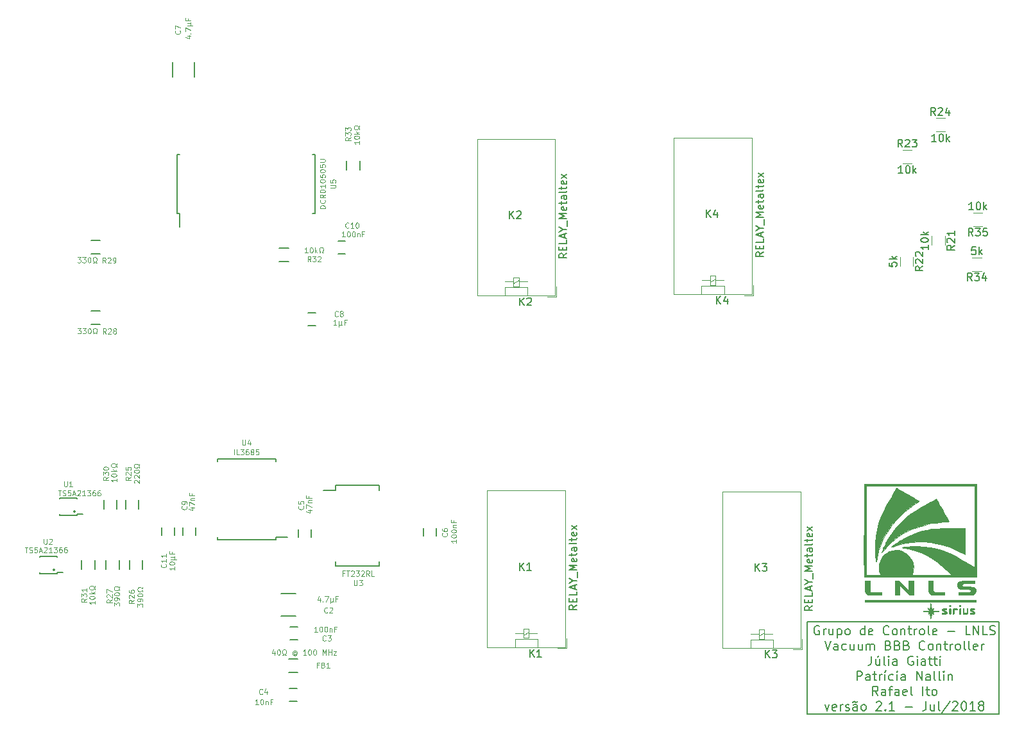
<source format=gbr>
G04 #@! TF.FileFunction,Legend,Top*
%FSLAX46Y46*%
G04 Gerber Fmt 4.6, Leading zero omitted, Abs format (unit mm)*
G04 Created by KiCad (PCBNEW 4.0.7-e2-6376~61~ubuntu18.04.1) date Mon Nov 26 07:37:29 2018*
%MOMM*%
%LPD*%
G01*
G04 APERTURE LIST*
%ADD10C,0.100000*%
%ADD11C,0.200000*%
%ADD12C,0.150000*%
%ADD13C,0.120000*%
%ADD14C,0.010000*%
G04 APERTURE END LIST*
D10*
D11*
X233780000Y-131090000D02*
X234050000Y-131090000D01*
X233780000Y-118930000D02*
X233780000Y-131090000D01*
X259120000Y-131090000D02*
X234030000Y-131090000D01*
X259120000Y-118950000D02*
X259120000Y-131090000D01*
X233800000Y-118950000D02*
X259120000Y-118950000D01*
X235402859Y-119520000D02*
X235288573Y-119462857D01*
X235117144Y-119462857D01*
X234945716Y-119520000D01*
X234831430Y-119634286D01*
X234774287Y-119748571D01*
X234717144Y-119977143D01*
X234717144Y-120148571D01*
X234774287Y-120377143D01*
X234831430Y-120491429D01*
X234945716Y-120605714D01*
X235117144Y-120662857D01*
X235231430Y-120662857D01*
X235402859Y-120605714D01*
X235460002Y-120548571D01*
X235460002Y-120148571D01*
X235231430Y-120148571D01*
X235974287Y-120662857D02*
X235974287Y-119862857D01*
X235974287Y-120091429D02*
X236031430Y-119977143D01*
X236088573Y-119920000D01*
X236202859Y-119862857D01*
X236317144Y-119862857D01*
X237231430Y-119862857D02*
X237231430Y-120662857D01*
X236717144Y-119862857D02*
X236717144Y-120491429D01*
X236774287Y-120605714D01*
X236888573Y-120662857D01*
X237060001Y-120662857D01*
X237174287Y-120605714D01*
X237231430Y-120548571D01*
X237802858Y-119862857D02*
X237802858Y-121062857D01*
X237802858Y-119920000D02*
X237917144Y-119862857D01*
X238145715Y-119862857D01*
X238260001Y-119920000D01*
X238317144Y-119977143D01*
X238374287Y-120091429D01*
X238374287Y-120434286D01*
X238317144Y-120548571D01*
X238260001Y-120605714D01*
X238145715Y-120662857D01*
X237917144Y-120662857D01*
X237802858Y-120605714D01*
X239060001Y-120662857D02*
X238945715Y-120605714D01*
X238888572Y-120548571D01*
X238831429Y-120434286D01*
X238831429Y-120091429D01*
X238888572Y-119977143D01*
X238945715Y-119920000D01*
X239060001Y-119862857D01*
X239231429Y-119862857D01*
X239345715Y-119920000D01*
X239402858Y-119977143D01*
X239460001Y-120091429D01*
X239460001Y-120434286D01*
X239402858Y-120548571D01*
X239345715Y-120605714D01*
X239231429Y-120662857D01*
X239060001Y-120662857D01*
X241402858Y-120662857D02*
X241402858Y-119462857D01*
X241402858Y-120605714D02*
X241288572Y-120662857D01*
X241060001Y-120662857D01*
X240945715Y-120605714D01*
X240888572Y-120548571D01*
X240831429Y-120434286D01*
X240831429Y-120091429D01*
X240888572Y-119977143D01*
X240945715Y-119920000D01*
X241060001Y-119862857D01*
X241288572Y-119862857D01*
X241402858Y-119920000D01*
X242431429Y-120605714D02*
X242317143Y-120662857D01*
X242088572Y-120662857D01*
X241974286Y-120605714D01*
X241917143Y-120491429D01*
X241917143Y-120034286D01*
X241974286Y-119920000D01*
X242088572Y-119862857D01*
X242317143Y-119862857D01*
X242431429Y-119920000D01*
X242488572Y-120034286D01*
X242488572Y-120148571D01*
X241917143Y-120262857D01*
X244602858Y-120548571D02*
X244545715Y-120605714D01*
X244374286Y-120662857D01*
X244260000Y-120662857D01*
X244088572Y-120605714D01*
X243974286Y-120491429D01*
X243917143Y-120377143D01*
X243860000Y-120148571D01*
X243860000Y-119977143D01*
X243917143Y-119748571D01*
X243974286Y-119634286D01*
X244088572Y-119520000D01*
X244260000Y-119462857D01*
X244374286Y-119462857D01*
X244545715Y-119520000D01*
X244602858Y-119577143D01*
X245288572Y-120662857D02*
X245174286Y-120605714D01*
X245117143Y-120548571D01*
X245060000Y-120434286D01*
X245060000Y-120091429D01*
X245117143Y-119977143D01*
X245174286Y-119920000D01*
X245288572Y-119862857D01*
X245460000Y-119862857D01*
X245574286Y-119920000D01*
X245631429Y-119977143D01*
X245688572Y-120091429D01*
X245688572Y-120434286D01*
X245631429Y-120548571D01*
X245574286Y-120605714D01*
X245460000Y-120662857D01*
X245288572Y-120662857D01*
X246202857Y-119862857D02*
X246202857Y-120662857D01*
X246202857Y-119977143D02*
X246260000Y-119920000D01*
X246374286Y-119862857D01*
X246545714Y-119862857D01*
X246660000Y-119920000D01*
X246717143Y-120034286D01*
X246717143Y-120662857D01*
X247117143Y-119862857D02*
X247574286Y-119862857D01*
X247288571Y-119462857D02*
X247288571Y-120491429D01*
X247345714Y-120605714D01*
X247460000Y-120662857D01*
X247574286Y-120662857D01*
X247974285Y-120662857D02*
X247974285Y-119862857D01*
X247974285Y-120091429D02*
X248031428Y-119977143D01*
X248088571Y-119920000D01*
X248202857Y-119862857D01*
X248317142Y-119862857D01*
X248888571Y-120662857D02*
X248774285Y-120605714D01*
X248717142Y-120548571D01*
X248659999Y-120434286D01*
X248659999Y-120091429D01*
X248717142Y-119977143D01*
X248774285Y-119920000D01*
X248888571Y-119862857D01*
X249059999Y-119862857D01*
X249174285Y-119920000D01*
X249231428Y-119977143D01*
X249288571Y-120091429D01*
X249288571Y-120434286D01*
X249231428Y-120548571D01*
X249174285Y-120605714D01*
X249059999Y-120662857D01*
X248888571Y-120662857D01*
X249974285Y-120662857D02*
X249859999Y-120605714D01*
X249802856Y-120491429D01*
X249802856Y-119462857D01*
X250888570Y-120605714D02*
X250774284Y-120662857D01*
X250545713Y-120662857D01*
X250431427Y-120605714D01*
X250374284Y-120491429D01*
X250374284Y-120034286D01*
X250431427Y-119920000D01*
X250545713Y-119862857D01*
X250774284Y-119862857D01*
X250888570Y-119920000D01*
X250945713Y-120034286D01*
X250945713Y-120148571D01*
X250374284Y-120262857D01*
X252374284Y-120205714D02*
X253288570Y-120205714D01*
X255345713Y-120662857D02*
X254774284Y-120662857D01*
X254774284Y-119462857D01*
X255745713Y-120662857D02*
X255745713Y-119462857D01*
X256431428Y-120662857D01*
X256431428Y-119462857D01*
X257574285Y-120662857D02*
X257002856Y-120662857D01*
X257002856Y-119462857D01*
X257917142Y-120605714D02*
X258088571Y-120662857D01*
X258374285Y-120662857D01*
X258488571Y-120605714D01*
X258545714Y-120548571D01*
X258602857Y-120434286D01*
X258602857Y-120320000D01*
X258545714Y-120205714D01*
X258488571Y-120148571D01*
X258374285Y-120091429D01*
X258145714Y-120034286D01*
X258031428Y-119977143D01*
X257974285Y-119920000D01*
X257917142Y-119805714D01*
X257917142Y-119691429D01*
X257974285Y-119577143D01*
X258031428Y-119520000D01*
X258145714Y-119462857D01*
X258431428Y-119462857D01*
X258602857Y-119520000D01*
X236145717Y-121462857D02*
X236545717Y-122662857D01*
X236945717Y-121462857D01*
X237860002Y-122662857D02*
X237860002Y-122034286D01*
X237802859Y-121920000D01*
X237688573Y-121862857D01*
X237460002Y-121862857D01*
X237345716Y-121920000D01*
X237860002Y-122605714D02*
X237745716Y-122662857D01*
X237460002Y-122662857D01*
X237345716Y-122605714D01*
X237288573Y-122491429D01*
X237288573Y-122377143D01*
X237345716Y-122262857D01*
X237460002Y-122205714D01*
X237745716Y-122205714D01*
X237860002Y-122148571D01*
X238945716Y-122605714D02*
X238831430Y-122662857D01*
X238602859Y-122662857D01*
X238488573Y-122605714D01*
X238431430Y-122548571D01*
X238374287Y-122434286D01*
X238374287Y-122091429D01*
X238431430Y-121977143D01*
X238488573Y-121920000D01*
X238602859Y-121862857D01*
X238831430Y-121862857D01*
X238945716Y-121920000D01*
X239974287Y-121862857D02*
X239974287Y-122662857D01*
X239460001Y-121862857D02*
X239460001Y-122491429D01*
X239517144Y-122605714D01*
X239631430Y-122662857D01*
X239802858Y-122662857D01*
X239917144Y-122605714D01*
X239974287Y-122548571D01*
X241060001Y-121862857D02*
X241060001Y-122662857D01*
X240545715Y-121862857D02*
X240545715Y-122491429D01*
X240602858Y-122605714D01*
X240717144Y-122662857D01*
X240888572Y-122662857D01*
X241002858Y-122605714D01*
X241060001Y-122548571D01*
X241631429Y-122662857D02*
X241631429Y-121862857D01*
X241631429Y-121977143D02*
X241688572Y-121920000D01*
X241802858Y-121862857D01*
X241974286Y-121862857D01*
X242088572Y-121920000D01*
X242145715Y-122034286D01*
X242145715Y-122662857D01*
X242145715Y-122034286D02*
X242202858Y-121920000D01*
X242317144Y-121862857D01*
X242488572Y-121862857D01*
X242602858Y-121920000D01*
X242660001Y-122034286D01*
X242660001Y-122662857D01*
X244545715Y-122034286D02*
X244717144Y-122091429D01*
X244774287Y-122148571D01*
X244831430Y-122262857D01*
X244831430Y-122434286D01*
X244774287Y-122548571D01*
X244717144Y-122605714D01*
X244602858Y-122662857D01*
X244145715Y-122662857D01*
X244145715Y-121462857D01*
X244545715Y-121462857D01*
X244660001Y-121520000D01*
X244717144Y-121577143D01*
X244774287Y-121691429D01*
X244774287Y-121805714D01*
X244717144Y-121920000D01*
X244660001Y-121977143D01*
X244545715Y-122034286D01*
X244145715Y-122034286D01*
X245745715Y-122034286D02*
X245917144Y-122091429D01*
X245974287Y-122148571D01*
X246031430Y-122262857D01*
X246031430Y-122434286D01*
X245974287Y-122548571D01*
X245917144Y-122605714D01*
X245802858Y-122662857D01*
X245345715Y-122662857D01*
X245345715Y-121462857D01*
X245745715Y-121462857D01*
X245860001Y-121520000D01*
X245917144Y-121577143D01*
X245974287Y-121691429D01*
X245974287Y-121805714D01*
X245917144Y-121920000D01*
X245860001Y-121977143D01*
X245745715Y-122034286D01*
X245345715Y-122034286D01*
X246945715Y-122034286D02*
X247117144Y-122091429D01*
X247174287Y-122148571D01*
X247231430Y-122262857D01*
X247231430Y-122434286D01*
X247174287Y-122548571D01*
X247117144Y-122605714D01*
X247002858Y-122662857D01*
X246545715Y-122662857D01*
X246545715Y-121462857D01*
X246945715Y-121462857D01*
X247060001Y-121520000D01*
X247117144Y-121577143D01*
X247174287Y-121691429D01*
X247174287Y-121805714D01*
X247117144Y-121920000D01*
X247060001Y-121977143D01*
X246945715Y-122034286D01*
X246545715Y-122034286D01*
X249345716Y-122548571D02*
X249288573Y-122605714D01*
X249117144Y-122662857D01*
X249002858Y-122662857D01*
X248831430Y-122605714D01*
X248717144Y-122491429D01*
X248660001Y-122377143D01*
X248602858Y-122148571D01*
X248602858Y-121977143D01*
X248660001Y-121748571D01*
X248717144Y-121634286D01*
X248831430Y-121520000D01*
X249002858Y-121462857D01*
X249117144Y-121462857D01*
X249288573Y-121520000D01*
X249345716Y-121577143D01*
X250031430Y-122662857D02*
X249917144Y-122605714D01*
X249860001Y-122548571D01*
X249802858Y-122434286D01*
X249802858Y-122091429D01*
X249860001Y-121977143D01*
X249917144Y-121920000D01*
X250031430Y-121862857D01*
X250202858Y-121862857D01*
X250317144Y-121920000D01*
X250374287Y-121977143D01*
X250431430Y-122091429D01*
X250431430Y-122434286D01*
X250374287Y-122548571D01*
X250317144Y-122605714D01*
X250202858Y-122662857D01*
X250031430Y-122662857D01*
X250945715Y-121862857D02*
X250945715Y-122662857D01*
X250945715Y-121977143D02*
X251002858Y-121920000D01*
X251117144Y-121862857D01*
X251288572Y-121862857D01*
X251402858Y-121920000D01*
X251460001Y-122034286D01*
X251460001Y-122662857D01*
X251860001Y-121862857D02*
X252317144Y-121862857D01*
X252031429Y-121462857D02*
X252031429Y-122491429D01*
X252088572Y-122605714D01*
X252202858Y-122662857D01*
X252317144Y-122662857D01*
X252717143Y-122662857D02*
X252717143Y-121862857D01*
X252717143Y-122091429D02*
X252774286Y-121977143D01*
X252831429Y-121920000D01*
X252945715Y-121862857D01*
X253060000Y-121862857D01*
X253631429Y-122662857D02*
X253517143Y-122605714D01*
X253460000Y-122548571D01*
X253402857Y-122434286D01*
X253402857Y-122091429D01*
X253460000Y-121977143D01*
X253517143Y-121920000D01*
X253631429Y-121862857D01*
X253802857Y-121862857D01*
X253917143Y-121920000D01*
X253974286Y-121977143D01*
X254031429Y-122091429D01*
X254031429Y-122434286D01*
X253974286Y-122548571D01*
X253917143Y-122605714D01*
X253802857Y-122662857D01*
X253631429Y-122662857D01*
X254717143Y-122662857D02*
X254602857Y-122605714D01*
X254545714Y-122491429D01*
X254545714Y-121462857D01*
X255345714Y-122662857D02*
X255231428Y-122605714D01*
X255174285Y-122491429D01*
X255174285Y-121462857D01*
X256259999Y-122605714D02*
X256145713Y-122662857D01*
X255917142Y-122662857D01*
X255802856Y-122605714D01*
X255745713Y-122491429D01*
X255745713Y-122034286D01*
X255802856Y-121920000D01*
X255917142Y-121862857D01*
X256145713Y-121862857D01*
X256259999Y-121920000D01*
X256317142Y-122034286D01*
X256317142Y-122148571D01*
X255745713Y-122262857D01*
X256831427Y-122662857D02*
X256831427Y-121862857D01*
X256831427Y-122091429D02*
X256888570Y-121977143D01*
X256945713Y-121920000D01*
X257059999Y-121862857D01*
X257174284Y-121862857D01*
X242288571Y-123462857D02*
X242288571Y-124320000D01*
X242231429Y-124491429D01*
X242117143Y-124605714D01*
X241945714Y-124662857D01*
X241831429Y-124662857D01*
X243374286Y-123862857D02*
X243374286Y-124662857D01*
X242860000Y-123862857D02*
X242860000Y-124491429D01*
X242917143Y-124605714D01*
X243031429Y-124662857D01*
X243202857Y-124662857D01*
X243317143Y-124605714D01*
X243374286Y-124548571D01*
X243260000Y-123405714D02*
X243088572Y-123577143D01*
X244117143Y-124662857D02*
X244002857Y-124605714D01*
X243945714Y-124491429D01*
X243945714Y-123462857D01*
X244574285Y-124662857D02*
X244574285Y-123862857D01*
X244574285Y-123462857D02*
X244517142Y-123520000D01*
X244574285Y-123577143D01*
X244631428Y-123520000D01*
X244574285Y-123462857D01*
X244574285Y-123577143D01*
X245660000Y-124662857D02*
X245660000Y-124034286D01*
X245602857Y-123920000D01*
X245488571Y-123862857D01*
X245260000Y-123862857D01*
X245145714Y-123920000D01*
X245660000Y-124605714D02*
X245545714Y-124662857D01*
X245260000Y-124662857D01*
X245145714Y-124605714D01*
X245088571Y-124491429D01*
X245088571Y-124377143D01*
X245145714Y-124262857D01*
X245260000Y-124205714D01*
X245545714Y-124205714D01*
X245660000Y-124148571D01*
X247774286Y-123520000D02*
X247660000Y-123462857D01*
X247488571Y-123462857D01*
X247317143Y-123520000D01*
X247202857Y-123634286D01*
X247145714Y-123748571D01*
X247088571Y-123977143D01*
X247088571Y-124148571D01*
X247145714Y-124377143D01*
X247202857Y-124491429D01*
X247317143Y-124605714D01*
X247488571Y-124662857D01*
X247602857Y-124662857D01*
X247774286Y-124605714D01*
X247831429Y-124548571D01*
X247831429Y-124148571D01*
X247602857Y-124148571D01*
X248345714Y-124662857D02*
X248345714Y-123862857D01*
X248345714Y-123462857D02*
X248288571Y-123520000D01*
X248345714Y-123577143D01*
X248402857Y-123520000D01*
X248345714Y-123462857D01*
X248345714Y-123577143D01*
X249431429Y-124662857D02*
X249431429Y-124034286D01*
X249374286Y-123920000D01*
X249260000Y-123862857D01*
X249031429Y-123862857D01*
X248917143Y-123920000D01*
X249431429Y-124605714D02*
X249317143Y-124662857D01*
X249031429Y-124662857D01*
X248917143Y-124605714D01*
X248860000Y-124491429D01*
X248860000Y-124377143D01*
X248917143Y-124262857D01*
X249031429Y-124205714D01*
X249317143Y-124205714D01*
X249431429Y-124148571D01*
X249831429Y-123862857D02*
X250288572Y-123862857D01*
X250002857Y-123462857D02*
X250002857Y-124491429D01*
X250060000Y-124605714D01*
X250174286Y-124662857D01*
X250288572Y-124662857D01*
X250517143Y-123862857D02*
X250974286Y-123862857D01*
X250688571Y-123462857D02*
X250688571Y-124491429D01*
X250745714Y-124605714D01*
X250860000Y-124662857D01*
X250974286Y-124662857D01*
X251374285Y-124662857D02*
X251374285Y-123862857D01*
X251374285Y-123462857D02*
X251317142Y-123520000D01*
X251374285Y-123577143D01*
X251431428Y-123520000D01*
X251374285Y-123462857D01*
X251374285Y-123577143D01*
X240374286Y-126662857D02*
X240374286Y-125462857D01*
X240831429Y-125462857D01*
X240945715Y-125520000D01*
X241002858Y-125577143D01*
X241060001Y-125691429D01*
X241060001Y-125862857D01*
X241002858Y-125977143D01*
X240945715Y-126034286D01*
X240831429Y-126091429D01*
X240374286Y-126091429D01*
X242088572Y-126662857D02*
X242088572Y-126034286D01*
X242031429Y-125920000D01*
X241917143Y-125862857D01*
X241688572Y-125862857D01*
X241574286Y-125920000D01*
X242088572Y-126605714D02*
X241974286Y-126662857D01*
X241688572Y-126662857D01*
X241574286Y-126605714D01*
X241517143Y-126491429D01*
X241517143Y-126377143D01*
X241574286Y-126262857D01*
X241688572Y-126205714D01*
X241974286Y-126205714D01*
X242088572Y-126148571D01*
X242488572Y-125862857D02*
X242945715Y-125862857D01*
X242660000Y-125462857D02*
X242660000Y-126491429D01*
X242717143Y-126605714D01*
X242831429Y-126662857D01*
X242945715Y-126662857D01*
X243345714Y-126662857D02*
X243345714Y-125862857D01*
X243345714Y-126091429D02*
X243402857Y-125977143D01*
X243460000Y-125920000D01*
X243574286Y-125862857D01*
X243688571Y-125862857D01*
X244088571Y-126662857D02*
X244088571Y-125862857D01*
X244202857Y-125405714D02*
X244031428Y-125577143D01*
X245174286Y-126605714D02*
X245060000Y-126662857D01*
X244831429Y-126662857D01*
X244717143Y-126605714D01*
X244660000Y-126548571D01*
X244602857Y-126434286D01*
X244602857Y-126091429D01*
X244660000Y-125977143D01*
X244717143Y-125920000D01*
X244831429Y-125862857D01*
X245060000Y-125862857D01*
X245174286Y-125920000D01*
X245688571Y-126662857D02*
X245688571Y-125862857D01*
X245688571Y-125462857D02*
X245631428Y-125520000D01*
X245688571Y-125577143D01*
X245745714Y-125520000D01*
X245688571Y-125462857D01*
X245688571Y-125577143D01*
X246774286Y-126662857D02*
X246774286Y-126034286D01*
X246717143Y-125920000D01*
X246602857Y-125862857D01*
X246374286Y-125862857D01*
X246260000Y-125920000D01*
X246774286Y-126605714D02*
X246660000Y-126662857D01*
X246374286Y-126662857D01*
X246260000Y-126605714D01*
X246202857Y-126491429D01*
X246202857Y-126377143D01*
X246260000Y-126262857D01*
X246374286Y-126205714D01*
X246660000Y-126205714D01*
X246774286Y-126148571D01*
X248260000Y-126662857D02*
X248260000Y-125462857D01*
X248945715Y-126662857D01*
X248945715Y-125462857D01*
X250031429Y-126662857D02*
X250031429Y-126034286D01*
X249974286Y-125920000D01*
X249860000Y-125862857D01*
X249631429Y-125862857D01*
X249517143Y-125920000D01*
X250031429Y-126605714D02*
X249917143Y-126662857D01*
X249631429Y-126662857D01*
X249517143Y-126605714D01*
X249460000Y-126491429D01*
X249460000Y-126377143D01*
X249517143Y-126262857D01*
X249631429Y-126205714D01*
X249917143Y-126205714D01*
X250031429Y-126148571D01*
X250774286Y-126662857D02*
X250660000Y-126605714D01*
X250602857Y-126491429D01*
X250602857Y-125462857D01*
X251402857Y-126662857D02*
X251288571Y-126605714D01*
X251231428Y-126491429D01*
X251231428Y-125462857D01*
X251859999Y-126662857D02*
X251859999Y-125862857D01*
X251859999Y-125462857D02*
X251802856Y-125520000D01*
X251859999Y-125577143D01*
X251917142Y-125520000D01*
X251859999Y-125462857D01*
X251859999Y-125577143D01*
X252431428Y-125862857D02*
X252431428Y-126662857D01*
X252431428Y-125977143D02*
X252488571Y-125920000D01*
X252602857Y-125862857D01*
X252774285Y-125862857D01*
X252888571Y-125920000D01*
X252945714Y-126034286D01*
X252945714Y-126662857D01*
X243145716Y-128662857D02*
X242745716Y-128091429D01*
X242460001Y-128662857D02*
X242460001Y-127462857D01*
X242917144Y-127462857D01*
X243031430Y-127520000D01*
X243088573Y-127577143D01*
X243145716Y-127691429D01*
X243145716Y-127862857D01*
X243088573Y-127977143D01*
X243031430Y-128034286D01*
X242917144Y-128091429D01*
X242460001Y-128091429D01*
X244174287Y-128662857D02*
X244174287Y-128034286D01*
X244117144Y-127920000D01*
X244002858Y-127862857D01*
X243774287Y-127862857D01*
X243660001Y-127920000D01*
X244174287Y-128605714D02*
X244060001Y-128662857D01*
X243774287Y-128662857D01*
X243660001Y-128605714D01*
X243602858Y-128491429D01*
X243602858Y-128377143D01*
X243660001Y-128262857D01*
X243774287Y-128205714D01*
X244060001Y-128205714D01*
X244174287Y-128148571D01*
X244574287Y-127862857D02*
X245031430Y-127862857D01*
X244745715Y-128662857D02*
X244745715Y-127634286D01*
X244802858Y-127520000D01*
X244917144Y-127462857D01*
X245031430Y-127462857D01*
X245945715Y-128662857D02*
X245945715Y-128034286D01*
X245888572Y-127920000D01*
X245774286Y-127862857D01*
X245545715Y-127862857D01*
X245431429Y-127920000D01*
X245945715Y-128605714D02*
X245831429Y-128662857D01*
X245545715Y-128662857D01*
X245431429Y-128605714D01*
X245374286Y-128491429D01*
X245374286Y-128377143D01*
X245431429Y-128262857D01*
X245545715Y-128205714D01*
X245831429Y-128205714D01*
X245945715Y-128148571D01*
X246974286Y-128605714D02*
X246860000Y-128662857D01*
X246631429Y-128662857D01*
X246517143Y-128605714D01*
X246460000Y-128491429D01*
X246460000Y-128034286D01*
X246517143Y-127920000D01*
X246631429Y-127862857D01*
X246860000Y-127862857D01*
X246974286Y-127920000D01*
X247031429Y-128034286D01*
X247031429Y-128148571D01*
X246460000Y-128262857D01*
X247717143Y-128662857D02*
X247602857Y-128605714D01*
X247545714Y-128491429D01*
X247545714Y-127462857D01*
X249088571Y-128662857D02*
X249088571Y-127462857D01*
X249488572Y-127862857D02*
X249945715Y-127862857D01*
X249660000Y-127462857D02*
X249660000Y-128491429D01*
X249717143Y-128605714D01*
X249831429Y-128662857D01*
X249945715Y-128662857D01*
X250517143Y-128662857D02*
X250402857Y-128605714D01*
X250345714Y-128548571D01*
X250288571Y-128434286D01*
X250288571Y-128091429D01*
X250345714Y-127977143D01*
X250402857Y-127920000D01*
X250517143Y-127862857D01*
X250688571Y-127862857D01*
X250802857Y-127920000D01*
X250860000Y-127977143D01*
X250917143Y-128091429D01*
X250917143Y-128434286D01*
X250860000Y-128548571D01*
X250802857Y-128605714D01*
X250688571Y-128662857D01*
X250517143Y-128662857D01*
X236145715Y-129862857D02*
X236431429Y-130662857D01*
X236717143Y-129862857D01*
X237631429Y-130605714D02*
X237517143Y-130662857D01*
X237288572Y-130662857D01*
X237174286Y-130605714D01*
X237117143Y-130491429D01*
X237117143Y-130034286D01*
X237174286Y-129920000D01*
X237288572Y-129862857D01*
X237517143Y-129862857D01*
X237631429Y-129920000D01*
X237688572Y-130034286D01*
X237688572Y-130148571D01*
X237117143Y-130262857D01*
X238202857Y-130662857D02*
X238202857Y-129862857D01*
X238202857Y-130091429D02*
X238260000Y-129977143D01*
X238317143Y-129920000D01*
X238431429Y-129862857D01*
X238545714Y-129862857D01*
X238888571Y-130605714D02*
X239002857Y-130662857D01*
X239231429Y-130662857D01*
X239345714Y-130605714D01*
X239402857Y-130491429D01*
X239402857Y-130434286D01*
X239345714Y-130320000D01*
X239231429Y-130262857D01*
X239060000Y-130262857D01*
X238945714Y-130205714D01*
X238888571Y-130091429D01*
X238888571Y-130034286D01*
X238945714Y-129920000D01*
X239060000Y-129862857D01*
X239231429Y-129862857D01*
X239345714Y-129920000D01*
X240431429Y-130662857D02*
X240431429Y-130034286D01*
X240374286Y-129920000D01*
X240260000Y-129862857D01*
X240031429Y-129862857D01*
X239917143Y-129920000D01*
X240431429Y-130605714D02*
X240317143Y-130662857D01*
X240031429Y-130662857D01*
X239917143Y-130605714D01*
X239860000Y-130491429D01*
X239860000Y-130377143D01*
X239917143Y-130262857D01*
X240031429Y-130205714D01*
X240317143Y-130205714D01*
X240431429Y-130148571D01*
X239860000Y-129577143D02*
X239917143Y-129520000D01*
X240031429Y-129462857D01*
X240260000Y-129577143D01*
X240374286Y-129520000D01*
X240431429Y-129462857D01*
X241174286Y-130662857D02*
X241060000Y-130605714D01*
X241002857Y-130548571D01*
X240945714Y-130434286D01*
X240945714Y-130091429D01*
X241002857Y-129977143D01*
X241060000Y-129920000D01*
X241174286Y-129862857D01*
X241345714Y-129862857D01*
X241460000Y-129920000D01*
X241517143Y-129977143D01*
X241574286Y-130091429D01*
X241574286Y-130434286D01*
X241517143Y-130548571D01*
X241460000Y-130605714D01*
X241345714Y-130662857D01*
X241174286Y-130662857D01*
X242945714Y-129577143D02*
X243002857Y-129520000D01*
X243117143Y-129462857D01*
X243402857Y-129462857D01*
X243517143Y-129520000D01*
X243574286Y-129577143D01*
X243631429Y-129691429D01*
X243631429Y-129805714D01*
X243574286Y-129977143D01*
X242888572Y-130662857D01*
X243631429Y-130662857D01*
X244145714Y-130548571D02*
X244202857Y-130605714D01*
X244145714Y-130662857D01*
X244088571Y-130605714D01*
X244145714Y-130548571D01*
X244145714Y-130662857D01*
X245345715Y-130662857D02*
X244660000Y-130662857D01*
X245002858Y-130662857D02*
X245002858Y-129462857D01*
X244888572Y-129634286D01*
X244774286Y-129748571D01*
X244660000Y-129805714D01*
X246774286Y-130205714D02*
X247688572Y-130205714D01*
X249517143Y-129462857D02*
X249517143Y-130320000D01*
X249460001Y-130491429D01*
X249345715Y-130605714D01*
X249174286Y-130662857D01*
X249060001Y-130662857D01*
X250602858Y-129862857D02*
X250602858Y-130662857D01*
X250088572Y-129862857D02*
X250088572Y-130491429D01*
X250145715Y-130605714D01*
X250260001Y-130662857D01*
X250431429Y-130662857D01*
X250545715Y-130605714D01*
X250602858Y-130548571D01*
X251345715Y-130662857D02*
X251231429Y-130605714D01*
X251174286Y-130491429D01*
X251174286Y-129462857D01*
X252660000Y-129405714D02*
X251631429Y-130948571D01*
X253002857Y-129577143D02*
X253060000Y-129520000D01*
X253174286Y-129462857D01*
X253460000Y-129462857D01*
X253574286Y-129520000D01*
X253631429Y-129577143D01*
X253688572Y-129691429D01*
X253688572Y-129805714D01*
X253631429Y-129977143D01*
X252945715Y-130662857D01*
X253688572Y-130662857D01*
X254431429Y-129462857D02*
X254545714Y-129462857D01*
X254660000Y-129520000D01*
X254717143Y-129577143D01*
X254774286Y-129691429D01*
X254831429Y-129920000D01*
X254831429Y-130205714D01*
X254774286Y-130434286D01*
X254717143Y-130548571D01*
X254660000Y-130605714D01*
X254545714Y-130662857D01*
X254431429Y-130662857D01*
X254317143Y-130605714D01*
X254260000Y-130548571D01*
X254202857Y-130434286D01*
X254145714Y-130205714D01*
X254145714Y-129920000D01*
X254202857Y-129691429D01*
X254260000Y-129577143D01*
X254317143Y-129520000D01*
X254431429Y-129462857D01*
X255974286Y-130662857D02*
X255288571Y-130662857D01*
X255631429Y-130662857D02*
X255631429Y-129462857D01*
X255517143Y-129634286D01*
X255402857Y-129748571D01*
X255288571Y-129805714D01*
X256660000Y-129977143D02*
X256545714Y-129920000D01*
X256488571Y-129862857D01*
X256431428Y-129748571D01*
X256431428Y-129691429D01*
X256488571Y-129577143D01*
X256545714Y-129520000D01*
X256660000Y-129462857D01*
X256888571Y-129462857D01*
X257002857Y-129520000D01*
X257060000Y-129577143D01*
X257117143Y-129691429D01*
X257117143Y-129748571D01*
X257060000Y-129862857D01*
X257002857Y-129920000D01*
X256888571Y-129977143D01*
X256660000Y-129977143D01*
X256545714Y-130034286D01*
X256488571Y-130091429D01*
X256431428Y-130205714D01*
X256431428Y-130434286D01*
X256488571Y-130548571D01*
X256545714Y-130605714D01*
X256660000Y-130662857D01*
X256888571Y-130662857D01*
X257002857Y-130605714D01*
X257060000Y-130548571D01*
X257117143Y-130434286D01*
X257117143Y-130205714D01*
X257060000Y-130091429D01*
X257002857Y-130034286D01*
X256888571Y-129977143D01*
D12*
X139300000Y-68545000D02*
X140500000Y-68545000D01*
X140500000Y-70295000D02*
X139300000Y-70295000D01*
D13*
X200734820Y-75983060D02*
X199524820Y-75983060D01*
X200734820Y-74683060D02*
X200734820Y-75983060D01*
X200574820Y-75833060D02*
X200574820Y-55163060D01*
X200574820Y-55163060D02*
X190254820Y-55163060D01*
X190254820Y-55163060D02*
X190254820Y-75833060D01*
X190254820Y-75833060D02*
X200574820Y-75833060D01*
X196924820Y-75833060D02*
X196924820Y-74793060D01*
X196924820Y-74773060D02*
X193924820Y-74773060D01*
X193924820Y-74773060D02*
X193924820Y-75833060D01*
X195754820Y-73993060D02*
X196854820Y-73993060D01*
X195054820Y-73993060D02*
X193954820Y-73993060D01*
X195754820Y-73823060D02*
X195054820Y-74223060D01*
X195754820Y-74623060D02*
X195754820Y-73423060D01*
X195754820Y-73423060D02*
X195054820Y-73423060D01*
X195054820Y-73423060D02*
X195054820Y-74623060D01*
X195054820Y-74623060D02*
X195754820Y-74623060D01*
X202068240Y-122429500D02*
X200858240Y-122429500D01*
X202068240Y-121129500D02*
X202068240Y-122429500D01*
X201908240Y-122279500D02*
X201908240Y-101609500D01*
X201908240Y-101609500D02*
X191588240Y-101609500D01*
X191588240Y-101609500D02*
X191588240Y-122279500D01*
X191588240Y-122279500D02*
X201908240Y-122279500D01*
X198258240Y-122279500D02*
X198258240Y-121239500D01*
X198258240Y-121219500D02*
X195258240Y-121219500D01*
X195258240Y-121219500D02*
X195258240Y-122279500D01*
X197088240Y-120439500D02*
X198188240Y-120439500D01*
X196388240Y-120439500D02*
X195288240Y-120439500D01*
X197088240Y-120269500D02*
X196388240Y-120669500D01*
X197088240Y-121069500D02*
X197088240Y-119869500D01*
X197088240Y-119869500D02*
X196388240Y-119869500D01*
X196388240Y-119869500D02*
X196388240Y-121069500D01*
X196388240Y-121069500D02*
X197088240Y-121069500D01*
X233155340Y-122541260D02*
X231945340Y-122541260D01*
X233155340Y-121241260D02*
X233155340Y-122541260D01*
X232995340Y-122391260D02*
X232995340Y-101721260D01*
X232995340Y-101721260D02*
X222675340Y-101721260D01*
X222675340Y-101721260D02*
X222675340Y-122391260D01*
X222675340Y-122391260D02*
X232995340Y-122391260D01*
X229345340Y-122391260D02*
X229345340Y-121351260D01*
X229345340Y-121331260D02*
X226345340Y-121331260D01*
X226345340Y-121331260D02*
X226345340Y-122391260D01*
X228175340Y-120551260D02*
X229275340Y-120551260D01*
X227475340Y-120551260D02*
X226375340Y-120551260D01*
X228175340Y-120381260D02*
X227475340Y-120781260D01*
X228175340Y-121181260D02*
X228175340Y-119981260D01*
X228175340Y-119981260D02*
X227475340Y-119981260D01*
X227475340Y-119981260D02*
X227475340Y-121181260D01*
X227475340Y-121181260D02*
X228175340Y-121181260D01*
X226691000Y-75807000D02*
X225481000Y-75807000D01*
X226691000Y-74507000D02*
X226691000Y-75807000D01*
X226531000Y-75657000D02*
X226531000Y-54987000D01*
X226531000Y-54987000D02*
X216211000Y-54987000D01*
X216211000Y-54987000D02*
X216211000Y-75657000D01*
X216211000Y-75657000D02*
X226531000Y-75657000D01*
X222881000Y-75657000D02*
X222881000Y-74617000D01*
X222881000Y-74597000D02*
X219881000Y-74597000D01*
X219881000Y-74597000D02*
X219881000Y-75657000D01*
X221711000Y-73817000D02*
X222811000Y-73817000D01*
X221011000Y-73817000D02*
X219911000Y-73817000D01*
X221711000Y-73647000D02*
X221011000Y-74047000D01*
X221711000Y-74447000D02*
X221711000Y-73247000D01*
X221711000Y-73247000D02*
X221011000Y-73247000D01*
X221011000Y-73247000D02*
X221011000Y-74447000D01*
X221011000Y-74447000D02*
X221711000Y-74447000D01*
X250230000Y-69180000D02*
X250230000Y-67980000D01*
X251990000Y-67980000D02*
X251990000Y-69180000D01*
X246050000Y-71930000D02*
X246050000Y-70730000D01*
X247810000Y-70730000D02*
X247810000Y-71930000D01*
X252025000Y-54180000D02*
X250825000Y-54180000D01*
X250825000Y-52420000D02*
X252025000Y-52420000D01*
X247625000Y-58355000D02*
X246425000Y-58355000D01*
X246425000Y-56595000D02*
X247625000Y-56595000D01*
D12*
X134541500Y-112057500D02*
G75*
G03X134541500Y-112057500I-127000J0D01*
G01*
X134795500Y-112438500D02*
X135557500Y-112438500D01*
X134795500Y-110279500D02*
X134795500Y-110406500D01*
X132509500Y-110279500D02*
X132509500Y-110406500D01*
X132509500Y-112565500D02*
X132509500Y-112438500D01*
X134795500Y-112565500D02*
X134795500Y-112438500D01*
X134795500Y-110279500D02*
X132509500Y-110279500D01*
X132509500Y-112565500D02*
X134795500Y-112565500D01*
X137241500Y-104337500D02*
G75*
G03X137241500Y-104337500I-127000J0D01*
G01*
X137495500Y-104718500D02*
X138257500Y-104718500D01*
X137495500Y-102559500D02*
X137495500Y-102686500D01*
X135209500Y-102559500D02*
X135209500Y-102686500D01*
X135209500Y-104845500D02*
X135209500Y-104718500D01*
X137495500Y-104845500D02*
X137495500Y-104718500D01*
X137495500Y-102559500D02*
X135209500Y-102559500D01*
X135209500Y-104845500D02*
X137495500Y-104845500D01*
X150645000Y-64965000D02*
X150990000Y-64965000D01*
X150645000Y-57215000D02*
X150990000Y-57215000D01*
X168895000Y-57215000D02*
X168550000Y-57215000D01*
X168895000Y-64965000D02*
X168550000Y-64965000D01*
X150645000Y-64965000D02*
X150645000Y-57215000D01*
X168895000Y-64965000D02*
X168895000Y-57215000D01*
X150990000Y-64965000D02*
X150990000Y-66790000D01*
X163727500Y-108087500D02*
X163727500Y-107732500D01*
X155977500Y-108087500D02*
X155977500Y-107732500D01*
X155977500Y-97437500D02*
X155977500Y-97792500D01*
X163727500Y-97437500D02*
X163727500Y-97792500D01*
X163727500Y-108087500D02*
X155977500Y-108087500D01*
X163727500Y-97437500D02*
X155977500Y-97437500D01*
X163727500Y-107732500D02*
X165252500Y-107732500D01*
X171577500Y-100937500D02*
X171577500Y-101587500D01*
X177327500Y-100937500D02*
X177327500Y-101587500D01*
X177327500Y-111587500D02*
X177327500Y-110937500D01*
X171577500Y-111587500D02*
X171577500Y-110937500D01*
X171577500Y-100937500D02*
X177327500Y-100937500D01*
X171577500Y-111587500D02*
X177327500Y-111587500D01*
X171577500Y-101587500D02*
X169977500Y-101587500D01*
X174765000Y-58070000D02*
X174765000Y-59270000D01*
X173015000Y-59270000D02*
X173015000Y-58070000D01*
X164170000Y-69575000D02*
X165370000Y-69575000D01*
X165370000Y-71325000D02*
X164170000Y-71325000D01*
X139320000Y-77855000D02*
X140520000Y-77855000D01*
X140520000Y-79605000D02*
X139320000Y-79605000D01*
X165360000Y-123875000D02*
X166560000Y-123875000D01*
X166560000Y-125625000D02*
X165360000Y-125625000D01*
X171880000Y-70370000D02*
X172880000Y-70370000D01*
X172880000Y-68670000D02*
X171880000Y-68670000D01*
X168970000Y-78090000D02*
X167970000Y-78090000D01*
X167970000Y-79790000D02*
X168970000Y-79790000D01*
X150045000Y-44990000D02*
X150045000Y-46990000D01*
X152995000Y-46990000D02*
X152995000Y-44990000D01*
X148602500Y-106462500D02*
X148602500Y-107462500D01*
X150302500Y-107462500D02*
X150302500Y-106462500D01*
X151402500Y-106462500D02*
X151402500Y-107462500D01*
X153102500Y-107462500D02*
X153102500Y-106462500D01*
X183150000Y-106610000D02*
X183150000Y-107610000D01*
X184850000Y-107610000D02*
X184850000Y-106610000D01*
X166652500Y-106712500D02*
X166652500Y-107712500D01*
X168352500Y-107712500D02*
X168352500Y-106712500D01*
X165510000Y-129450000D02*
X166510000Y-129450000D01*
X166510000Y-127750000D02*
X165510000Y-127750000D01*
X165570000Y-121340000D02*
X166570000Y-121340000D01*
X166570000Y-119640000D02*
X165570000Y-119640000D01*
X164350000Y-118135000D02*
X166350000Y-118135000D01*
X166350000Y-115185000D02*
X164350000Y-115185000D01*
X146127500Y-110822500D02*
X146127500Y-112022500D01*
X144377500Y-112022500D02*
X144377500Y-110822500D01*
X145627500Y-102802500D02*
X145627500Y-104002500D01*
X143877500Y-104002500D02*
X143877500Y-102802500D01*
X141277500Y-112022500D02*
X141277500Y-110822500D01*
X143027500Y-110822500D02*
X143027500Y-112022500D01*
X140977500Y-104002500D02*
X140977500Y-102802500D01*
X142727500Y-102802500D02*
X142727500Y-104002500D01*
X138077500Y-112022500D02*
X138077500Y-110822500D01*
X139827500Y-110822500D02*
X139827500Y-112022500D01*
D13*
X255610000Y-70840000D02*
X256810000Y-70840000D01*
X256810000Y-72600000D02*
X255610000Y-72600000D01*
X255740000Y-64920000D02*
X256940000Y-64920000D01*
X256940000Y-66680000D02*
X255740000Y-66680000D01*
D14*
G36*
X250124287Y-116564795D02*
X250129937Y-116585488D01*
X250147860Y-116676207D01*
X250167997Y-116815123D01*
X250186056Y-116972552D01*
X250186423Y-116976257D01*
X250202664Y-117120152D01*
X250219204Y-117233088D01*
X250232737Y-117292875D01*
X250233941Y-117295323D01*
X250271517Y-117293959D01*
X250337803Y-117247841D01*
X250346584Y-117239810D01*
X250427171Y-117181416D01*
X250466132Y-117183280D01*
X250453749Y-117234314D01*
X250401231Y-117302153D01*
X250346563Y-117373599D01*
X250332479Y-117421078D01*
X250334706Y-117424501D01*
X250382047Y-117438456D01*
X250489177Y-117455752D01*
X250637961Y-117473742D01*
X250741912Y-117483968D01*
X250949872Y-117503713D01*
X251083016Y-117519446D01*
X251144486Y-117532652D01*
X251137427Y-117544810D01*
X251064981Y-117557405D01*
X250930292Y-117571917D01*
X250928769Y-117572065D01*
X250755103Y-117589439D01*
X250581010Y-117607764D01*
X250466260Y-117620549D01*
X250277289Y-117642564D01*
X250385257Y-117755259D01*
X250452237Y-117841092D01*
X250465054Y-117890823D01*
X250429727Y-117893612D01*
X250352272Y-117838621D01*
X250343481Y-117830505D01*
X250290580Y-117784908D01*
X250254411Y-117772849D01*
X250230076Y-117804153D01*
X250212677Y-117888645D01*
X250197317Y-118036149D01*
X250188473Y-118141455D01*
X250166980Y-118326987D01*
X250139105Y-118442732D01*
X250105891Y-118485825D01*
X250072419Y-118460330D01*
X250057841Y-118404402D01*
X250041498Y-118292141D01*
X250026397Y-118145222D01*
X250023139Y-118105232D01*
X250007231Y-117936215D01*
X249988552Y-117836962D01*
X249962852Y-117799098D01*
X249925880Y-117814248D01*
X249893231Y-117849230D01*
X249836821Y-117898354D01*
X249810292Y-117907846D01*
X249776907Y-117882223D01*
X249788649Y-117820816D01*
X249839358Y-117746812D01*
X249857885Y-117728623D01*
X249939769Y-117654518D01*
X249848115Y-117628769D01*
X249754294Y-117612147D01*
X249622862Y-117599841D01*
X249561077Y-117596873D01*
X249406188Y-117586525D01*
X249252865Y-117567983D01*
X249209385Y-117560515D01*
X249132355Y-117544468D01*
X249108454Y-117533148D01*
X249144742Y-117523081D01*
X249248276Y-117510792D01*
X249326615Y-117502815D01*
X249495889Y-117485185D01*
X249661507Y-117466932D01*
X249770617Y-117454072D01*
X249941081Y-117432818D01*
X249832082Y-117319047D01*
X249765384Y-117233719D01*
X249751127Y-117182892D01*
X249783981Y-117177783D01*
X249858616Y-117229611D01*
X249869724Y-117239810D01*
X249937596Y-117290502D01*
X249979525Y-117297960D01*
X249981672Y-117295323D01*
X249994984Y-117242217D01*
X250011520Y-117135265D01*
X250026441Y-117009076D01*
X250044416Y-116850964D01*
X250063964Y-116702871D01*
X250077210Y-116618307D01*
X250094407Y-116530892D01*
X250107121Y-116514909D01*
X250124287Y-116564795D01*
X250124287Y-116564795D01*
G37*
X250124287Y-116564795D02*
X250129937Y-116585488D01*
X250147860Y-116676207D01*
X250167997Y-116815123D01*
X250186056Y-116972552D01*
X250186423Y-116976257D01*
X250202664Y-117120152D01*
X250219204Y-117233088D01*
X250232737Y-117292875D01*
X250233941Y-117295323D01*
X250271517Y-117293959D01*
X250337803Y-117247841D01*
X250346584Y-117239810D01*
X250427171Y-117181416D01*
X250466132Y-117183280D01*
X250453749Y-117234314D01*
X250401231Y-117302153D01*
X250346563Y-117373599D01*
X250332479Y-117421078D01*
X250334706Y-117424501D01*
X250382047Y-117438456D01*
X250489177Y-117455752D01*
X250637961Y-117473742D01*
X250741912Y-117483968D01*
X250949872Y-117503713D01*
X251083016Y-117519446D01*
X251144486Y-117532652D01*
X251137427Y-117544810D01*
X251064981Y-117557405D01*
X250930292Y-117571917D01*
X250928769Y-117572065D01*
X250755103Y-117589439D01*
X250581010Y-117607764D01*
X250466260Y-117620549D01*
X250277289Y-117642564D01*
X250385257Y-117755259D01*
X250452237Y-117841092D01*
X250465054Y-117890823D01*
X250429727Y-117893612D01*
X250352272Y-117838621D01*
X250343481Y-117830505D01*
X250290580Y-117784908D01*
X250254411Y-117772849D01*
X250230076Y-117804153D01*
X250212677Y-117888645D01*
X250197317Y-118036149D01*
X250188473Y-118141455D01*
X250166980Y-118326987D01*
X250139105Y-118442732D01*
X250105891Y-118485825D01*
X250072419Y-118460330D01*
X250057841Y-118404402D01*
X250041498Y-118292141D01*
X250026397Y-118145222D01*
X250023139Y-118105232D01*
X250007231Y-117936215D01*
X249988552Y-117836962D01*
X249962852Y-117799098D01*
X249925880Y-117814248D01*
X249893231Y-117849230D01*
X249836821Y-117898354D01*
X249810292Y-117907846D01*
X249776907Y-117882223D01*
X249788649Y-117820816D01*
X249839358Y-117746812D01*
X249857885Y-117728623D01*
X249939769Y-117654518D01*
X249848115Y-117628769D01*
X249754294Y-117612147D01*
X249622862Y-117599841D01*
X249561077Y-117596873D01*
X249406188Y-117586525D01*
X249252865Y-117567983D01*
X249209385Y-117560515D01*
X249132355Y-117544468D01*
X249108454Y-117533148D01*
X249144742Y-117523081D01*
X249248276Y-117510792D01*
X249326615Y-117502815D01*
X249495889Y-117485185D01*
X249661507Y-117466932D01*
X249770617Y-117454072D01*
X249941081Y-117432818D01*
X249832082Y-117319047D01*
X249765384Y-117233719D01*
X249751127Y-117182892D01*
X249783981Y-117177783D01*
X249858616Y-117229611D01*
X249869724Y-117239810D01*
X249937596Y-117290502D01*
X249979525Y-117297960D01*
X249981672Y-117295323D01*
X249994984Y-117242217D01*
X250011520Y-117135265D01*
X250026441Y-117009076D01*
X250044416Y-116850964D01*
X250063964Y-116702871D01*
X250077210Y-116618307D01*
X250094407Y-116530892D01*
X250107121Y-116514909D01*
X250124287Y-116564795D01*
G36*
X252087469Y-117167974D02*
X252161775Y-117179448D01*
X252193010Y-117205364D01*
X252198769Y-117243538D01*
X252189826Y-117287936D01*
X252150871Y-117311541D01*
X252063714Y-117320698D01*
X251974077Y-117321905D01*
X251749385Y-117322119D01*
X252013154Y-117480378D01*
X252156533Y-117572537D01*
X252239813Y-117643401D01*
X252274277Y-117703493D01*
X252276923Y-117726349D01*
X252262315Y-117812341D01*
X252210265Y-117867264D01*
X252108436Y-117897025D01*
X251944491Y-117907531D01*
X251897877Y-117907846D01*
X251750445Y-117905901D01*
X251664734Y-117897073D01*
X251624346Y-117876869D01*
X251612884Y-117840797D01*
X251612615Y-117829692D01*
X251620882Y-117786712D01*
X251657387Y-117763039D01*
X251739692Y-117753016D01*
X251856846Y-117751007D01*
X252101077Y-117750477D01*
X251856846Y-117605715D01*
X251724678Y-117522151D01*
X251649366Y-117458032D01*
X251617084Y-117399452D01*
X251612615Y-117360060D01*
X251628143Y-117263587D01*
X251683111Y-117203788D01*
X251790101Y-117173460D01*
X251952585Y-117165384D01*
X252087469Y-117167974D01*
X252087469Y-117167974D01*
G37*
X252087469Y-117167974D02*
X252161775Y-117179448D01*
X252193010Y-117205364D01*
X252198769Y-117243538D01*
X252189826Y-117287936D01*
X252150871Y-117311541D01*
X252063714Y-117320698D01*
X251974077Y-117321905D01*
X251749385Y-117322119D01*
X252013154Y-117480378D01*
X252156533Y-117572537D01*
X252239813Y-117643401D01*
X252274277Y-117703493D01*
X252276923Y-117726349D01*
X252262315Y-117812341D01*
X252210265Y-117867264D01*
X252108436Y-117897025D01*
X251944491Y-117907531D01*
X251897877Y-117907846D01*
X251750445Y-117905901D01*
X251664734Y-117897073D01*
X251624346Y-117876869D01*
X251612884Y-117840797D01*
X251612615Y-117829692D01*
X251620882Y-117786712D01*
X251657387Y-117763039D01*
X251739692Y-117753016D01*
X251856846Y-117751007D01*
X252101077Y-117750477D01*
X251856846Y-117605715D01*
X251724678Y-117522151D01*
X251649366Y-117458032D01*
X251617084Y-117399452D01*
X251612615Y-117360060D01*
X251628143Y-117263587D01*
X251683111Y-117203788D01*
X251790101Y-117173460D01*
X251952585Y-117165384D01*
X252087469Y-117167974D01*
G36*
X252693411Y-117167962D02*
X252721954Y-117185455D01*
X252737635Y-117232504D01*
X252744307Y-117323746D01*
X252745821Y-117473821D01*
X252745846Y-117536615D01*
X252745168Y-117708593D01*
X252740564Y-117817056D01*
X252728183Y-117876644D01*
X252704172Y-117901996D01*
X252664678Y-117907752D01*
X252648154Y-117907846D01*
X252602896Y-117905268D01*
X252574353Y-117887774D01*
X252558672Y-117840726D01*
X252552001Y-117749484D01*
X252550486Y-117599409D01*
X252550461Y-117536615D01*
X252551140Y-117364637D01*
X252555743Y-117256174D01*
X252568124Y-117196586D01*
X252592136Y-117171233D01*
X252631629Y-117165478D01*
X252648154Y-117165384D01*
X252693411Y-117167962D01*
X252693411Y-117167962D01*
G37*
X252693411Y-117167962D02*
X252721954Y-117185455D01*
X252737635Y-117232504D01*
X252744307Y-117323746D01*
X252745821Y-117473821D01*
X252745846Y-117536615D01*
X252745168Y-117708593D01*
X252740564Y-117817056D01*
X252728183Y-117876644D01*
X252704172Y-117901996D01*
X252664678Y-117907752D01*
X252648154Y-117907846D01*
X252602896Y-117905268D01*
X252574353Y-117887774D01*
X252558672Y-117840726D01*
X252552001Y-117749484D01*
X252550486Y-117599409D01*
X252550461Y-117536615D01*
X252551140Y-117364637D01*
X252555743Y-117256174D01*
X252568124Y-117196586D01*
X252592136Y-117171233D01*
X252631629Y-117165478D01*
X252648154Y-117165384D01*
X252693411Y-117167962D01*
G36*
X253494238Y-117167974D02*
X253568545Y-117179448D01*
X253599779Y-117205364D01*
X253605538Y-117243538D01*
X253596210Y-117288703D01*
X253555876Y-117312231D01*
X253466016Y-117320858D01*
X253390615Y-117321692D01*
X253175692Y-117321692D01*
X253175692Y-117614769D01*
X253173846Y-117764615D01*
X253165429Y-117852536D01*
X253146122Y-117894728D01*
X253111607Y-117907386D01*
X253097538Y-117907846D01*
X253059171Y-117901532D01*
X253035907Y-117872288D01*
X253024023Y-117804660D01*
X253019796Y-117683196D01*
X253019385Y-117583507D01*
X253025283Y-117402362D01*
X253041900Y-117273926D01*
X253066277Y-117212276D01*
X253129803Y-117186708D01*
X253246700Y-117169891D01*
X253359354Y-117165384D01*
X253494238Y-117167974D01*
X253494238Y-117167974D01*
G37*
X253494238Y-117167974D02*
X253568545Y-117179448D01*
X253599779Y-117205364D01*
X253605538Y-117243538D01*
X253596210Y-117288703D01*
X253555876Y-117312231D01*
X253466016Y-117320858D01*
X253390615Y-117321692D01*
X253175692Y-117321692D01*
X253175692Y-117614769D01*
X253173846Y-117764615D01*
X253165429Y-117852536D01*
X253146122Y-117894728D01*
X253111607Y-117907386D01*
X253097538Y-117907846D01*
X253059171Y-117901532D01*
X253035907Y-117872288D01*
X253024023Y-117804660D01*
X253019796Y-117683196D01*
X253019385Y-117583507D01*
X253025283Y-117402362D01*
X253041900Y-117273926D01*
X253066277Y-117212276D01*
X253129803Y-117186708D01*
X253246700Y-117169891D01*
X253359354Y-117165384D01*
X253494238Y-117167974D01*
G36*
X254022026Y-117167962D02*
X254050569Y-117185455D01*
X254066251Y-117232504D01*
X254072922Y-117323746D01*
X254074437Y-117473821D01*
X254074461Y-117536615D01*
X254073783Y-117708593D01*
X254069179Y-117817056D01*
X254056798Y-117876644D01*
X254032787Y-117901996D01*
X253993294Y-117907752D01*
X253976769Y-117907846D01*
X253931512Y-117905268D01*
X253902969Y-117887774D01*
X253887288Y-117840726D01*
X253880616Y-117749484D01*
X253879102Y-117599409D01*
X253879077Y-117536615D01*
X253879755Y-117364637D01*
X253884359Y-117256174D01*
X253896740Y-117196586D01*
X253920751Y-117171233D01*
X253960244Y-117165478D01*
X253976769Y-117165384D01*
X254022026Y-117167962D01*
X254022026Y-117167962D01*
G37*
X254022026Y-117167962D02*
X254050569Y-117185455D01*
X254066251Y-117232504D01*
X254072922Y-117323746D01*
X254074437Y-117473821D01*
X254074461Y-117536615D01*
X254073783Y-117708593D01*
X254069179Y-117817056D01*
X254056798Y-117876644D01*
X254032787Y-117901996D01*
X253993294Y-117907752D01*
X253976769Y-117907846D01*
X253931512Y-117905268D01*
X253902969Y-117887774D01*
X253887288Y-117840726D01*
X253880616Y-117749484D01*
X253879102Y-117599409D01*
X253879077Y-117536615D01*
X253879755Y-117364637D01*
X253884359Y-117256174D01*
X253896740Y-117196586D01*
X253920751Y-117171233D01*
X253960244Y-117165478D01*
X253976769Y-117165384D01*
X254022026Y-117167962D01*
G36*
X254972521Y-117171698D02*
X254995785Y-117200942D01*
X255007669Y-117268570D01*
X255011896Y-117390033D01*
X255012308Y-117489723D01*
X255006409Y-117670868D01*
X254989792Y-117799304D01*
X254965415Y-117860953D01*
X254906323Y-117883101D01*
X254796520Y-117898859D01*
X254662108Y-117907308D01*
X254529189Y-117907526D01*
X254423863Y-117898596D01*
X254374051Y-117881794D01*
X254362392Y-117833406D01*
X254353429Y-117726289D01*
X254348523Y-117579856D01*
X254348000Y-117510564D01*
X254349352Y-117345317D01*
X254355676Y-117243202D01*
X254370367Y-117189211D01*
X254396824Y-117168336D01*
X254426154Y-117165384D01*
X254466113Y-117172306D01*
X254489558Y-117203870D01*
X254500810Y-117276271D01*
X254504185Y-117405705D01*
X254504308Y-117458461D01*
X254504308Y-117751538D01*
X254856000Y-117751538D01*
X254856000Y-117458461D01*
X254857846Y-117308614D01*
X254866263Y-117220693D01*
X254885570Y-117178502D01*
X254920086Y-117165844D01*
X254934154Y-117165384D01*
X254972521Y-117171698D01*
X254972521Y-117171698D01*
G37*
X254972521Y-117171698D02*
X254995785Y-117200942D01*
X255007669Y-117268570D01*
X255011896Y-117390033D01*
X255012308Y-117489723D01*
X255006409Y-117670868D01*
X254989792Y-117799304D01*
X254965415Y-117860953D01*
X254906323Y-117883101D01*
X254796520Y-117898859D01*
X254662108Y-117907308D01*
X254529189Y-117907526D01*
X254423863Y-117898596D01*
X254374051Y-117881794D01*
X254362392Y-117833406D01*
X254353429Y-117726289D01*
X254348523Y-117579856D01*
X254348000Y-117510564D01*
X254349352Y-117345317D01*
X254355676Y-117243202D01*
X254370367Y-117189211D01*
X254396824Y-117168336D01*
X254426154Y-117165384D01*
X254466113Y-117172306D01*
X254489558Y-117203870D01*
X254500810Y-117276271D01*
X254504185Y-117405705D01*
X254504308Y-117458461D01*
X254504308Y-117751538D01*
X254856000Y-117751538D01*
X254856000Y-117458461D01*
X254857846Y-117308614D01*
X254866263Y-117220693D01*
X254885570Y-117178502D01*
X254920086Y-117165844D01*
X254934154Y-117165384D01*
X254972521Y-117171698D01*
G36*
X255760700Y-117167974D02*
X255835006Y-117179448D01*
X255866240Y-117205364D01*
X255872000Y-117243538D01*
X255863057Y-117287936D01*
X255824102Y-117311541D01*
X255736945Y-117320698D01*
X255647308Y-117321905D01*
X255422615Y-117322119D01*
X255686385Y-117480378D01*
X255829764Y-117572537D01*
X255913044Y-117643401D01*
X255947508Y-117703493D01*
X255950154Y-117726349D01*
X255935545Y-117812341D01*
X255883495Y-117867264D01*
X255781667Y-117897025D01*
X255617722Y-117907531D01*
X255571108Y-117907846D01*
X255423676Y-117905901D01*
X255337964Y-117897073D01*
X255297576Y-117876869D01*
X255286115Y-117840797D01*
X255285846Y-117829692D01*
X255294112Y-117786712D01*
X255330618Y-117763039D01*
X255412923Y-117753016D01*
X255530077Y-117751007D01*
X255774308Y-117750477D01*
X255530077Y-117605715D01*
X255397909Y-117522151D01*
X255322597Y-117458032D01*
X255290315Y-117399452D01*
X255285846Y-117360060D01*
X255301373Y-117263587D01*
X255356342Y-117203788D01*
X255463332Y-117173460D01*
X255625815Y-117165384D01*
X255760700Y-117167974D01*
X255760700Y-117167974D01*
G37*
X255760700Y-117167974D02*
X255835006Y-117179448D01*
X255866240Y-117205364D01*
X255872000Y-117243538D01*
X255863057Y-117287936D01*
X255824102Y-117311541D01*
X255736945Y-117320698D01*
X255647308Y-117321905D01*
X255422615Y-117322119D01*
X255686385Y-117480378D01*
X255829764Y-117572537D01*
X255913044Y-117643401D01*
X255947508Y-117703493D01*
X255950154Y-117726349D01*
X255935545Y-117812341D01*
X255883495Y-117867264D01*
X255781667Y-117897025D01*
X255617722Y-117907531D01*
X255571108Y-117907846D01*
X255423676Y-117905901D01*
X255337964Y-117897073D01*
X255297576Y-117876869D01*
X255286115Y-117840797D01*
X255285846Y-117829692D01*
X255294112Y-117786712D01*
X255330618Y-117763039D01*
X255412923Y-117753016D01*
X255530077Y-117751007D01*
X255774308Y-117750477D01*
X255530077Y-117605715D01*
X255397909Y-117522151D01*
X255322597Y-117458032D01*
X255290315Y-117399452D01*
X255285846Y-117360060D01*
X255301373Y-117263587D01*
X255356342Y-117203788D01*
X255463332Y-117173460D01*
X255625815Y-117165384D01*
X255760700Y-117167974D01*
G36*
X249736923Y-117106769D02*
X249717385Y-117126307D01*
X249697846Y-117106769D01*
X249717385Y-117087230D01*
X249736923Y-117106769D01*
X249736923Y-117106769D01*
G37*
X249736923Y-117106769D02*
X249717385Y-117126307D01*
X249697846Y-117106769D01*
X249717385Y-117087230D01*
X249736923Y-117106769D01*
G36*
X252724760Y-116753855D02*
X252745846Y-116813692D01*
X252722950Y-116874977D01*
X252648154Y-116891846D01*
X252571547Y-116873529D01*
X252550461Y-116813692D01*
X252573358Y-116752406D01*
X252648154Y-116735538D01*
X252724760Y-116753855D01*
X252724760Y-116753855D01*
G37*
X252724760Y-116753855D02*
X252745846Y-116813692D01*
X252722950Y-116874977D01*
X252648154Y-116891846D01*
X252571547Y-116873529D01*
X252550461Y-116813692D01*
X252573358Y-116752406D01*
X252648154Y-116735538D01*
X252724760Y-116753855D01*
G36*
X254053376Y-116753855D02*
X254074461Y-116813692D01*
X254051565Y-116874977D01*
X253976769Y-116891846D01*
X253900162Y-116873529D01*
X253879077Y-116813692D01*
X253901973Y-116752406D01*
X253976769Y-116735538D01*
X254053376Y-116753855D01*
X254053376Y-116753855D01*
G37*
X254053376Y-116753855D02*
X254074461Y-116813692D01*
X254051565Y-116874977D01*
X253976769Y-116891846D01*
X253900162Y-116873529D01*
X253879077Y-116813692D01*
X253901973Y-116752406D01*
X253976769Y-116735538D01*
X254053376Y-116753855D01*
G36*
X256067385Y-116344769D02*
X241413538Y-116344769D01*
X241413538Y-116032153D01*
X256067385Y-116032153D01*
X256067385Y-116344769D01*
X256067385Y-116344769D01*
G37*
X256067385Y-116344769D02*
X241413538Y-116344769D01*
X241413538Y-116032153D01*
X256067385Y-116032153D01*
X256067385Y-116344769D01*
G36*
X242077846Y-114197314D02*
X242077575Y-114477233D01*
X242083148Y-114688666D01*
X242104144Y-114841193D01*
X242150142Y-114944394D01*
X242230723Y-115007848D01*
X242355465Y-115041135D01*
X242533948Y-115053833D01*
X242775752Y-115055523D01*
X242935762Y-115055230D01*
X243601846Y-115055230D01*
X243601846Y-115406923D01*
X242769972Y-115406923D01*
X242492105Y-115406482D01*
X242280390Y-115404461D01*
X242122830Y-115399811D01*
X242007424Y-115391483D01*
X241922174Y-115378430D01*
X241855081Y-115359602D01*
X241794145Y-115333952D01*
X241763741Y-115319000D01*
X241614519Y-115217041D01*
X241510068Y-115073370D01*
X241501461Y-115056720D01*
X241469227Y-114987245D01*
X241445966Y-114917052D01*
X241430230Y-114832154D01*
X241420574Y-114718570D01*
X241415551Y-114562315D01*
X241413715Y-114349405D01*
X241413538Y-114206796D01*
X241413538Y-113531230D01*
X242077846Y-113531230D01*
X242077846Y-114197314D01*
X242077846Y-114197314D01*
G37*
X242077846Y-114197314D02*
X242077575Y-114477233D01*
X242083148Y-114688666D01*
X242104144Y-114841193D01*
X242150142Y-114944394D01*
X242230723Y-115007848D01*
X242355465Y-115041135D01*
X242533948Y-115053833D01*
X242775752Y-115055523D01*
X242935762Y-115055230D01*
X243601846Y-115055230D01*
X243601846Y-115406923D01*
X242769972Y-115406923D01*
X242492105Y-115406482D01*
X242280390Y-115404461D01*
X242122830Y-115399811D01*
X242007424Y-115391483D01*
X241922174Y-115378430D01*
X241855081Y-115359602D01*
X241794145Y-115333952D01*
X241763741Y-115319000D01*
X241614519Y-115217041D01*
X241510068Y-115073370D01*
X241501461Y-115056720D01*
X241469227Y-114987245D01*
X241445966Y-114917052D01*
X241430230Y-114832154D01*
X241420574Y-114718570D01*
X241415551Y-114562315D01*
X241413715Y-114349405D01*
X241413538Y-114206796D01*
X241413538Y-113531230D01*
X242077846Y-113531230D01*
X242077846Y-114197314D01*
G36*
X247861231Y-115406923D02*
X247295478Y-115406923D01*
X246660047Y-114772367D01*
X246024615Y-114137811D01*
X246024615Y-115406923D01*
X245399385Y-115406923D01*
X245399385Y-113531230D01*
X245663154Y-113532116D01*
X245926923Y-113533003D01*
X247196923Y-114749827D01*
X247196923Y-113531230D01*
X247861231Y-113531230D01*
X247861231Y-115406923D01*
X247861231Y-115406923D01*
G37*
X247861231Y-115406923D02*
X247295478Y-115406923D01*
X246660047Y-114772367D01*
X246024615Y-114137811D01*
X246024615Y-115406923D01*
X245399385Y-115406923D01*
X245399385Y-113531230D01*
X245663154Y-113532116D01*
X245926923Y-113533003D01*
X247196923Y-114749827D01*
X247196923Y-113531230D01*
X247861231Y-113531230D01*
X247861231Y-115406923D01*
G36*
X250440308Y-114197314D02*
X250440667Y-114440149D01*
X250442798Y-114617373D01*
X250448279Y-114741531D01*
X250458689Y-114825167D01*
X250475607Y-114880823D01*
X250500612Y-114921044D01*
X250535284Y-114958374D01*
X250536224Y-114959314D01*
X250573636Y-114994231D01*
X250613646Y-115019444D01*
X250668798Y-115036534D01*
X250751635Y-115047078D01*
X250874702Y-115052656D01*
X251050541Y-115054847D01*
X251291696Y-115055230D01*
X251964308Y-115055230D01*
X251964308Y-115406923D01*
X251132434Y-115406923D01*
X250854566Y-115406482D01*
X250642852Y-115404461D01*
X250485291Y-115399811D01*
X250369886Y-115391483D01*
X250284636Y-115378430D01*
X250217542Y-115359602D01*
X250156607Y-115333952D01*
X250126203Y-115319000D01*
X249976981Y-115217041D01*
X249872529Y-115073370D01*
X249863923Y-115056720D01*
X249831689Y-114987245D01*
X249808427Y-114917052D01*
X249792692Y-114832154D01*
X249783036Y-114718570D01*
X249778013Y-114562315D01*
X249776176Y-114349405D01*
X249776000Y-114206796D01*
X249776000Y-113531230D01*
X250440308Y-113531230D01*
X250440308Y-114197314D01*
X250440308Y-114197314D01*
G37*
X250440308Y-114197314D02*
X250440667Y-114440149D01*
X250442798Y-114617373D01*
X250448279Y-114741531D01*
X250458689Y-114825167D01*
X250475607Y-114880823D01*
X250500612Y-114921044D01*
X250535284Y-114958374D01*
X250536224Y-114959314D01*
X250573636Y-114994231D01*
X250613646Y-115019444D01*
X250668798Y-115036534D01*
X250751635Y-115047078D01*
X250874702Y-115052656D01*
X251050541Y-115054847D01*
X251291696Y-115055230D01*
X251964308Y-115055230D01*
X251964308Y-115406923D01*
X251132434Y-115406923D01*
X250854566Y-115406482D01*
X250642852Y-115404461D01*
X250485291Y-115399811D01*
X250369886Y-115391483D01*
X250284636Y-115378430D01*
X250217542Y-115359602D01*
X250156607Y-115333952D01*
X250126203Y-115319000D01*
X249976981Y-115217041D01*
X249872529Y-115073370D01*
X249863923Y-115056720D01*
X249831689Y-114987245D01*
X249808427Y-114917052D01*
X249792692Y-114832154D01*
X249783036Y-114718570D01*
X249778013Y-114562315D01*
X249776176Y-114349405D01*
X249776000Y-114206796D01*
X249776000Y-113531230D01*
X250440308Y-113531230D01*
X250440308Y-114197314D01*
G36*
X255911077Y-113882923D02*
X254349802Y-113882923D01*
X254287508Y-113977994D01*
X254252442Y-114089362D01*
X254289325Y-114190732D01*
X254392087Y-114267541D01*
X254411535Y-114275562D01*
X254484185Y-114288672D01*
X254618443Y-114299778D01*
X254797770Y-114307986D01*
X255005629Y-114312403D01*
X255102775Y-114312915D01*
X255336338Y-114314018D01*
X255506130Y-114318241D01*
X255626517Y-114327154D01*
X255711864Y-114342329D01*
X255776540Y-114365335D01*
X255825505Y-114391924D01*
X255957880Y-114515042D01*
X256038549Y-114678998D01*
X256063122Y-114862428D01*
X256027208Y-115043967D01*
X255978682Y-115137375D01*
X255921585Y-115216431D01*
X255861662Y-115278354D01*
X255788969Y-115325224D01*
X255693561Y-115359121D01*
X255565493Y-115382122D01*
X255394823Y-115396309D01*
X255171604Y-115403760D01*
X254885893Y-115406555D01*
X254689923Y-115406862D01*
X253761846Y-115406923D01*
X253761846Y-115055230D01*
X254517790Y-115055230D01*
X254781521Y-115054621D01*
X254978186Y-115052150D01*
X255118866Y-115046852D01*
X255214643Y-115037762D01*
X255276599Y-115023915D01*
X255315816Y-115004347D01*
X255338405Y-114983769D01*
X255396508Y-114873833D01*
X255384101Y-114764954D01*
X255316228Y-114686215D01*
X255266730Y-114662108D01*
X255190062Y-114645015D01*
X255074211Y-114633901D01*
X254907161Y-114627728D01*
X254676899Y-114625462D01*
X254610903Y-114625384D01*
X254339027Y-114622982D01*
X254133023Y-114613620D01*
X253980699Y-114594069D01*
X253869862Y-114561097D01*
X253788318Y-114511473D01*
X253723876Y-114441966D01*
X253682110Y-114379256D01*
X253620707Y-114214272D01*
X253609104Y-114025259D01*
X253647466Y-113846776D01*
X253679225Y-113782103D01*
X253728871Y-113709156D01*
X253784941Y-113651815D01*
X253856981Y-113608221D01*
X253954540Y-113576518D01*
X254087166Y-113554850D01*
X254264406Y-113541360D01*
X254495808Y-113534192D01*
X254790921Y-113531488D01*
X254969367Y-113531230D01*
X255911077Y-113531230D01*
X255911077Y-113882923D01*
X255911077Y-113882923D01*
G37*
X255911077Y-113882923D02*
X254349802Y-113882923D01*
X254287508Y-113977994D01*
X254252442Y-114089362D01*
X254289325Y-114190732D01*
X254392087Y-114267541D01*
X254411535Y-114275562D01*
X254484185Y-114288672D01*
X254618443Y-114299778D01*
X254797770Y-114307986D01*
X255005629Y-114312403D01*
X255102775Y-114312915D01*
X255336338Y-114314018D01*
X255506130Y-114318241D01*
X255626517Y-114327154D01*
X255711864Y-114342329D01*
X255776540Y-114365335D01*
X255825505Y-114391924D01*
X255957880Y-114515042D01*
X256038549Y-114678998D01*
X256063122Y-114862428D01*
X256027208Y-115043967D01*
X255978682Y-115137375D01*
X255921585Y-115216431D01*
X255861662Y-115278354D01*
X255788969Y-115325224D01*
X255693561Y-115359121D01*
X255565493Y-115382122D01*
X255394823Y-115396309D01*
X255171604Y-115403760D01*
X254885893Y-115406555D01*
X254689923Y-115406862D01*
X253761846Y-115406923D01*
X253761846Y-115055230D01*
X254517790Y-115055230D01*
X254781521Y-115054621D01*
X254978186Y-115052150D01*
X255118866Y-115046852D01*
X255214643Y-115037762D01*
X255276599Y-115023915D01*
X255315816Y-115004347D01*
X255338405Y-114983769D01*
X255396508Y-114873833D01*
X255384101Y-114764954D01*
X255316228Y-114686215D01*
X255266730Y-114662108D01*
X255190062Y-114645015D01*
X255074211Y-114633901D01*
X254907161Y-114627728D01*
X254676899Y-114625462D01*
X254610903Y-114625384D01*
X254339027Y-114622982D01*
X254133023Y-114613620D01*
X253980699Y-114594069D01*
X253869862Y-114561097D01*
X253788318Y-114511473D01*
X253723876Y-114441966D01*
X253682110Y-114379256D01*
X253620707Y-114214272D01*
X253609104Y-114025259D01*
X253647466Y-113846776D01*
X253679225Y-113782103D01*
X253728871Y-113709156D01*
X253784941Y-113651815D01*
X253856981Y-113608221D01*
X253954540Y-113576518D01*
X254087166Y-113554850D01*
X254264406Y-113541360D01*
X254495808Y-113534192D01*
X254790921Y-113531488D01*
X254969367Y-113531230D01*
X255911077Y-113531230D01*
X255911077Y-113882923D01*
G36*
X256165077Y-113003692D02*
X248749043Y-113013562D01*
X247823127Y-113014703D01*
X246972554Y-113015549D01*
X246194515Y-113016086D01*
X245486201Y-113016298D01*
X244844800Y-113016170D01*
X244267504Y-113015689D01*
X243751504Y-113014839D01*
X243293988Y-113013605D01*
X242892147Y-113011973D01*
X242543173Y-113009928D01*
X242244254Y-113007455D01*
X241992581Y-113004539D01*
X241785345Y-113001166D01*
X241619735Y-112997320D01*
X241492942Y-112992988D01*
X241402157Y-112988154D01*
X241344569Y-112982803D01*
X241317368Y-112976921D01*
X241314392Y-112974485D01*
X241312368Y-112930551D01*
X241310532Y-112812691D01*
X241308889Y-112625130D01*
X241307445Y-112372096D01*
X241306206Y-112057815D01*
X241305178Y-111686513D01*
X241304367Y-111262419D01*
X241303778Y-110789757D01*
X241303418Y-110272756D01*
X241303292Y-109715642D01*
X241303407Y-109122640D01*
X241303767Y-108497979D01*
X241304380Y-107845885D01*
X241305251Y-107170584D01*
X241305810Y-106810000D01*
X241315429Y-100948461D01*
X241569846Y-100948461D01*
X241569846Y-112749692D01*
X242527231Y-112749692D01*
X242791461Y-112749258D01*
X243027754Y-112748039D01*
X243225541Y-112746158D01*
X243374251Y-112743737D01*
X243463317Y-112740900D01*
X243484615Y-112738568D01*
X243472289Y-112699064D01*
X243440126Y-112606961D01*
X243399499Y-112494337D01*
X243335734Y-112250854D01*
X243299409Y-111962609D01*
X243291255Y-111658288D01*
X243312003Y-111366577D01*
X243362384Y-111116163D01*
X243364221Y-111110049D01*
X243520515Y-110722098D01*
X243737180Y-110375841D01*
X244006667Y-110076974D01*
X244321426Y-109831195D01*
X244673908Y-109644200D01*
X245056563Y-109521685D01*
X245461842Y-109469348D01*
X245540589Y-109467808D01*
X245855178Y-109482754D01*
X246131321Y-109534244D01*
X246403257Y-109630103D01*
X246552154Y-109698989D01*
X246915615Y-109919215D01*
X247224293Y-110191101D01*
X247474322Y-110507526D01*
X247661841Y-110861370D01*
X247782984Y-111245511D01*
X247833888Y-111652829D01*
X247816882Y-112029916D01*
X247787279Y-112209882D01*
X247745782Y-112391174D01*
X247703394Y-112528657D01*
X247661317Y-112640969D01*
X247633492Y-112718325D01*
X247626789Y-112739923D01*
X247664794Y-112741585D01*
X247774546Y-112743159D01*
X247949637Y-112744619D01*
X248183659Y-112745942D01*
X248470205Y-112747104D01*
X248802867Y-112748080D01*
X249175237Y-112748847D01*
X249580909Y-112749381D01*
X250013475Y-112749658D01*
X250231783Y-112749692D01*
X252836797Y-112749692D01*
X252351706Y-112257758D01*
X251671478Y-111613027D01*
X250976749Y-111044352D01*
X250265605Y-110550657D01*
X249536132Y-110130864D01*
X248786417Y-109783897D01*
X248014545Y-109508677D01*
X247218603Y-109304128D01*
X247040615Y-109268606D01*
X246822315Y-109226616D01*
X246628437Y-109188159D01*
X246473103Y-109156128D01*
X246370437Y-109133418D01*
X246337231Y-109124526D01*
X246335018Y-109107226D01*
X246402047Y-109085830D01*
X246529587Y-109061575D01*
X246708909Y-109035696D01*
X246931281Y-109009431D01*
X247187974Y-108984016D01*
X247470257Y-108960686D01*
X247520044Y-108957025D01*
X248367564Y-108934111D01*
X249226554Y-108985525D01*
X250089990Y-109109656D01*
X250950850Y-109304898D01*
X251802110Y-109569643D01*
X252636748Y-109902281D01*
X253447740Y-110301206D01*
X253489365Y-110323860D01*
X253660041Y-110418571D01*
X253882508Y-110544084D01*
X254141228Y-110691517D01*
X254420662Y-110851986D01*
X254705274Y-111016609D01*
X254922432Y-111143099D01*
X255168117Y-111286252D01*
X255391571Y-111415584D01*
X255583997Y-111526074D01*
X255736598Y-111612699D01*
X255840576Y-111670438D01*
X255887136Y-111694269D01*
X255888528Y-111694615D01*
X255891220Y-111656282D01*
X255893819Y-111544256D01*
X255896308Y-111363000D01*
X255898669Y-111116974D01*
X255900881Y-110810642D01*
X255902927Y-110448463D01*
X255904788Y-110034899D01*
X255906444Y-109574413D01*
X255907878Y-109071466D01*
X255909071Y-108530519D01*
X255910004Y-107956033D01*
X255910657Y-107352472D01*
X255911014Y-106724295D01*
X255911077Y-106321538D01*
X255911077Y-100948461D01*
X241569846Y-100948461D01*
X241315429Y-100948461D01*
X241315846Y-100694461D01*
X256165077Y-100694461D01*
X256165077Y-113003692D01*
X256165077Y-113003692D01*
G37*
X256165077Y-113003692D02*
X248749043Y-113013562D01*
X247823127Y-113014703D01*
X246972554Y-113015549D01*
X246194515Y-113016086D01*
X245486201Y-113016298D01*
X244844800Y-113016170D01*
X244267504Y-113015689D01*
X243751504Y-113014839D01*
X243293988Y-113013605D01*
X242892147Y-113011973D01*
X242543173Y-113009928D01*
X242244254Y-113007455D01*
X241992581Y-113004539D01*
X241785345Y-113001166D01*
X241619735Y-112997320D01*
X241492942Y-112992988D01*
X241402157Y-112988154D01*
X241344569Y-112982803D01*
X241317368Y-112976921D01*
X241314392Y-112974485D01*
X241312368Y-112930551D01*
X241310532Y-112812691D01*
X241308889Y-112625130D01*
X241307445Y-112372096D01*
X241306206Y-112057815D01*
X241305178Y-111686513D01*
X241304367Y-111262419D01*
X241303778Y-110789757D01*
X241303418Y-110272756D01*
X241303292Y-109715642D01*
X241303407Y-109122640D01*
X241303767Y-108497979D01*
X241304380Y-107845885D01*
X241305251Y-107170584D01*
X241305810Y-106810000D01*
X241315429Y-100948461D01*
X241569846Y-100948461D01*
X241569846Y-112749692D01*
X242527231Y-112749692D01*
X242791461Y-112749258D01*
X243027754Y-112748039D01*
X243225541Y-112746158D01*
X243374251Y-112743737D01*
X243463317Y-112740900D01*
X243484615Y-112738568D01*
X243472289Y-112699064D01*
X243440126Y-112606961D01*
X243399499Y-112494337D01*
X243335734Y-112250854D01*
X243299409Y-111962609D01*
X243291255Y-111658288D01*
X243312003Y-111366577D01*
X243362384Y-111116163D01*
X243364221Y-111110049D01*
X243520515Y-110722098D01*
X243737180Y-110375841D01*
X244006667Y-110076974D01*
X244321426Y-109831195D01*
X244673908Y-109644200D01*
X245056563Y-109521685D01*
X245461842Y-109469348D01*
X245540589Y-109467808D01*
X245855178Y-109482754D01*
X246131321Y-109534244D01*
X246403257Y-109630103D01*
X246552154Y-109698989D01*
X246915615Y-109919215D01*
X247224293Y-110191101D01*
X247474322Y-110507526D01*
X247661841Y-110861370D01*
X247782984Y-111245511D01*
X247833888Y-111652829D01*
X247816882Y-112029916D01*
X247787279Y-112209882D01*
X247745782Y-112391174D01*
X247703394Y-112528657D01*
X247661317Y-112640969D01*
X247633492Y-112718325D01*
X247626789Y-112739923D01*
X247664794Y-112741585D01*
X247774546Y-112743159D01*
X247949637Y-112744619D01*
X248183659Y-112745942D01*
X248470205Y-112747104D01*
X248802867Y-112748080D01*
X249175237Y-112748847D01*
X249580909Y-112749381D01*
X250013475Y-112749658D01*
X250231783Y-112749692D01*
X252836797Y-112749692D01*
X252351706Y-112257758D01*
X251671478Y-111613027D01*
X250976749Y-111044352D01*
X250265605Y-110550657D01*
X249536132Y-110130864D01*
X248786417Y-109783897D01*
X248014545Y-109508677D01*
X247218603Y-109304128D01*
X247040615Y-109268606D01*
X246822315Y-109226616D01*
X246628437Y-109188159D01*
X246473103Y-109156128D01*
X246370437Y-109133418D01*
X246337231Y-109124526D01*
X246335018Y-109107226D01*
X246402047Y-109085830D01*
X246529587Y-109061575D01*
X246708909Y-109035696D01*
X246931281Y-109009431D01*
X247187974Y-108984016D01*
X247470257Y-108960686D01*
X247520044Y-108957025D01*
X248367564Y-108934111D01*
X249226554Y-108985525D01*
X250089990Y-109109656D01*
X250950850Y-109304898D01*
X251802110Y-109569643D01*
X252636748Y-109902281D01*
X253447740Y-110301206D01*
X253489365Y-110323860D01*
X253660041Y-110418571D01*
X253882508Y-110544084D01*
X254141228Y-110691517D01*
X254420662Y-110851986D01*
X254705274Y-111016609D01*
X254922432Y-111143099D01*
X255168117Y-111286252D01*
X255391571Y-111415584D01*
X255583997Y-111526074D01*
X255736598Y-111612699D01*
X255840576Y-111670438D01*
X255887136Y-111694269D01*
X255888528Y-111694615D01*
X255891220Y-111656282D01*
X255893819Y-111544256D01*
X255896308Y-111363000D01*
X255898669Y-111116974D01*
X255900881Y-110810642D01*
X255902927Y-110448463D01*
X255904788Y-110034899D01*
X255906444Y-109574413D01*
X255907878Y-109071466D01*
X255909071Y-108530519D01*
X255910004Y-107956033D01*
X255910657Y-107352472D01*
X255911014Y-106724295D01*
X255911077Y-106321538D01*
X255911077Y-100948461D01*
X241569846Y-100948461D01*
X241315429Y-100948461D01*
X241315846Y-100694461D01*
X256165077Y-100694461D01*
X256165077Y-113003692D01*
G36*
X245730153Y-101336797D02*
X245801733Y-101379002D01*
X245931063Y-101454168D01*
X246108034Y-101556491D01*
X246322535Y-101680164D01*
X246564457Y-101819380D01*
X246823689Y-101968335D01*
X247090122Y-102121221D01*
X247353646Y-102272233D01*
X247604150Y-102415565D01*
X247831525Y-102545409D01*
X248025661Y-102655960D01*
X248144472Y-102723344D01*
X248304897Y-102815922D01*
X248437066Y-102895684D01*
X248527913Y-102954493D01*
X248564371Y-102984208D01*
X248564549Y-102985006D01*
X248534102Y-103014742D01*
X248450771Y-103078973D01*
X248326650Y-103168768D01*
X248173833Y-103275194D01*
X248144538Y-103295204D01*
X247373531Y-103847227D01*
X246675878Y-104404317D01*
X246046779Y-104971616D01*
X245481435Y-105554268D01*
X244975046Y-106157417D01*
X244522812Y-106786204D01*
X244119934Y-107445775D01*
X243916386Y-107826000D01*
X243701126Y-108268850D01*
X243521790Y-108688258D01*
X243370940Y-109106124D01*
X243241139Y-109544347D01*
X243124948Y-110024826D01*
X243054444Y-110363868D01*
X243000140Y-110632454D01*
X242957947Y-110826242D01*
X242927263Y-110947545D01*
X242907487Y-110998677D01*
X242898017Y-110981952D01*
X242897222Y-110968435D01*
X242891327Y-110916675D01*
X242876434Y-110805936D01*
X242855057Y-110654541D01*
X242838705Y-110541846D01*
X242817064Y-110362580D01*
X242795743Y-110130034D01*
X242776670Y-109869065D01*
X242761776Y-109604530D01*
X242756796Y-109486769D01*
X242762475Y-108588929D01*
X242845959Y-107694195D01*
X243006918Y-106803859D01*
X243245024Y-105919216D01*
X243559947Y-105041559D01*
X243951360Y-104172181D01*
X244252765Y-103601171D01*
X244350807Y-103427716D01*
X244479410Y-103202957D01*
X244629353Y-102942859D01*
X244791410Y-102663387D01*
X244956360Y-102380506D01*
X245070006Y-102186627D01*
X245611537Y-101265065D01*
X245730153Y-101336797D01*
X245730153Y-101336797D01*
G37*
X245730153Y-101336797D02*
X245801733Y-101379002D01*
X245931063Y-101454168D01*
X246108034Y-101556491D01*
X246322535Y-101680164D01*
X246564457Y-101819380D01*
X246823689Y-101968335D01*
X247090122Y-102121221D01*
X247353646Y-102272233D01*
X247604150Y-102415565D01*
X247831525Y-102545409D01*
X248025661Y-102655960D01*
X248144472Y-102723344D01*
X248304897Y-102815922D01*
X248437066Y-102895684D01*
X248527913Y-102954493D01*
X248564371Y-102984208D01*
X248564549Y-102985006D01*
X248534102Y-103014742D01*
X248450771Y-103078973D01*
X248326650Y-103168768D01*
X248173833Y-103275194D01*
X248144538Y-103295204D01*
X247373531Y-103847227D01*
X246675878Y-104404317D01*
X246046779Y-104971616D01*
X245481435Y-105554268D01*
X244975046Y-106157417D01*
X244522812Y-106786204D01*
X244119934Y-107445775D01*
X243916386Y-107826000D01*
X243701126Y-108268850D01*
X243521790Y-108688258D01*
X243370940Y-109106124D01*
X243241139Y-109544347D01*
X243124948Y-110024826D01*
X243054444Y-110363868D01*
X243000140Y-110632454D01*
X242957947Y-110826242D01*
X242927263Y-110947545D01*
X242907487Y-110998677D01*
X242898017Y-110981952D01*
X242897222Y-110968435D01*
X242891327Y-110916675D01*
X242876434Y-110805936D01*
X242855057Y-110654541D01*
X242838705Y-110541846D01*
X242817064Y-110362580D01*
X242795743Y-110130034D01*
X242776670Y-109869065D01*
X242761776Y-109604530D01*
X242756796Y-109486769D01*
X242762475Y-108588929D01*
X242845959Y-107694195D01*
X243006918Y-106803859D01*
X243245024Y-105919216D01*
X243559947Y-105041559D01*
X243951360Y-104172181D01*
X244252765Y-103601171D01*
X244350807Y-103427716D01*
X244479410Y-103202957D01*
X244629353Y-102942859D01*
X244791410Y-102663387D01*
X244956360Y-102380506D01*
X245070006Y-102186627D01*
X245611537Y-101265065D01*
X245730153Y-101336797D01*
G36*
X253264447Y-106551334D02*
X253473065Y-106555786D01*
X254660615Y-106584515D01*
X254660615Y-108299411D01*
X254659970Y-108656879D01*
X254658125Y-108988957D01*
X254655214Y-109287769D01*
X254651373Y-109545439D01*
X254646737Y-109754090D01*
X254641440Y-109905845D01*
X254635617Y-109992827D01*
X254631308Y-110010958D01*
X254586968Y-109993015D01*
X254487489Y-109946540D01*
X254347371Y-109878471D01*
X254181116Y-109795749D01*
X254172154Y-109791240D01*
X253322649Y-109391877D01*
X252494848Y-109061333D01*
X251679088Y-108796841D01*
X250865708Y-108595636D01*
X250045044Y-108454953D01*
X249215981Y-108372580D01*
X248417547Y-108352883D01*
X247634176Y-108400702D01*
X246855285Y-108517586D01*
X246070288Y-108705082D01*
X245338679Y-108939456D01*
X245175248Y-108995373D01*
X245037975Y-109037715D01*
X244944102Y-109061434D01*
X244912900Y-109064094D01*
X244917091Y-109035636D01*
X244979555Y-108972746D01*
X245091617Y-108881313D01*
X245244601Y-108767225D01*
X245429830Y-108636371D01*
X245638629Y-108494640D01*
X245862322Y-108347920D01*
X246092231Y-108202100D01*
X246319683Y-108063070D01*
X246536000Y-107936716D01*
X246732506Y-107828929D01*
X246733502Y-107828405D01*
X247296536Y-107550016D01*
X247857407Y-107309299D01*
X248424431Y-107104685D01*
X249005923Y-106934602D01*
X249610202Y-106797481D01*
X250245582Y-106691751D01*
X250920380Y-106615842D01*
X251642913Y-106568183D01*
X252421497Y-106547204D01*
X253264447Y-106551334D01*
X253264447Y-106551334D01*
G37*
X253264447Y-106551334D02*
X253473065Y-106555786D01*
X254660615Y-106584515D01*
X254660615Y-108299411D01*
X254659970Y-108656879D01*
X254658125Y-108988957D01*
X254655214Y-109287769D01*
X254651373Y-109545439D01*
X254646737Y-109754090D01*
X254641440Y-109905845D01*
X254635617Y-109992827D01*
X254631308Y-110010958D01*
X254586968Y-109993015D01*
X254487489Y-109946540D01*
X254347371Y-109878471D01*
X254181116Y-109795749D01*
X254172154Y-109791240D01*
X253322649Y-109391877D01*
X252494848Y-109061333D01*
X251679088Y-108796841D01*
X250865708Y-108595636D01*
X250045044Y-108454953D01*
X249215981Y-108372580D01*
X248417547Y-108352883D01*
X247634176Y-108400702D01*
X246855285Y-108517586D01*
X246070288Y-108705082D01*
X245338679Y-108939456D01*
X245175248Y-108995373D01*
X245037975Y-109037715D01*
X244944102Y-109061434D01*
X244912900Y-109064094D01*
X244917091Y-109035636D01*
X244979555Y-108972746D01*
X245091617Y-108881313D01*
X245244601Y-108767225D01*
X245429830Y-108636371D01*
X245638629Y-108494640D01*
X245862322Y-108347920D01*
X246092231Y-108202100D01*
X246319683Y-108063070D01*
X246536000Y-107936716D01*
X246732506Y-107828929D01*
X246733502Y-107828405D01*
X247296536Y-107550016D01*
X247857407Y-107309299D01*
X248424431Y-107104685D01*
X249005923Y-106934602D01*
X249610202Y-106797481D01*
X250245582Y-106691751D01*
X250920380Y-106615842D01*
X251642913Y-106568183D01*
X252421497Y-106547204D01*
X253264447Y-106551334D01*
G36*
X250927159Y-102873641D02*
X250976689Y-102955866D01*
X251055921Y-103090141D01*
X251159903Y-103267877D01*
X251283683Y-103480485D01*
X251422311Y-103719377D01*
X251570833Y-103975962D01*
X251724299Y-104241652D01*
X251877756Y-104507858D01*
X252026254Y-104765991D01*
X252164841Y-105007461D01*
X252288564Y-105223679D01*
X252392472Y-105406057D01*
X252471614Y-105546005D01*
X252521038Y-105634934D01*
X252535995Y-105664319D01*
X252497043Y-105669750D01*
X252392456Y-105680583D01*
X252234479Y-105695651D01*
X252035353Y-105713787D01*
X251807424Y-105733813D01*
X251229228Y-105789748D01*
X250714120Y-105852884D01*
X250247184Y-105925535D01*
X249813506Y-106010014D01*
X249408485Y-106105971D01*
X248524322Y-106365423D01*
X247698974Y-106673571D01*
X246928129Y-107033036D01*
X246207476Y-107446437D01*
X245532705Y-107916395D01*
X244899502Y-108445528D01*
X244303558Y-109036457D01*
X243973222Y-109408615D01*
X243838032Y-109567940D01*
X243745510Y-109676112D01*
X243687592Y-109741427D01*
X243656209Y-109772178D01*
X243643297Y-109776661D01*
X243640789Y-109763170D01*
X243640923Y-109750331D01*
X243656611Y-109691419D01*
X243699499Y-109576350D01*
X243763326Y-109419598D01*
X243841830Y-109235633D01*
X243928747Y-109038927D01*
X244017815Y-108843952D01*
X244102773Y-108665180D01*
X244160806Y-108548923D01*
X244547884Y-107854164D01*
X244968847Y-107215008D01*
X245438014Y-106611391D01*
X245945838Y-106048000D01*
X246261642Y-105728650D01*
X246571897Y-105434998D01*
X246886283Y-105159895D01*
X247214479Y-104896191D01*
X247566165Y-104636737D01*
X247951019Y-104374385D01*
X248378722Y-104101984D01*
X248858952Y-103812386D01*
X249385231Y-103507648D01*
X249605810Y-103382363D01*
X249837545Y-103251517D01*
X250067337Y-103122431D01*
X250282088Y-103002424D01*
X250468696Y-102898814D01*
X250614063Y-102818923D01*
X250705089Y-102770069D01*
X250707297Y-102768925D01*
X250824713Y-102708207D01*
X250927159Y-102873641D01*
X250927159Y-102873641D01*
G37*
X250927159Y-102873641D02*
X250976689Y-102955866D01*
X251055921Y-103090141D01*
X251159903Y-103267877D01*
X251283683Y-103480485D01*
X251422311Y-103719377D01*
X251570833Y-103975962D01*
X251724299Y-104241652D01*
X251877756Y-104507858D01*
X252026254Y-104765991D01*
X252164841Y-105007461D01*
X252288564Y-105223679D01*
X252392472Y-105406057D01*
X252471614Y-105546005D01*
X252521038Y-105634934D01*
X252535995Y-105664319D01*
X252497043Y-105669750D01*
X252392456Y-105680583D01*
X252234479Y-105695651D01*
X252035353Y-105713787D01*
X251807424Y-105733813D01*
X251229228Y-105789748D01*
X250714120Y-105852884D01*
X250247184Y-105925535D01*
X249813506Y-106010014D01*
X249408485Y-106105971D01*
X248524322Y-106365423D01*
X247698974Y-106673571D01*
X246928129Y-107033036D01*
X246207476Y-107446437D01*
X245532705Y-107916395D01*
X244899502Y-108445528D01*
X244303558Y-109036457D01*
X243973222Y-109408615D01*
X243838032Y-109567940D01*
X243745510Y-109676112D01*
X243687592Y-109741427D01*
X243656209Y-109772178D01*
X243643297Y-109776661D01*
X243640789Y-109763170D01*
X243640923Y-109750331D01*
X243656611Y-109691419D01*
X243699499Y-109576350D01*
X243763326Y-109419598D01*
X243841830Y-109235633D01*
X243928747Y-109038927D01*
X244017815Y-108843952D01*
X244102773Y-108665180D01*
X244160806Y-108548923D01*
X244547884Y-107854164D01*
X244968847Y-107215008D01*
X245438014Y-106611391D01*
X245945838Y-106048000D01*
X246261642Y-105728650D01*
X246571897Y-105434998D01*
X246886283Y-105159895D01*
X247214479Y-104896191D01*
X247566165Y-104636737D01*
X247951019Y-104374385D01*
X248378722Y-104101984D01*
X248858952Y-103812386D01*
X249385231Y-103507648D01*
X249605810Y-103382363D01*
X249837545Y-103251517D01*
X250067337Y-103122431D01*
X250282088Y-103002424D01*
X250468696Y-102898814D01*
X250614063Y-102818923D01*
X250705089Y-102770069D01*
X250707297Y-102768925D01*
X250824713Y-102708207D01*
X250927159Y-102873641D01*
D10*
X141250000Y-71546667D02*
X141016666Y-71213333D01*
X140850000Y-71546667D02*
X140850000Y-70846667D01*
X141116666Y-70846667D01*
X141183333Y-70880000D01*
X141216666Y-70913333D01*
X141250000Y-70980000D01*
X141250000Y-71080000D01*
X141216666Y-71146667D01*
X141183333Y-71180000D01*
X141116666Y-71213333D01*
X140850000Y-71213333D01*
X141516666Y-70913333D02*
X141550000Y-70880000D01*
X141616666Y-70846667D01*
X141783333Y-70846667D01*
X141850000Y-70880000D01*
X141883333Y-70913333D01*
X141916666Y-70980000D01*
X141916666Y-71046667D01*
X141883333Y-71146667D01*
X141483333Y-71546667D01*
X141916666Y-71546667D01*
X142250000Y-71546667D02*
X142383333Y-71546667D01*
X142450000Y-71513333D01*
X142483333Y-71480000D01*
X142550000Y-71380000D01*
X142583333Y-71246667D01*
X142583333Y-70980000D01*
X142550000Y-70913333D01*
X142516667Y-70880000D01*
X142450000Y-70846667D01*
X142316667Y-70846667D01*
X142250000Y-70880000D01*
X142216667Y-70913333D01*
X142183333Y-70980000D01*
X142183333Y-71146667D01*
X142216667Y-71213333D01*
X142250000Y-71246667D01*
X142316667Y-71280000D01*
X142450000Y-71280000D01*
X142516667Y-71246667D01*
X142550000Y-71213333D01*
X142583333Y-71146667D01*
X137510000Y-70776667D02*
X137943333Y-70776667D01*
X137710000Y-71043333D01*
X137810000Y-71043333D01*
X137876667Y-71076667D01*
X137910000Y-71110000D01*
X137943333Y-71176667D01*
X137943333Y-71343333D01*
X137910000Y-71410000D01*
X137876667Y-71443333D01*
X137810000Y-71476667D01*
X137610000Y-71476667D01*
X137543333Y-71443333D01*
X137510000Y-71410000D01*
X138176667Y-70776667D02*
X138610000Y-70776667D01*
X138376667Y-71043333D01*
X138476667Y-71043333D01*
X138543334Y-71076667D01*
X138576667Y-71110000D01*
X138610000Y-71176667D01*
X138610000Y-71343333D01*
X138576667Y-71410000D01*
X138543334Y-71443333D01*
X138476667Y-71476667D01*
X138276667Y-71476667D01*
X138210000Y-71443333D01*
X138176667Y-71410000D01*
X139043334Y-70776667D02*
X139110001Y-70776667D01*
X139176667Y-70810000D01*
X139210001Y-70843333D01*
X139243334Y-70910000D01*
X139276667Y-71043333D01*
X139276667Y-71210000D01*
X139243334Y-71343333D01*
X139210001Y-71410000D01*
X139176667Y-71443333D01*
X139110001Y-71476667D01*
X139043334Y-71476667D01*
X138976667Y-71443333D01*
X138943334Y-71410000D01*
X138910001Y-71343333D01*
X138876667Y-71210000D01*
X138876667Y-71043333D01*
X138910001Y-70910000D01*
X138943334Y-70843333D01*
X138976667Y-70810000D01*
X139043334Y-70776667D01*
X139543334Y-71476667D02*
X139710001Y-71476667D01*
X139710001Y-71343333D01*
X139643334Y-71310000D01*
X139576668Y-71243333D01*
X139543334Y-71143333D01*
X139543334Y-70976667D01*
X139576668Y-70876667D01*
X139643334Y-70810000D01*
X139743334Y-70776667D01*
X139876668Y-70776667D01*
X139976668Y-70810000D01*
X140043334Y-70876667D01*
X140076668Y-70976667D01*
X140076668Y-71143333D01*
X140043334Y-71243333D01*
X139976668Y-71310000D01*
X139910001Y-71343333D01*
X139910001Y-71476667D01*
X140076668Y-71476667D01*
D12*
X195886725Y-77135441D02*
X195886725Y-76135441D01*
X196458154Y-77135441D02*
X196029582Y-76564012D01*
X196458154Y-76135441D02*
X195886725Y-76706870D01*
X196839106Y-76230679D02*
X196886725Y-76183060D01*
X196981963Y-76135441D01*
X197220059Y-76135441D01*
X197315297Y-76183060D01*
X197362916Y-76230679D01*
X197410535Y-76325917D01*
X197410535Y-76421155D01*
X197362916Y-76564012D01*
X196791487Y-77135441D01*
X197410535Y-77135441D01*
X202087201Y-70277823D02*
X201611010Y-70611157D01*
X202087201Y-70849252D02*
X201087201Y-70849252D01*
X201087201Y-70468299D01*
X201134820Y-70373061D01*
X201182439Y-70325442D01*
X201277677Y-70277823D01*
X201420534Y-70277823D01*
X201515772Y-70325442D01*
X201563391Y-70373061D01*
X201611010Y-70468299D01*
X201611010Y-70849252D01*
X201563391Y-69849252D02*
X201563391Y-69515918D01*
X202087201Y-69373061D02*
X202087201Y-69849252D01*
X201087201Y-69849252D01*
X201087201Y-69373061D01*
X202087201Y-68468299D02*
X202087201Y-68944490D01*
X201087201Y-68944490D01*
X201801487Y-68182585D02*
X201801487Y-67706394D01*
X202087201Y-68277823D02*
X201087201Y-67944490D01*
X202087201Y-67611156D01*
X201611010Y-67087347D02*
X202087201Y-67087347D01*
X201087201Y-67420680D02*
X201611010Y-67087347D01*
X201087201Y-66754013D01*
X202182439Y-66658775D02*
X202182439Y-65896870D01*
X202087201Y-65658775D02*
X201087201Y-65658775D01*
X201801487Y-65325441D01*
X201087201Y-64992108D01*
X202087201Y-64992108D01*
X202039582Y-64134965D02*
X202087201Y-64230203D01*
X202087201Y-64420680D01*
X202039582Y-64515918D01*
X201944344Y-64563537D01*
X201563391Y-64563537D01*
X201468153Y-64515918D01*
X201420534Y-64420680D01*
X201420534Y-64230203D01*
X201468153Y-64134965D01*
X201563391Y-64087346D01*
X201658630Y-64087346D01*
X201753868Y-64563537D01*
X201420534Y-63801632D02*
X201420534Y-63420680D01*
X201087201Y-63658775D02*
X201944344Y-63658775D01*
X202039582Y-63611156D01*
X202087201Y-63515918D01*
X202087201Y-63420680D01*
X202087201Y-62658774D02*
X201563391Y-62658774D01*
X201468153Y-62706393D01*
X201420534Y-62801631D01*
X201420534Y-62992108D01*
X201468153Y-63087346D01*
X202039582Y-62658774D02*
X202087201Y-62754012D01*
X202087201Y-62992108D01*
X202039582Y-63087346D01*
X201944344Y-63134965D01*
X201849106Y-63134965D01*
X201753868Y-63087346D01*
X201706249Y-62992108D01*
X201706249Y-62754012D01*
X201658630Y-62658774D01*
X202087201Y-62039727D02*
X202039582Y-62134965D01*
X201944344Y-62182584D01*
X201087201Y-62182584D01*
X201420534Y-61801631D02*
X201420534Y-61420679D01*
X201087201Y-61658774D02*
X201944344Y-61658774D01*
X202039582Y-61611155D01*
X202087201Y-61515917D01*
X202087201Y-61420679D01*
X202039582Y-60706392D02*
X202087201Y-60801630D01*
X202087201Y-60992107D01*
X202039582Y-61087345D01*
X201944344Y-61134964D01*
X201563391Y-61134964D01*
X201468153Y-61087345D01*
X201420534Y-60992107D01*
X201420534Y-60801630D01*
X201468153Y-60706392D01*
X201563391Y-60658773D01*
X201658630Y-60658773D01*
X201753868Y-61134964D01*
X202087201Y-60325440D02*
X201420534Y-59801630D01*
X201420534Y-60325440D02*
X202087201Y-59801630D01*
X194546725Y-65675441D02*
X194546725Y-64675441D01*
X195118154Y-65675441D02*
X194689582Y-65104012D01*
X195118154Y-64675441D02*
X194546725Y-65246870D01*
X195499106Y-64770679D02*
X195546725Y-64723060D01*
X195641963Y-64675441D01*
X195880059Y-64675441D01*
X195975297Y-64723060D01*
X196022916Y-64770679D01*
X196070535Y-64865917D01*
X196070535Y-64961155D01*
X196022916Y-65104012D01*
X195451487Y-65675441D01*
X196070535Y-65675441D01*
X197220145Y-123581881D02*
X197220145Y-122581881D01*
X197791574Y-123581881D02*
X197363002Y-123010452D01*
X197791574Y-122581881D02*
X197220145Y-123153310D01*
X198743955Y-123581881D02*
X198172526Y-123581881D01*
X198458240Y-123581881D02*
X198458240Y-122581881D01*
X198363002Y-122724738D01*
X198267764Y-122819976D01*
X198172526Y-122867595D01*
X203420621Y-116724263D02*
X202944430Y-117057597D01*
X203420621Y-117295692D02*
X202420621Y-117295692D01*
X202420621Y-116914739D01*
X202468240Y-116819501D01*
X202515859Y-116771882D01*
X202611097Y-116724263D01*
X202753954Y-116724263D01*
X202849192Y-116771882D01*
X202896811Y-116819501D01*
X202944430Y-116914739D01*
X202944430Y-117295692D01*
X202896811Y-116295692D02*
X202896811Y-115962358D01*
X203420621Y-115819501D02*
X203420621Y-116295692D01*
X202420621Y-116295692D01*
X202420621Y-115819501D01*
X203420621Y-114914739D02*
X203420621Y-115390930D01*
X202420621Y-115390930D01*
X203134907Y-114629025D02*
X203134907Y-114152834D01*
X203420621Y-114724263D02*
X202420621Y-114390930D01*
X203420621Y-114057596D01*
X202944430Y-113533787D02*
X203420621Y-113533787D01*
X202420621Y-113867120D02*
X202944430Y-113533787D01*
X202420621Y-113200453D01*
X203515859Y-113105215D02*
X203515859Y-112343310D01*
X203420621Y-112105215D02*
X202420621Y-112105215D01*
X203134907Y-111771881D01*
X202420621Y-111438548D01*
X203420621Y-111438548D01*
X203373002Y-110581405D02*
X203420621Y-110676643D01*
X203420621Y-110867120D01*
X203373002Y-110962358D01*
X203277764Y-111009977D01*
X202896811Y-111009977D01*
X202801573Y-110962358D01*
X202753954Y-110867120D01*
X202753954Y-110676643D01*
X202801573Y-110581405D01*
X202896811Y-110533786D01*
X202992050Y-110533786D01*
X203087288Y-111009977D01*
X202753954Y-110248072D02*
X202753954Y-109867120D01*
X202420621Y-110105215D02*
X203277764Y-110105215D01*
X203373002Y-110057596D01*
X203420621Y-109962358D01*
X203420621Y-109867120D01*
X203420621Y-109105214D02*
X202896811Y-109105214D01*
X202801573Y-109152833D01*
X202753954Y-109248071D01*
X202753954Y-109438548D01*
X202801573Y-109533786D01*
X203373002Y-109105214D02*
X203420621Y-109200452D01*
X203420621Y-109438548D01*
X203373002Y-109533786D01*
X203277764Y-109581405D01*
X203182526Y-109581405D01*
X203087288Y-109533786D01*
X203039669Y-109438548D01*
X203039669Y-109200452D01*
X202992050Y-109105214D01*
X203420621Y-108486167D02*
X203373002Y-108581405D01*
X203277764Y-108629024D01*
X202420621Y-108629024D01*
X202753954Y-108248071D02*
X202753954Y-107867119D01*
X202420621Y-108105214D02*
X203277764Y-108105214D01*
X203373002Y-108057595D01*
X203420621Y-107962357D01*
X203420621Y-107867119D01*
X203373002Y-107152832D02*
X203420621Y-107248070D01*
X203420621Y-107438547D01*
X203373002Y-107533785D01*
X203277764Y-107581404D01*
X202896811Y-107581404D01*
X202801573Y-107533785D01*
X202753954Y-107438547D01*
X202753954Y-107248070D01*
X202801573Y-107152832D01*
X202896811Y-107105213D01*
X202992050Y-107105213D01*
X203087288Y-107581404D01*
X203420621Y-106771880D02*
X202753954Y-106248070D01*
X202753954Y-106771880D02*
X203420621Y-106248070D01*
X195880145Y-112121881D02*
X195880145Y-111121881D01*
X196451574Y-112121881D02*
X196023002Y-111550452D01*
X196451574Y-111121881D02*
X195880145Y-111693310D01*
X197403955Y-112121881D02*
X196832526Y-112121881D01*
X197118240Y-112121881D02*
X197118240Y-111121881D01*
X197023002Y-111264738D01*
X196927764Y-111359976D01*
X196832526Y-111407595D01*
X228307245Y-123693641D02*
X228307245Y-122693641D01*
X228878674Y-123693641D02*
X228450102Y-123122212D01*
X228878674Y-122693641D02*
X228307245Y-123265070D01*
X229212007Y-122693641D02*
X229831055Y-122693641D01*
X229497721Y-123074593D01*
X229640579Y-123074593D01*
X229735817Y-123122212D01*
X229783436Y-123169831D01*
X229831055Y-123265070D01*
X229831055Y-123503165D01*
X229783436Y-123598403D01*
X229735817Y-123646022D01*
X229640579Y-123693641D01*
X229354864Y-123693641D01*
X229259626Y-123646022D01*
X229212007Y-123598403D01*
X234507721Y-116836023D02*
X234031530Y-117169357D01*
X234507721Y-117407452D02*
X233507721Y-117407452D01*
X233507721Y-117026499D01*
X233555340Y-116931261D01*
X233602959Y-116883642D01*
X233698197Y-116836023D01*
X233841054Y-116836023D01*
X233936292Y-116883642D01*
X233983911Y-116931261D01*
X234031530Y-117026499D01*
X234031530Y-117407452D01*
X233983911Y-116407452D02*
X233983911Y-116074118D01*
X234507721Y-115931261D02*
X234507721Y-116407452D01*
X233507721Y-116407452D01*
X233507721Y-115931261D01*
X234507721Y-115026499D02*
X234507721Y-115502690D01*
X233507721Y-115502690D01*
X234222007Y-114740785D02*
X234222007Y-114264594D01*
X234507721Y-114836023D02*
X233507721Y-114502690D01*
X234507721Y-114169356D01*
X234031530Y-113645547D02*
X234507721Y-113645547D01*
X233507721Y-113978880D02*
X234031530Y-113645547D01*
X233507721Y-113312213D01*
X234602959Y-113216975D02*
X234602959Y-112455070D01*
X234507721Y-112216975D02*
X233507721Y-112216975D01*
X234222007Y-111883641D01*
X233507721Y-111550308D01*
X234507721Y-111550308D01*
X234460102Y-110693165D02*
X234507721Y-110788403D01*
X234507721Y-110978880D01*
X234460102Y-111074118D01*
X234364864Y-111121737D01*
X233983911Y-111121737D01*
X233888673Y-111074118D01*
X233841054Y-110978880D01*
X233841054Y-110788403D01*
X233888673Y-110693165D01*
X233983911Y-110645546D01*
X234079150Y-110645546D01*
X234174388Y-111121737D01*
X233841054Y-110359832D02*
X233841054Y-109978880D01*
X233507721Y-110216975D02*
X234364864Y-110216975D01*
X234460102Y-110169356D01*
X234507721Y-110074118D01*
X234507721Y-109978880D01*
X234507721Y-109216974D02*
X233983911Y-109216974D01*
X233888673Y-109264593D01*
X233841054Y-109359831D01*
X233841054Y-109550308D01*
X233888673Y-109645546D01*
X234460102Y-109216974D02*
X234507721Y-109312212D01*
X234507721Y-109550308D01*
X234460102Y-109645546D01*
X234364864Y-109693165D01*
X234269626Y-109693165D01*
X234174388Y-109645546D01*
X234126769Y-109550308D01*
X234126769Y-109312212D01*
X234079150Y-109216974D01*
X234507721Y-108597927D02*
X234460102Y-108693165D01*
X234364864Y-108740784D01*
X233507721Y-108740784D01*
X233841054Y-108359831D02*
X233841054Y-107978879D01*
X233507721Y-108216974D02*
X234364864Y-108216974D01*
X234460102Y-108169355D01*
X234507721Y-108074117D01*
X234507721Y-107978879D01*
X234460102Y-107264592D02*
X234507721Y-107359830D01*
X234507721Y-107550307D01*
X234460102Y-107645545D01*
X234364864Y-107693164D01*
X233983911Y-107693164D01*
X233888673Y-107645545D01*
X233841054Y-107550307D01*
X233841054Y-107359830D01*
X233888673Y-107264592D01*
X233983911Y-107216973D01*
X234079150Y-107216973D01*
X234174388Y-107693164D01*
X234507721Y-106883640D02*
X233841054Y-106359830D01*
X233841054Y-106883640D02*
X234507721Y-106359830D01*
X226967245Y-112233641D02*
X226967245Y-111233641D01*
X227538674Y-112233641D02*
X227110102Y-111662212D01*
X227538674Y-111233641D02*
X226967245Y-111805070D01*
X227872007Y-111233641D02*
X228491055Y-111233641D01*
X228157721Y-111614593D01*
X228300579Y-111614593D01*
X228395817Y-111662212D01*
X228443436Y-111709831D01*
X228491055Y-111805070D01*
X228491055Y-112043165D01*
X228443436Y-112138403D01*
X228395817Y-112186022D01*
X228300579Y-112233641D01*
X228014864Y-112233641D01*
X227919626Y-112186022D01*
X227872007Y-112138403D01*
X221842905Y-76959381D02*
X221842905Y-75959381D01*
X222414334Y-76959381D02*
X221985762Y-76387952D01*
X222414334Y-75959381D02*
X221842905Y-76530810D01*
X223271477Y-76292714D02*
X223271477Y-76959381D01*
X223033381Y-75911762D02*
X222795286Y-76626048D01*
X223414334Y-76626048D01*
X228043381Y-70101763D02*
X227567190Y-70435097D01*
X228043381Y-70673192D02*
X227043381Y-70673192D01*
X227043381Y-70292239D01*
X227091000Y-70197001D01*
X227138619Y-70149382D01*
X227233857Y-70101763D01*
X227376714Y-70101763D01*
X227471952Y-70149382D01*
X227519571Y-70197001D01*
X227567190Y-70292239D01*
X227567190Y-70673192D01*
X227519571Y-69673192D02*
X227519571Y-69339858D01*
X228043381Y-69197001D02*
X228043381Y-69673192D01*
X227043381Y-69673192D01*
X227043381Y-69197001D01*
X228043381Y-68292239D02*
X228043381Y-68768430D01*
X227043381Y-68768430D01*
X227757667Y-68006525D02*
X227757667Y-67530334D01*
X228043381Y-68101763D02*
X227043381Y-67768430D01*
X228043381Y-67435096D01*
X227567190Y-66911287D02*
X228043381Y-66911287D01*
X227043381Y-67244620D02*
X227567190Y-66911287D01*
X227043381Y-66577953D01*
X228138619Y-66482715D02*
X228138619Y-65720810D01*
X228043381Y-65482715D02*
X227043381Y-65482715D01*
X227757667Y-65149381D01*
X227043381Y-64816048D01*
X228043381Y-64816048D01*
X227995762Y-63958905D02*
X228043381Y-64054143D01*
X228043381Y-64244620D01*
X227995762Y-64339858D01*
X227900524Y-64387477D01*
X227519571Y-64387477D01*
X227424333Y-64339858D01*
X227376714Y-64244620D01*
X227376714Y-64054143D01*
X227424333Y-63958905D01*
X227519571Y-63911286D01*
X227614810Y-63911286D01*
X227710048Y-64387477D01*
X227376714Y-63625572D02*
X227376714Y-63244620D01*
X227043381Y-63482715D02*
X227900524Y-63482715D01*
X227995762Y-63435096D01*
X228043381Y-63339858D01*
X228043381Y-63244620D01*
X228043381Y-62482714D02*
X227519571Y-62482714D01*
X227424333Y-62530333D01*
X227376714Y-62625571D01*
X227376714Y-62816048D01*
X227424333Y-62911286D01*
X227995762Y-62482714D02*
X228043381Y-62577952D01*
X228043381Y-62816048D01*
X227995762Y-62911286D01*
X227900524Y-62958905D01*
X227805286Y-62958905D01*
X227710048Y-62911286D01*
X227662429Y-62816048D01*
X227662429Y-62577952D01*
X227614810Y-62482714D01*
X228043381Y-61863667D02*
X227995762Y-61958905D01*
X227900524Y-62006524D01*
X227043381Y-62006524D01*
X227376714Y-61625571D02*
X227376714Y-61244619D01*
X227043381Y-61482714D02*
X227900524Y-61482714D01*
X227995762Y-61435095D01*
X228043381Y-61339857D01*
X228043381Y-61244619D01*
X227995762Y-60530332D02*
X228043381Y-60625570D01*
X228043381Y-60816047D01*
X227995762Y-60911285D01*
X227900524Y-60958904D01*
X227519571Y-60958904D01*
X227424333Y-60911285D01*
X227376714Y-60816047D01*
X227376714Y-60625570D01*
X227424333Y-60530332D01*
X227519571Y-60482713D01*
X227614810Y-60482713D01*
X227710048Y-60958904D01*
X228043381Y-60149380D02*
X227376714Y-59625570D01*
X227376714Y-60149380D02*
X228043381Y-59625570D01*
X220502905Y-65499381D02*
X220502905Y-64499381D01*
X221074334Y-65499381D02*
X220645762Y-64927952D01*
X221074334Y-64499381D02*
X220502905Y-65070810D01*
X221931477Y-64832714D02*
X221931477Y-65499381D01*
X221693381Y-64451762D02*
X221455286Y-65166048D01*
X222074334Y-65166048D01*
X253262381Y-69222857D02*
X252786190Y-69556191D01*
X253262381Y-69794286D02*
X252262381Y-69794286D01*
X252262381Y-69413333D01*
X252310000Y-69318095D01*
X252357619Y-69270476D01*
X252452857Y-69222857D01*
X252595714Y-69222857D01*
X252690952Y-69270476D01*
X252738571Y-69318095D01*
X252786190Y-69413333D01*
X252786190Y-69794286D01*
X252357619Y-68841905D02*
X252310000Y-68794286D01*
X252262381Y-68699048D01*
X252262381Y-68460952D01*
X252310000Y-68365714D01*
X252357619Y-68318095D01*
X252452857Y-68270476D01*
X252548095Y-68270476D01*
X252690952Y-68318095D01*
X253262381Y-68889524D01*
X253262381Y-68270476D01*
X253262381Y-67318095D02*
X253262381Y-67889524D01*
X253262381Y-67603810D02*
X252262381Y-67603810D01*
X252405238Y-67699048D01*
X252500476Y-67794286D01*
X252548095Y-67889524D01*
X249812381Y-69175238D02*
X249812381Y-69746667D01*
X249812381Y-69460953D02*
X248812381Y-69460953D01*
X248955238Y-69556191D01*
X249050476Y-69651429D01*
X249098095Y-69746667D01*
X248812381Y-68556191D02*
X248812381Y-68460952D01*
X248860000Y-68365714D01*
X248907619Y-68318095D01*
X249002857Y-68270476D01*
X249193333Y-68222857D01*
X249431429Y-68222857D01*
X249621905Y-68270476D01*
X249717143Y-68318095D01*
X249764762Y-68365714D01*
X249812381Y-68460952D01*
X249812381Y-68556191D01*
X249764762Y-68651429D01*
X249717143Y-68699048D01*
X249621905Y-68746667D01*
X249431429Y-68794286D01*
X249193333Y-68794286D01*
X249002857Y-68746667D01*
X248907619Y-68699048D01*
X248860000Y-68651429D01*
X248812381Y-68556191D01*
X249812381Y-67794286D02*
X248812381Y-67794286D01*
X249431429Y-67699048D02*
X249812381Y-67413333D01*
X249145714Y-67413333D02*
X249526667Y-67794286D01*
X249082381Y-71972857D02*
X248606190Y-72306191D01*
X249082381Y-72544286D02*
X248082381Y-72544286D01*
X248082381Y-72163333D01*
X248130000Y-72068095D01*
X248177619Y-72020476D01*
X248272857Y-71972857D01*
X248415714Y-71972857D01*
X248510952Y-72020476D01*
X248558571Y-72068095D01*
X248606190Y-72163333D01*
X248606190Y-72544286D01*
X248177619Y-71591905D02*
X248130000Y-71544286D01*
X248082381Y-71449048D01*
X248082381Y-71210952D01*
X248130000Y-71115714D01*
X248177619Y-71068095D01*
X248272857Y-71020476D01*
X248368095Y-71020476D01*
X248510952Y-71068095D01*
X249082381Y-71639524D01*
X249082381Y-71020476D01*
X248177619Y-70639524D02*
X248130000Y-70591905D01*
X248082381Y-70496667D01*
X248082381Y-70258571D01*
X248130000Y-70163333D01*
X248177619Y-70115714D01*
X248272857Y-70068095D01*
X248368095Y-70068095D01*
X248510952Y-70115714D01*
X249082381Y-70687143D01*
X249082381Y-70068095D01*
X244632381Y-71496666D02*
X244632381Y-71972857D01*
X245108571Y-72020476D01*
X245060952Y-71972857D01*
X245013333Y-71877619D01*
X245013333Y-71639523D01*
X245060952Y-71544285D01*
X245108571Y-71496666D01*
X245203810Y-71449047D01*
X245441905Y-71449047D01*
X245537143Y-71496666D01*
X245584762Y-71544285D01*
X245632381Y-71639523D01*
X245632381Y-71877619D01*
X245584762Y-71972857D01*
X245537143Y-72020476D01*
X245632381Y-71020476D02*
X244632381Y-71020476D01*
X245251429Y-70925238D02*
X245632381Y-70639523D01*
X244965714Y-70639523D02*
X245346667Y-71020476D01*
X250726263Y-52048041D02*
X250392929Y-51571850D01*
X250154834Y-52048041D02*
X250154834Y-51048041D01*
X250535787Y-51048041D01*
X250631025Y-51095660D01*
X250678644Y-51143279D01*
X250726263Y-51238517D01*
X250726263Y-51381374D01*
X250678644Y-51476612D01*
X250631025Y-51524231D01*
X250535787Y-51571850D01*
X250154834Y-51571850D01*
X251107215Y-51143279D02*
X251154834Y-51095660D01*
X251250072Y-51048041D01*
X251488168Y-51048041D01*
X251583406Y-51095660D01*
X251631025Y-51143279D01*
X251678644Y-51238517D01*
X251678644Y-51333755D01*
X251631025Y-51476612D01*
X251059596Y-52048041D01*
X251678644Y-52048041D01*
X252535787Y-51381374D02*
X252535787Y-52048041D01*
X252297691Y-51000422D02*
X252059596Y-51714708D01*
X252678644Y-51714708D01*
X250829762Y-55502381D02*
X250258333Y-55502381D01*
X250544047Y-55502381D02*
X250544047Y-54502381D01*
X250448809Y-54645238D01*
X250353571Y-54740476D01*
X250258333Y-54788095D01*
X251448809Y-54502381D02*
X251544048Y-54502381D01*
X251639286Y-54550000D01*
X251686905Y-54597619D01*
X251734524Y-54692857D01*
X251782143Y-54883333D01*
X251782143Y-55121429D01*
X251734524Y-55311905D01*
X251686905Y-55407143D01*
X251639286Y-55454762D01*
X251544048Y-55502381D01*
X251448809Y-55502381D01*
X251353571Y-55454762D01*
X251305952Y-55407143D01*
X251258333Y-55311905D01*
X251210714Y-55121429D01*
X251210714Y-54883333D01*
X251258333Y-54692857D01*
X251305952Y-54597619D01*
X251353571Y-54550000D01*
X251448809Y-54502381D01*
X252210714Y-55502381D02*
X252210714Y-54502381D01*
X252305952Y-55121429D02*
X252591667Y-55502381D01*
X252591667Y-54835714D02*
X252210714Y-55216667D01*
X246382143Y-56227381D02*
X246048809Y-55751190D01*
X245810714Y-56227381D02*
X245810714Y-55227381D01*
X246191667Y-55227381D01*
X246286905Y-55275000D01*
X246334524Y-55322619D01*
X246382143Y-55417857D01*
X246382143Y-55560714D01*
X246334524Y-55655952D01*
X246286905Y-55703571D01*
X246191667Y-55751190D01*
X245810714Y-55751190D01*
X246763095Y-55322619D02*
X246810714Y-55275000D01*
X246905952Y-55227381D01*
X247144048Y-55227381D01*
X247239286Y-55275000D01*
X247286905Y-55322619D01*
X247334524Y-55417857D01*
X247334524Y-55513095D01*
X247286905Y-55655952D01*
X246715476Y-56227381D01*
X247334524Y-56227381D01*
X247667857Y-55227381D02*
X248286905Y-55227381D01*
X247953571Y-55608333D01*
X248096429Y-55608333D01*
X248191667Y-55655952D01*
X248239286Y-55703571D01*
X248286905Y-55798810D01*
X248286905Y-56036905D01*
X248239286Y-56132143D01*
X248191667Y-56179762D01*
X248096429Y-56227381D01*
X247810714Y-56227381D01*
X247715476Y-56179762D01*
X247667857Y-56132143D01*
X246429762Y-59677381D02*
X245858333Y-59677381D01*
X246144047Y-59677381D02*
X246144047Y-58677381D01*
X246048809Y-58820238D01*
X245953571Y-58915476D01*
X245858333Y-58963095D01*
X247048809Y-58677381D02*
X247144048Y-58677381D01*
X247239286Y-58725000D01*
X247286905Y-58772619D01*
X247334524Y-58867857D01*
X247382143Y-59058333D01*
X247382143Y-59296429D01*
X247334524Y-59486905D01*
X247286905Y-59582143D01*
X247239286Y-59629762D01*
X247144048Y-59677381D01*
X247048809Y-59677381D01*
X246953571Y-59629762D01*
X246905952Y-59582143D01*
X246858333Y-59486905D01*
X246810714Y-59296429D01*
X246810714Y-59058333D01*
X246858333Y-58867857D01*
X246905952Y-58772619D01*
X246953571Y-58725000D01*
X247048809Y-58677381D01*
X247810714Y-59677381D02*
X247810714Y-58677381D01*
X247905952Y-59296429D02*
X248191667Y-59677381D01*
X248191667Y-59010714D02*
X247810714Y-59391667D01*
D10*
X133099167Y-107969167D02*
X133099167Y-108535833D01*
X133132500Y-108602500D01*
X133165833Y-108635833D01*
X133232500Y-108669167D01*
X133365833Y-108669167D01*
X133432500Y-108635833D01*
X133465833Y-108602500D01*
X133499167Y-108535833D01*
X133499167Y-107969167D01*
X133799166Y-108035833D02*
X133832500Y-108002500D01*
X133899166Y-107969167D01*
X134065833Y-107969167D01*
X134132500Y-108002500D01*
X134165833Y-108035833D01*
X134199166Y-108102500D01*
X134199166Y-108169167D01*
X134165833Y-108269167D01*
X133765833Y-108669167D01*
X134199166Y-108669167D01*
X130569166Y-109079167D02*
X130969166Y-109079167D01*
X130769166Y-109779167D02*
X130769166Y-109079167D01*
X131169165Y-109745833D02*
X131269165Y-109779167D01*
X131435832Y-109779167D01*
X131502499Y-109745833D01*
X131535832Y-109712500D01*
X131569165Y-109645833D01*
X131569165Y-109579167D01*
X131535832Y-109512500D01*
X131502499Y-109479167D01*
X131435832Y-109445833D01*
X131302499Y-109412500D01*
X131235832Y-109379167D01*
X131202499Y-109345833D01*
X131169165Y-109279167D01*
X131169165Y-109212500D01*
X131202499Y-109145833D01*
X131235832Y-109112500D01*
X131302499Y-109079167D01*
X131469165Y-109079167D01*
X131569165Y-109112500D01*
X132202499Y-109079167D02*
X131869166Y-109079167D01*
X131835832Y-109412500D01*
X131869166Y-109379167D01*
X131935832Y-109345833D01*
X132102499Y-109345833D01*
X132169166Y-109379167D01*
X132202499Y-109412500D01*
X132235832Y-109479167D01*
X132235832Y-109645833D01*
X132202499Y-109712500D01*
X132169166Y-109745833D01*
X132102499Y-109779167D01*
X131935832Y-109779167D01*
X131869166Y-109745833D01*
X131835832Y-109712500D01*
X132502499Y-109579167D02*
X132835833Y-109579167D01*
X132435833Y-109779167D02*
X132669166Y-109079167D01*
X132902499Y-109779167D01*
X133102499Y-109145833D02*
X133135833Y-109112500D01*
X133202499Y-109079167D01*
X133369166Y-109079167D01*
X133435833Y-109112500D01*
X133469166Y-109145833D01*
X133502499Y-109212500D01*
X133502499Y-109279167D01*
X133469166Y-109379167D01*
X133069166Y-109779167D01*
X133502499Y-109779167D01*
X134169166Y-109779167D02*
X133769166Y-109779167D01*
X133969166Y-109779167D02*
X133969166Y-109079167D01*
X133902500Y-109179167D01*
X133835833Y-109245833D01*
X133769166Y-109279167D01*
X134402500Y-109079167D02*
X134835833Y-109079167D01*
X134602500Y-109345833D01*
X134702500Y-109345833D01*
X134769167Y-109379167D01*
X134802500Y-109412500D01*
X134835833Y-109479167D01*
X134835833Y-109645833D01*
X134802500Y-109712500D01*
X134769167Y-109745833D01*
X134702500Y-109779167D01*
X134502500Y-109779167D01*
X134435833Y-109745833D01*
X134402500Y-109712500D01*
X135435834Y-109079167D02*
X135302500Y-109079167D01*
X135235834Y-109112500D01*
X135202500Y-109145833D01*
X135135834Y-109245833D01*
X135102500Y-109379167D01*
X135102500Y-109645833D01*
X135135834Y-109712500D01*
X135169167Y-109745833D01*
X135235834Y-109779167D01*
X135369167Y-109779167D01*
X135435834Y-109745833D01*
X135469167Y-109712500D01*
X135502500Y-109645833D01*
X135502500Y-109479167D01*
X135469167Y-109412500D01*
X135435834Y-109379167D01*
X135369167Y-109345833D01*
X135235834Y-109345833D01*
X135169167Y-109379167D01*
X135135834Y-109412500D01*
X135102500Y-109479167D01*
X136102501Y-109079167D02*
X135969167Y-109079167D01*
X135902501Y-109112500D01*
X135869167Y-109145833D01*
X135802501Y-109245833D01*
X135769167Y-109379167D01*
X135769167Y-109645833D01*
X135802501Y-109712500D01*
X135835834Y-109745833D01*
X135902501Y-109779167D01*
X136035834Y-109779167D01*
X136102501Y-109745833D01*
X136135834Y-109712500D01*
X136169167Y-109645833D01*
X136169167Y-109479167D01*
X136135834Y-109412500D01*
X136102501Y-109379167D01*
X136035834Y-109345833D01*
X135902501Y-109345833D01*
X135835834Y-109379167D01*
X135802501Y-109412500D01*
X135769167Y-109479167D01*
X135749167Y-100369167D02*
X135749167Y-100935833D01*
X135782500Y-101002500D01*
X135815833Y-101035833D01*
X135882500Y-101069167D01*
X136015833Y-101069167D01*
X136082500Y-101035833D01*
X136115833Y-101002500D01*
X136149167Y-100935833D01*
X136149167Y-100369167D01*
X136849166Y-101069167D02*
X136449166Y-101069167D01*
X136649166Y-101069167D02*
X136649166Y-100369167D01*
X136582500Y-100469167D01*
X136515833Y-100535833D01*
X136449166Y-100569167D01*
X134976666Y-101576667D02*
X135376666Y-101576667D01*
X135176666Y-102276667D02*
X135176666Y-101576667D01*
X135576665Y-102243333D02*
X135676665Y-102276667D01*
X135843332Y-102276667D01*
X135909999Y-102243333D01*
X135943332Y-102210000D01*
X135976665Y-102143333D01*
X135976665Y-102076667D01*
X135943332Y-102010000D01*
X135909999Y-101976667D01*
X135843332Y-101943333D01*
X135709999Y-101910000D01*
X135643332Y-101876667D01*
X135609999Y-101843333D01*
X135576665Y-101776667D01*
X135576665Y-101710000D01*
X135609999Y-101643333D01*
X135643332Y-101610000D01*
X135709999Y-101576667D01*
X135876665Y-101576667D01*
X135976665Y-101610000D01*
X136609999Y-101576667D02*
X136276666Y-101576667D01*
X136243332Y-101910000D01*
X136276666Y-101876667D01*
X136343332Y-101843333D01*
X136509999Y-101843333D01*
X136576666Y-101876667D01*
X136609999Y-101910000D01*
X136643332Y-101976667D01*
X136643332Y-102143333D01*
X136609999Y-102210000D01*
X136576666Y-102243333D01*
X136509999Y-102276667D01*
X136343332Y-102276667D01*
X136276666Y-102243333D01*
X136243332Y-102210000D01*
X136909999Y-102076667D02*
X137243333Y-102076667D01*
X136843333Y-102276667D02*
X137076666Y-101576667D01*
X137309999Y-102276667D01*
X137509999Y-101643333D02*
X137543333Y-101610000D01*
X137609999Y-101576667D01*
X137776666Y-101576667D01*
X137843333Y-101610000D01*
X137876666Y-101643333D01*
X137909999Y-101710000D01*
X137909999Y-101776667D01*
X137876666Y-101876667D01*
X137476666Y-102276667D01*
X137909999Y-102276667D01*
X138576666Y-102276667D02*
X138176666Y-102276667D01*
X138376666Y-102276667D02*
X138376666Y-101576667D01*
X138310000Y-101676667D01*
X138243333Y-101743333D01*
X138176666Y-101776667D01*
X138810000Y-101576667D02*
X139243333Y-101576667D01*
X139010000Y-101843333D01*
X139110000Y-101843333D01*
X139176667Y-101876667D01*
X139210000Y-101910000D01*
X139243333Y-101976667D01*
X139243333Y-102143333D01*
X139210000Y-102210000D01*
X139176667Y-102243333D01*
X139110000Y-102276667D01*
X138910000Y-102276667D01*
X138843333Y-102243333D01*
X138810000Y-102210000D01*
X139843334Y-101576667D02*
X139710000Y-101576667D01*
X139643334Y-101610000D01*
X139610000Y-101643333D01*
X139543334Y-101743333D01*
X139510000Y-101876667D01*
X139510000Y-102143333D01*
X139543334Y-102210000D01*
X139576667Y-102243333D01*
X139643334Y-102276667D01*
X139776667Y-102276667D01*
X139843334Y-102243333D01*
X139876667Y-102210000D01*
X139910000Y-102143333D01*
X139910000Y-101976667D01*
X139876667Y-101910000D01*
X139843334Y-101876667D01*
X139776667Y-101843333D01*
X139643334Y-101843333D01*
X139576667Y-101876667D01*
X139543334Y-101910000D01*
X139510000Y-101976667D01*
X140510001Y-101576667D02*
X140376667Y-101576667D01*
X140310001Y-101610000D01*
X140276667Y-101643333D01*
X140210001Y-101743333D01*
X140176667Y-101876667D01*
X140176667Y-102143333D01*
X140210001Y-102210000D01*
X140243334Y-102243333D01*
X140310001Y-102276667D01*
X140443334Y-102276667D01*
X140510001Y-102243333D01*
X140543334Y-102210000D01*
X140576667Y-102143333D01*
X140576667Y-101976667D01*
X140543334Y-101910000D01*
X140510001Y-101876667D01*
X140443334Y-101843333D01*
X140310001Y-101843333D01*
X140243334Y-101876667D01*
X140210001Y-101910000D01*
X140176667Y-101976667D01*
X170876667Y-61633333D02*
X171443333Y-61633333D01*
X171510000Y-61600000D01*
X171543333Y-61566667D01*
X171576667Y-61500000D01*
X171576667Y-61366667D01*
X171543333Y-61300000D01*
X171510000Y-61266667D01*
X171443333Y-61233333D01*
X170876667Y-61233333D01*
X170876667Y-60566667D02*
X170876667Y-60900000D01*
X171210000Y-60933334D01*
X171176667Y-60900000D01*
X171143333Y-60833334D01*
X171143333Y-60666667D01*
X171176667Y-60600000D01*
X171210000Y-60566667D01*
X171276667Y-60533334D01*
X171443333Y-60533334D01*
X171510000Y-60566667D01*
X171543333Y-60600000D01*
X171576667Y-60666667D01*
X171576667Y-60833334D01*
X171543333Y-60900000D01*
X171510000Y-60933334D01*
X170216667Y-64310000D02*
X169516667Y-64310000D01*
X169516667Y-64143334D01*
X169550000Y-64043334D01*
X169616667Y-63976667D01*
X169683333Y-63943334D01*
X169816667Y-63910000D01*
X169916667Y-63910000D01*
X170050000Y-63943334D01*
X170116667Y-63976667D01*
X170183333Y-64043334D01*
X170216667Y-64143334D01*
X170216667Y-64310000D01*
X170150000Y-63210000D02*
X170183333Y-63243334D01*
X170216667Y-63343334D01*
X170216667Y-63410000D01*
X170183333Y-63510000D01*
X170116667Y-63576667D01*
X170050000Y-63610000D01*
X169916667Y-63643334D01*
X169816667Y-63643334D01*
X169683333Y-63610000D01*
X169616667Y-63576667D01*
X169550000Y-63510000D01*
X169516667Y-63410000D01*
X169516667Y-63343334D01*
X169550000Y-63243334D01*
X169583333Y-63210000D01*
X170216667Y-62510000D02*
X169883333Y-62743334D01*
X170216667Y-62910000D02*
X169516667Y-62910000D01*
X169516667Y-62643334D01*
X169550000Y-62576667D01*
X169583333Y-62543334D01*
X169650000Y-62510000D01*
X169750000Y-62510000D01*
X169816667Y-62543334D01*
X169850000Y-62576667D01*
X169883333Y-62643334D01*
X169883333Y-62910000D01*
X169516667Y-62076667D02*
X169516667Y-62010000D01*
X169550000Y-61943334D01*
X169583333Y-61910000D01*
X169650000Y-61876667D01*
X169783333Y-61843334D01*
X169950000Y-61843334D01*
X170083333Y-61876667D01*
X170150000Y-61910000D01*
X170183333Y-61943334D01*
X170216667Y-62010000D01*
X170216667Y-62076667D01*
X170183333Y-62143334D01*
X170150000Y-62176667D01*
X170083333Y-62210000D01*
X169950000Y-62243334D01*
X169783333Y-62243334D01*
X169650000Y-62210000D01*
X169583333Y-62176667D01*
X169550000Y-62143334D01*
X169516667Y-62076667D01*
X170216667Y-61176667D02*
X170216667Y-61576667D01*
X170216667Y-61376667D02*
X169516667Y-61376667D01*
X169616667Y-61443333D01*
X169683333Y-61510000D01*
X169716667Y-61576667D01*
X169516667Y-60743333D02*
X169516667Y-60676666D01*
X169550000Y-60610000D01*
X169583333Y-60576666D01*
X169650000Y-60543333D01*
X169783333Y-60510000D01*
X169950000Y-60510000D01*
X170083333Y-60543333D01*
X170150000Y-60576666D01*
X170183333Y-60610000D01*
X170216667Y-60676666D01*
X170216667Y-60743333D01*
X170183333Y-60810000D01*
X170150000Y-60843333D01*
X170083333Y-60876666D01*
X169950000Y-60910000D01*
X169783333Y-60910000D01*
X169650000Y-60876666D01*
X169583333Y-60843333D01*
X169550000Y-60810000D01*
X169516667Y-60743333D01*
X169516667Y-59876666D02*
X169516667Y-60209999D01*
X169850000Y-60243333D01*
X169816667Y-60209999D01*
X169783333Y-60143333D01*
X169783333Y-59976666D01*
X169816667Y-59909999D01*
X169850000Y-59876666D01*
X169916667Y-59843333D01*
X170083333Y-59843333D01*
X170150000Y-59876666D01*
X170183333Y-59909999D01*
X170216667Y-59976666D01*
X170216667Y-60143333D01*
X170183333Y-60209999D01*
X170150000Y-60243333D01*
X169516667Y-59409999D02*
X169516667Y-59343332D01*
X169550000Y-59276666D01*
X169583333Y-59243332D01*
X169650000Y-59209999D01*
X169783333Y-59176666D01*
X169950000Y-59176666D01*
X170083333Y-59209999D01*
X170150000Y-59243332D01*
X170183333Y-59276666D01*
X170216667Y-59343332D01*
X170216667Y-59409999D01*
X170183333Y-59476666D01*
X170150000Y-59509999D01*
X170083333Y-59543332D01*
X169950000Y-59576666D01*
X169783333Y-59576666D01*
X169650000Y-59543332D01*
X169583333Y-59509999D01*
X169550000Y-59476666D01*
X169516667Y-59409999D01*
X169516667Y-58543332D02*
X169516667Y-58876665D01*
X169850000Y-58909999D01*
X169816667Y-58876665D01*
X169783333Y-58809999D01*
X169783333Y-58643332D01*
X169816667Y-58576665D01*
X169850000Y-58543332D01*
X169916667Y-58509999D01*
X170083333Y-58509999D01*
X170150000Y-58543332D01*
X170183333Y-58576665D01*
X170216667Y-58643332D01*
X170216667Y-58809999D01*
X170183333Y-58876665D01*
X170150000Y-58909999D01*
X169516667Y-58209998D02*
X170083333Y-58209998D01*
X170150000Y-58176665D01*
X170183333Y-58143332D01*
X170216667Y-58076665D01*
X170216667Y-57943332D01*
X170183333Y-57876665D01*
X170150000Y-57843332D01*
X170083333Y-57809998D01*
X169516667Y-57809998D01*
X159279167Y-94889167D02*
X159279167Y-95455833D01*
X159312500Y-95522500D01*
X159345833Y-95555833D01*
X159412500Y-95589167D01*
X159545833Y-95589167D01*
X159612500Y-95555833D01*
X159645833Y-95522500D01*
X159679167Y-95455833D01*
X159679167Y-94889167D01*
X160312500Y-95122500D02*
X160312500Y-95589167D01*
X160145833Y-94855833D02*
X159979166Y-95355833D01*
X160412500Y-95355833D01*
X158185833Y-96859167D02*
X158185833Y-96159167D01*
X158852499Y-96859167D02*
X158519166Y-96859167D01*
X158519166Y-96159167D01*
X159019166Y-96159167D02*
X159452499Y-96159167D01*
X159219166Y-96425833D01*
X159319166Y-96425833D01*
X159385833Y-96459167D01*
X159419166Y-96492500D01*
X159452499Y-96559167D01*
X159452499Y-96725833D01*
X159419166Y-96792500D01*
X159385833Y-96825833D01*
X159319166Y-96859167D01*
X159119166Y-96859167D01*
X159052499Y-96825833D01*
X159019166Y-96792500D01*
X160052500Y-96159167D02*
X159919166Y-96159167D01*
X159852500Y-96192500D01*
X159819166Y-96225833D01*
X159752500Y-96325833D01*
X159719166Y-96459167D01*
X159719166Y-96725833D01*
X159752500Y-96792500D01*
X159785833Y-96825833D01*
X159852500Y-96859167D01*
X159985833Y-96859167D01*
X160052500Y-96825833D01*
X160085833Y-96792500D01*
X160119166Y-96725833D01*
X160119166Y-96559167D01*
X160085833Y-96492500D01*
X160052500Y-96459167D01*
X159985833Y-96425833D01*
X159852500Y-96425833D01*
X159785833Y-96459167D01*
X159752500Y-96492500D01*
X159719166Y-96559167D01*
X160519167Y-96459167D02*
X160452500Y-96425833D01*
X160419167Y-96392500D01*
X160385833Y-96325833D01*
X160385833Y-96292500D01*
X160419167Y-96225833D01*
X160452500Y-96192500D01*
X160519167Y-96159167D01*
X160652500Y-96159167D01*
X160719167Y-96192500D01*
X160752500Y-96225833D01*
X160785833Y-96292500D01*
X160785833Y-96325833D01*
X160752500Y-96392500D01*
X160719167Y-96425833D01*
X160652500Y-96459167D01*
X160519167Y-96459167D01*
X160452500Y-96492500D01*
X160419167Y-96525833D01*
X160385833Y-96592500D01*
X160385833Y-96725833D01*
X160419167Y-96792500D01*
X160452500Y-96825833D01*
X160519167Y-96859167D01*
X160652500Y-96859167D01*
X160719167Y-96825833D01*
X160752500Y-96792500D01*
X160785833Y-96725833D01*
X160785833Y-96592500D01*
X160752500Y-96525833D01*
X160719167Y-96492500D01*
X160652500Y-96459167D01*
X161419167Y-96159167D02*
X161085834Y-96159167D01*
X161052500Y-96492500D01*
X161085834Y-96459167D01*
X161152500Y-96425833D01*
X161319167Y-96425833D01*
X161385834Y-96459167D01*
X161419167Y-96492500D01*
X161452500Y-96559167D01*
X161452500Y-96725833D01*
X161419167Y-96792500D01*
X161385834Y-96825833D01*
X161319167Y-96859167D01*
X161152500Y-96859167D01*
X161085834Y-96825833D01*
X161052500Y-96792500D01*
X174009167Y-113439167D02*
X174009167Y-114005833D01*
X174042500Y-114072500D01*
X174075833Y-114105833D01*
X174142500Y-114139167D01*
X174275833Y-114139167D01*
X174342500Y-114105833D01*
X174375833Y-114072500D01*
X174409167Y-114005833D01*
X174409167Y-113439167D01*
X174675833Y-113439167D02*
X175109166Y-113439167D01*
X174875833Y-113705833D01*
X174975833Y-113705833D01*
X175042500Y-113739167D01*
X175075833Y-113772500D01*
X175109166Y-113839167D01*
X175109166Y-114005833D01*
X175075833Y-114072500D01*
X175042500Y-114105833D01*
X174975833Y-114139167D01*
X174775833Y-114139167D01*
X174709166Y-114105833D01*
X174675833Y-114072500D01*
X172762500Y-112532500D02*
X172529167Y-112532500D01*
X172529167Y-112899167D02*
X172529167Y-112199167D01*
X172862500Y-112199167D01*
X173029167Y-112199167D02*
X173429167Y-112199167D01*
X173229167Y-112899167D02*
X173229167Y-112199167D01*
X173629166Y-112265833D02*
X173662500Y-112232500D01*
X173729166Y-112199167D01*
X173895833Y-112199167D01*
X173962500Y-112232500D01*
X173995833Y-112265833D01*
X174029166Y-112332500D01*
X174029166Y-112399167D01*
X173995833Y-112499167D01*
X173595833Y-112899167D01*
X174029166Y-112899167D01*
X174262500Y-112199167D02*
X174695833Y-112199167D01*
X174462500Y-112465833D01*
X174562500Y-112465833D01*
X174629167Y-112499167D01*
X174662500Y-112532500D01*
X174695833Y-112599167D01*
X174695833Y-112765833D01*
X174662500Y-112832500D01*
X174629167Y-112865833D01*
X174562500Y-112899167D01*
X174362500Y-112899167D01*
X174295833Y-112865833D01*
X174262500Y-112832500D01*
X174962500Y-112265833D02*
X174995834Y-112232500D01*
X175062500Y-112199167D01*
X175229167Y-112199167D01*
X175295834Y-112232500D01*
X175329167Y-112265833D01*
X175362500Y-112332500D01*
X175362500Y-112399167D01*
X175329167Y-112499167D01*
X174929167Y-112899167D01*
X175362500Y-112899167D01*
X176062501Y-112899167D02*
X175829167Y-112565833D01*
X175662501Y-112899167D02*
X175662501Y-112199167D01*
X175929167Y-112199167D01*
X175995834Y-112232500D01*
X176029167Y-112265833D01*
X176062501Y-112332500D01*
X176062501Y-112432500D01*
X176029167Y-112499167D01*
X175995834Y-112532500D01*
X175929167Y-112565833D01*
X175662501Y-112565833D01*
X176695834Y-112899167D02*
X176362501Y-112899167D01*
X176362501Y-112199167D01*
X173586667Y-54950000D02*
X173253333Y-55183334D01*
X173586667Y-55350000D02*
X172886667Y-55350000D01*
X172886667Y-55083334D01*
X172920000Y-55016667D01*
X172953333Y-54983334D01*
X173020000Y-54950000D01*
X173120000Y-54950000D01*
X173186667Y-54983334D01*
X173220000Y-55016667D01*
X173253333Y-55083334D01*
X173253333Y-55350000D01*
X172886667Y-54716667D02*
X172886667Y-54283334D01*
X173153333Y-54516667D01*
X173153333Y-54416667D01*
X173186667Y-54350000D01*
X173220000Y-54316667D01*
X173286667Y-54283334D01*
X173453333Y-54283334D01*
X173520000Y-54316667D01*
X173553333Y-54350000D01*
X173586667Y-54416667D01*
X173586667Y-54616667D01*
X173553333Y-54683334D01*
X173520000Y-54716667D01*
X172886667Y-54050000D02*
X172886667Y-53616667D01*
X173153333Y-53850000D01*
X173153333Y-53750000D01*
X173186667Y-53683333D01*
X173220000Y-53650000D01*
X173286667Y-53616667D01*
X173453333Y-53616667D01*
X173520000Y-53650000D01*
X173553333Y-53683333D01*
X173586667Y-53750000D01*
X173586667Y-53950000D01*
X173553333Y-54016667D01*
X173520000Y-54050000D01*
X174716667Y-55426667D02*
X174716667Y-55826667D01*
X174716667Y-55626667D02*
X174016667Y-55626667D01*
X174116667Y-55693333D01*
X174183333Y-55760000D01*
X174216667Y-55826667D01*
X174016667Y-54993333D02*
X174016667Y-54926666D01*
X174050000Y-54860000D01*
X174083333Y-54826666D01*
X174150000Y-54793333D01*
X174283333Y-54760000D01*
X174450000Y-54760000D01*
X174583333Y-54793333D01*
X174650000Y-54826666D01*
X174683333Y-54860000D01*
X174716667Y-54926666D01*
X174716667Y-54993333D01*
X174683333Y-55060000D01*
X174650000Y-55093333D01*
X174583333Y-55126666D01*
X174450000Y-55160000D01*
X174283333Y-55160000D01*
X174150000Y-55126666D01*
X174083333Y-55093333D01*
X174050000Y-55060000D01*
X174016667Y-54993333D01*
X174716667Y-54459999D02*
X174016667Y-54459999D01*
X174450000Y-54393333D02*
X174716667Y-54193333D01*
X174250000Y-54193333D02*
X174516667Y-54459999D01*
X174716667Y-53926666D02*
X174716667Y-53759999D01*
X174583333Y-53759999D01*
X174550000Y-53826666D01*
X174483333Y-53893332D01*
X174383333Y-53926666D01*
X174216667Y-53926666D01*
X174116667Y-53893332D01*
X174050000Y-53826666D01*
X174016667Y-53726666D01*
X174016667Y-53593332D01*
X174050000Y-53493332D01*
X174116667Y-53426666D01*
X174216667Y-53393332D01*
X174383333Y-53393332D01*
X174483333Y-53426666D01*
X174550000Y-53493332D01*
X174583333Y-53559999D01*
X174716667Y-53559999D01*
X174716667Y-53393332D01*
X168310000Y-71346667D02*
X168076666Y-71013333D01*
X167910000Y-71346667D02*
X167910000Y-70646667D01*
X168176666Y-70646667D01*
X168243333Y-70680000D01*
X168276666Y-70713333D01*
X168310000Y-70780000D01*
X168310000Y-70880000D01*
X168276666Y-70946667D01*
X168243333Y-70980000D01*
X168176666Y-71013333D01*
X167910000Y-71013333D01*
X168543333Y-70646667D02*
X168976666Y-70646667D01*
X168743333Y-70913333D01*
X168843333Y-70913333D01*
X168910000Y-70946667D01*
X168943333Y-70980000D01*
X168976666Y-71046667D01*
X168976666Y-71213333D01*
X168943333Y-71280000D01*
X168910000Y-71313333D01*
X168843333Y-71346667D01*
X168643333Y-71346667D01*
X168576666Y-71313333D01*
X168543333Y-71280000D01*
X169243333Y-70713333D02*
X169276667Y-70680000D01*
X169343333Y-70646667D01*
X169510000Y-70646667D01*
X169576667Y-70680000D01*
X169610000Y-70713333D01*
X169643333Y-70780000D01*
X169643333Y-70846667D01*
X169610000Y-70946667D01*
X169210000Y-71346667D01*
X169643333Y-71346667D01*
X167923333Y-70186667D02*
X167523333Y-70186667D01*
X167723333Y-70186667D02*
X167723333Y-69486667D01*
X167656667Y-69586667D01*
X167590000Y-69653333D01*
X167523333Y-69686667D01*
X168356667Y-69486667D02*
X168423334Y-69486667D01*
X168490000Y-69520000D01*
X168523334Y-69553333D01*
X168556667Y-69620000D01*
X168590000Y-69753333D01*
X168590000Y-69920000D01*
X168556667Y-70053333D01*
X168523334Y-70120000D01*
X168490000Y-70153333D01*
X168423334Y-70186667D01*
X168356667Y-70186667D01*
X168290000Y-70153333D01*
X168256667Y-70120000D01*
X168223334Y-70053333D01*
X168190000Y-69920000D01*
X168190000Y-69753333D01*
X168223334Y-69620000D01*
X168256667Y-69553333D01*
X168290000Y-69520000D01*
X168356667Y-69486667D01*
X168890001Y-70186667D02*
X168890001Y-69486667D01*
X168956667Y-69920000D02*
X169156667Y-70186667D01*
X169156667Y-69720000D02*
X168890001Y-69986667D01*
X169423334Y-70186667D02*
X169590001Y-70186667D01*
X169590001Y-70053333D01*
X169523334Y-70020000D01*
X169456668Y-69953333D01*
X169423334Y-69853333D01*
X169423334Y-69686667D01*
X169456668Y-69586667D01*
X169523334Y-69520000D01*
X169623334Y-69486667D01*
X169756668Y-69486667D01*
X169856668Y-69520000D01*
X169923334Y-69586667D01*
X169956668Y-69686667D01*
X169956668Y-69853333D01*
X169923334Y-69953333D01*
X169856668Y-70020000D01*
X169790001Y-70053333D01*
X169790001Y-70186667D01*
X169956668Y-70186667D01*
X141300000Y-80886667D02*
X141066666Y-80553333D01*
X140900000Y-80886667D02*
X140900000Y-80186667D01*
X141166666Y-80186667D01*
X141233333Y-80220000D01*
X141266666Y-80253333D01*
X141300000Y-80320000D01*
X141300000Y-80420000D01*
X141266666Y-80486667D01*
X141233333Y-80520000D01*
X141166666Y-80553333D01*
X140900000Y-80553333D01*
X141566666Y-80253333D02*
X141600000Y-80220000D01*
X141666666Y-80186667D01*
X141833333Y-80186667D01*
X141900000Y-80220000D01*
X141933333Y-80253333D01*
X141966666Y-80320000D01*
X141966666Y-80386667D01*
X141933333Y-80486667D01*
X141533333Y-80886667D01*
X141966666Y-80886667D01*
X142366667Y-80486667D02*
X142300000Y-80453333D01*
X142266667Y-80420000D01*
X142233333Y-80353333D01*
X142233333Y-80320000D01*
X142266667Y-80253333D01*
X142300000Y-80220000D01*
X142366667Y-80186667D01*
X142500000Y-80186667D01*
X142566667Y-80220000D01*
X142600000Y-80253333D01*
X142633333Y-80320000D01*
X142633333Y-80353333D01*
X142600000Y-80420000D01*
X142566667Y-80453333D01*
X142500000Y-80486667D01*
X142366667Y-80486667D01*
X142300000Y-80520000D01*
X142266667Y-80553333D01*
X142233333Y-80620000D01*
X142233333Y-80753333D01*
X142266667Y-80820000D01*
X142300000Y-80853333D01*
X142366667Y-80886667D01*
X142500000Y-80886667D01*
X142566667Y-80853333D01*
X142600000Y-80820000D01*
X142633333Y-80753333D01*
X142633333Y-80620000D01*
X142600000Y-80553333D01*
X142566667Y-80520000D01*
X142500000Y-80486667D01*
X137530000Y-80166667D02*
X137963333Y-80166667D01*
X137730000Y-80433333D01*
X137830000Y-80433333D01*
X137896667Y-80466667D01*
X137930000Y-80500000D01*
X137963333Y-80566667D01*
X137963333Y-80733333D01*
X137930000Y-80800000D01*
X137896667Y-80833333D01*
X137830000Y-80866667D01*
X137630000Y-80866667D01*
X137563333Y-80833333D01*
X137530000Y-80800000D01*
X138196667Y-80166667D02*
X138630000Y-80166667D01*
X138396667Y-80433333D01*
X138496667Y-80433333D01*
X138563334Y-80466667D01*
X138596667Y-80500000D01*
X138630000Y-80566667D01*
X138630000Y-80733333D01*
X138596667Y-80800000D01*
X138563334Y-80833333D01*
X138496667Y-80866667D01*
X138296667Y-80866667D01*
X138230000Y-80833333D01*
X138196667Y-80800000D01*
X139063334Y-80166667D02*
X139130001Y-80166667D01*
X139196667Y-80200000D01*
X139230001Y-80233333D01*
X139263334Y-80300000D01*
X139296667Y-80433333D01*
X139296667Y-80600000D01*
X139263334Y-80733333D01*
X139230001Y-80800000D01*
X139196667Y-80833333D01*
X139130001Y-80866667D01*
X139063334Y-80866667D01*
X138996667Y-80833333D01*
X138963334Y-80800000D01*
X138930001Y-80733333D01*
X138896667Y-80600000D01*
X138896667Y-80433333D01*
X138930001Y-80300000D01*
X138963334Y-80233333D01*
X138996667Y-80200000D01*
X139063334Y-80166667D01*
X139563334Y-80866667D02*
X139730001Y-80866667D01*
X139730001Y-80733333D01*
X139663334Y-80700000D01*
X139596668Y-80633333D01*
X139563334Y-80533333D01*
X139563334Y-80366667D01*
X139596668Y-80266667D01*
X139663334Y-80200000D01*
X139763334Y-80166667D01*
X139896668Y-80166667D01*
X139996668Y-80200000D01*
X140063334Y-80266667D01*
X140096668Y-80366667D01*
X140096668Y-80533333D01*
X140063334Y-80633333D01*
X139996668Y-80700000D01*
X139930001Y-80733333D01*
X139930001Y-80866667D01*
X140096668Y-80866667D01*
X169366667Y-124640000D02*
X169133334Y-124640000D01*
X169133334Y-125006667D02*
X169133334Y-124306667D01*
X169466667Y-124306667D01*
X169966667Y-124640000D02*
X170066667Y-124673333D01*
X170100000Y-124706667D01*
X170133334Y-124773333D01*
X170133334Y-124873333D01*
X170100000Y-124940000D01*
X170066667Y-124973333D01*
X170000000Y-125006667D01*
X169733334Y-125006667D01*
X169733334Y-124306667D01*
X169966667Y-124306667D01*
X170033334Y-124340000D01*
X170066667Y-124373333D01*
X170100000Y-124440000D01*
X170100000Y-124506667D01*
X170066667Y-124573333D01*
X170033334Y-124606667D01*
X169966667Y-124640000D01*
X169733334Y-124640000D01*
X170800000Y-125006667D02*
X170400000Y-125006667D01*
X170600000Y-125006667D02*
X170600000Y-124306667D01*
X170533334Y-124406667D01*
X170466667Y-124473333D01*
X170400000Y-124506667D01*
X163540000Y-122840000D02*
X163540000Y-123306667D01*
X163373333Y-122573333D02*
X163206666Y-123073333D01*
X163640000Y-123073333D01*
X164040000Y-122606667D02*
X164106667Y-122606667D01*
X164173333Y-122640000D01*
X164206667Y-122673333D01*
X164240000Y-122740000D01*
X164273333Y-122873333D01*
X164273333Y-123040000D01*
X164240000Y-123173333D01*
X164206667Y-123240000D01*
X164173333Y-123273333D01*
X164106667Y-123306667D01*
X164040000Y-123306667D01*
X163973333Y-123273333D01*
X163940000Y-123240000D01*
X163906667Y-123173333D01*
X163873333Y-123040000D01*
X163873333Y-122873333D01*
X163906667Y-122740000D01*
X163940000Y-122673333D01*
X163973333Y-122640000D01*
X164040000Y-122606667D01*
X164540000Y-123306667D02*
X164706667Y-123306667D01*
X164706667Y-123173333D01*
X164640000Y-123140000D01*
X164573334Y-123073333D01*
X164540000Y-122973333D01*
X164540000Y-122806667D01*
X164573334Y-122706667D01*
X164640000Y-122640000D01*
X164740000Y-122606667D01*
X164873334Y-122606667D01*
X164973334Y-122640000D01*
X165040000Y-122706667D01*
X165073334Y-122806667D01*
X165073334Y-122973333D01*
X165040000Y-123073333D01*
X164973334Y-123140000D01*
X164906667Y-123173333D01*
X164906667Y-123306667D01*
X165073334Y-123306667D01*
X166340000Y-122973333D02*
X166306667Y-122940000D01*
X166240000Y-122906667D01*
X166173333Y-122906667D01*
X166106667Y-122940000D01*
X166073333Y-122973333D01*
X166040000Y-123040000D01*
X166040000Y-123106667D01*
X166073333Y-123173333D01*
X166106667Y-123206667D01*
X166173333Y-123240000D01*
X166240000Y-123240000D01*
X166306667Y-123206667D01*
X166340000Y-123173333D01*
X166340000Y-122906667D02*
X166340000Y-123173333D01*
X166373333Y-123206667D01*
X166406667Y-123206667D01*
X166473333Y-123173333D01*
X166506667Y-123106667D01*
X166506667Y-122940000D01*
X166440000Y-122840000D01*
X166340000Y-122773333D01*
X166206667Y-122740000D01*
X166073333Y-122773333D01*
X165973333Y-122840000D01*
X165906667Y-122940000D01*
X165873333Y-123073333D01*
X165906667Y-123206667D01*
X165973333Y-123306667D01*
X166073333Y-123373333D01*
X166206667Y-123406667D01*
X166340000Y-123373333D01*
X166440000Y-123306667D01*
X167706666Y-123306667D02*
X167306666Y-123306667D01*
X167506666Y-123306667D02*
X167506666Y-122606667D01*
X167440000Y-122706667D01*
X167373333Y-122773333D01*
X167306666Y-122806667D01*
X168140000Y-122606667D02*
X168206667Y-122606667D01*
X168273333Y-122640000D01*
X168306667Y-122673333D01*
X168340000Y-122740000D01*
X168373333Y-122873333D01*
X168373333Y-123040000D01*
X168340000Y-123173333D01*
X168306667Y-123240000D01*
X168273333Y-123273333D01*
X168206667Y-123306667D01*
X168140000Y-123306667D01*
X168073333Y-123273333D01*
X168040000Y-123240000D01*
X168006667Y-123173333D01*
X167973333Y-123040000D01*
X167973333Y-122873333D01*
X168006667Y-122740000D01*
X168040000Y-122673333D01*
X168073333Y-122640000D01*
X168140000Y-122606667D01*
X168806667Y-122606667D02*
X168873334Y-122606667D01*
X168940000Y-122640000D01*
X168973334Y-122673333D01*
X169006667Y-122740000D01*
X169040000Y-122873333D01*
X169040000Y-123040000D01*
X169006667Y-123173333D01*
X168973334Y-123240000D01*
X168940000Y-123273333D01*
X168873334Y-123306667D01*
X168806667Y-123306667D01*
X168740000Y-123273333D01*
X168706667Y-123240000D01*
X168673334Y-123173333D01*
X168640000Y-123040000D01*
X168640000Y-122873333D01*
X168673334Y-122740000D01*
X168706667Y-122673333D01*
X168740000Y-122640000D01*
X168806667Y-122606667D01*
X169873334Y-123306667D02*
X169873334Y-122606667D01*
X170106667Y-123106667D01*
X170340000Y-122606667D01*
X170340000Y-123306667D01*
X170673334Y-123306667D02*
X170673334Y-122606667D01*
X170673334Y-122940000D02*
X171073334Y-122940000D01*
X171073334Y-123306667D02*
X171073334Y-122606667D01*
X171340000Y-122840000D02*
X171706667Y-122840000D01*
X171340000Y-123306667D01*
X171706667Y-123306667D01*
X173310000Y-66850000D02*
X173276666Y-66883333D01*
X173176666Y-66916667D01*
X173110000Y-66916667D01*
X173010000Y-66883333D01*
X172943333Y-66816667D01*
X172910000Y-66750000D01*
X172876666Y-66616667D01*
X172876666Y-66516667D01*
X172910000Y-66383333D01*
X172943333Y-66316667D01*
X173010000Y-66250000D01*
X173110000Y-66216667D01*
X173176666Y-66216667D01*
X173276666Y-66250000D01*
X173310000Y-66283333D01*
X173976666Y-66916667D02*
X173576666Y-66916667D01*
X173776666Y-66916667D02*
X173776666Y-66216667D01*
X173710000Y-66316667D01*
X173643333Y-66383333D01*
X173576666Y-66416667D01*
X174410000Y-66216667D02*
X174476667Y-66216667D01*
X174543333Y-66250000D01*
X174576667Y-66283333D01*
X174610000Y-66350000D01*
X174643333Y-66483333D01*
X174643333Y-66650000D01*
X174610000Y-66783333D01*
X174576667Y-66850000D01*
X174543333Y-66883333D01*
X174476667Y-66916667D01*
X174410000Y-66916667D01*
X174343333Y-66883333D01*
X174310000Y-66850000D01*
X174276667Y-66783333D01*
X174243333Y-66650000D01*
X174243333Y-66483333D01*
X174276667Y-66350000D01*
X174310000Y-66283333D01*
X174343333Y-66250000D01*
X174410000Y-66216667D01*
X172826666Y-68076667D02*
X172426666Y-68076667D01*
X172626666Y-68076667D02*
X172626666Y-67376667D01*
X172560000Y-67476667D01*
X172493333Y-67543333D01*
X172426666Y-67576667D01*
X173260000Y-67376667D02*
X173326667Y-67376667D01*
X173393333Y-67410000D01*
X173426667Y-67443333D01*
X173460000Y-67510000D01*
X173493333Y-67643333D01*
X173493333Y-67810000D01*
X173460000Y-67943333D01*
X173426667Y-68010000D01*
X173393333Y-68043333D01*
X173326667Y-68076667D01*
X173260000Y-68076667D01*
X173193333Y-68043333D01*
X173160000Y-68010000D01*
X173126667Y-67943333D01*
X173093333Y-67810000D01*
X173093333Y-67643333D01*
X173126667Y-67510000D01*
X173160000Y-67443333D01*
X173193333Y-67410000D01*
X173260000Y-67376667D01*
X173926667Y-67376667D02*
X173993334Y-67376667D01*
X174060000Y-67410000D01*
X174093334Y-67443333D01*
X174126667Y-67510000D01*
X174160000Y-67643333D01*
X174160000Y-67810000D01*
X174126667Y-67943333D01*
X174093334Y-68010000D01*
X174060000Y-68043333D01*
X173993334Y-68076667D01*
X173926667Y-68076667D01*
X173860000Y-68043333D01*
X173826667Y-68010000D01*
X173793334Y-67943333D01*
X173760000Y-67810000D01*
X173760000Y-67643333D01*
X173793334Y-67510000D01*
X173826667Y-67443333D01*
X173860000Y-67410000D01*
X173926667Y-67376667D01*
X174460001Y-67610000D02*
X174460001Y-68076667D01*
X174460001Y-67676667D02*
X174493334Y-67643333D01*
X174560001Y-67610000D01*
X174660001Y-67610000D01*
X174726667Y-67643333D01*
X174760001Y-67710000D01*
X174760001Y-68076667D01*
X175326667Y-67710000D02*
X175093334Y-67710000D01*
X175093334Y-68076667D02*
X175093334Y-67376667D01*
X175426667Y-67376667D01*
X171893334Y-78540000D02*
X171860000Y-78573333D01*
X171760000Y-78606667D01*
X171693334Y-78606667D01*
X171593334Y-78573333D01*
X171526667Y-78506667D01*
X171493334Y-78440000D01*
X171460000Y-78306667D01*
X171460000Y-78206667D01*
X171493334Y-78073333D01*
X171526667Y-78006667D01*
X171593334Y-77940000D01*
X171693334Y-77906667D01*
X171760000Y-77906667D01*
X171860000Y-77940000D01*
X171893334Y-77973333D01*
X172293334Y-78206667D02*
X172226667Y-78173333D01*
X172193334Y-78140000D01*
X172160000Y-78073333D01*
X172160000Y-78040000D01*
X172193334Y-77973333D01*
X172226667Y-77940000D01*
X172293334Y-77906667D01*
X172426667Y-77906667D01*
X172493334Y-77940000D01*
X172526667Y-77973333D01*
X172560000Y-78040000D01*
X172560000Y-78073333D01*
X172526667Y-78140000D01*
X172493334Y-78173333D01*
X172426667Y-78206667D01*
X172293334Y-78206667D01*
X172226667Y-78240000D01*
X172193334Y-78273333D01*
X172160000Y-78340000D01*
X172160000Y-78473333D01*
X172193334Y-78540000D01*
X172226667Y-78573333D01*
X172293334Y-78606667D01*
X172426667Y-78606667D01*
X172493334Y-78573333D01*
X172526667Y-78540000D01*
X172560000Y-78473333D01*
X172560000Y-78340000D01*
X172526667Y-78273333D01*
X172493334Y-78240000D01*
X172426667Y-78206667D01*
X171703333Y-79726667D02*
X171303333Y-79726667D01*
X171503333Y-79726667D02*
X171503333Y-79026667D01*
X171436667Y-79126667D01*
X171370000Y-79193333D01*
X171303333Y-79226667D01*
X172003334Y-79260000D02*
X172003334Y-79960000D01*
X172336667Y-79626667D02*
X172370000Y-79693333D01*
X172436667Y-79726667D01*
X172003334Y-79626667D02*
X172036667Y-79693333D01*
X172103334Y-79726667D01*
X172236667Y-79726667D01*
X172303334Y-79693333D01*
X172336667Y-79626667D01*
X172336667Y-79260000D01*
X172970000Y-79360000D02*
X172736667Y-79360000D01*
X172736667Y-79726667D02*
X172736667Y-79026667D01*
X173070000Y-79026667D01*
X151020000Y-40856666D02*
X151053333Y-40890000D01*
X151086667Y-40990000D01*
X151086667Y-41056666D01*
X151053333Y-41156666D01*
X150986667Y-41223333D01*
X150920000Y-41256666D01*
X150786667Y-41290000D01*
X150686667Y-41290000D01*
X150553333Y-41256666D01*
X150486667Y-41223333D01*
X150420000Y-41156666D01*
X150386667Y-41056666D01*
X150386667Y-40990000D01*
X150420000Y-40890000D01*
X150453333Y-40856666D01*
X150386667Y-40623333D02*
X150386667Y-40156666D01*
X151086667Y-40456666D01*
X152020000Y-41583333D02*
X152486667Y-41583333D01*
X151753333Y-41750000D02*
X152253333Y-41916667D01*
X152253333Y-41483333D01*
X152420000Y-41216666D02*
X152453333Y-41183333D01*
X152486667Y-41216666D01*
X152453333Y-41250000D01*
X152420000Y-41216666D01*
X152486667Y-41216666D01*
X151786667Y-40950000D02*
X151786667Y-40483333D01*
X152486667Y-40783333D01*
X152020000Y-40216666D02*
X152720000Y-40216666D01*
X152386667Y-39883333D02*
X152453333Y-39850000D01*
X152486667Y-39783333D01*
X152386667Y-40216666D02*
X152453333Y-40183333D01*
X152486667Y-40116666D01*
X152486667Y-39983333D01*
X152453333Y-39916666D01*
X152386667Y-39883333D01*
X152020000Y-39883333D01*
X152120000Y-39250000D02*
X152120000Y-39483333D01*
X152486667Y-39483333D02*
X151786667Y-39483333D01*
X151786667Y-39150000D01*
X149182500Y-111322500D02*
X149215833Y-111355834D01*
X149249167Y-111455834D01*
X149249167Y-111522500D01*
X149215833Y-111622500D01*
X149149167Y-111689167D01*
X149082500Y-111722500D01*
X148949167Y-111755834D01*
X148849167Y-111755834D01*
X148715833Y-111722500D01*
X148649167Y-111689167D01*
X148582500Y-111622500D01*
X148549167Y-111522500D01*
X148549167Y-111455834D01*
X148582500Y-111355834D01*
X148615833Y-111322500D01*
X149249167Y-110655834D02*
X149249167Y-111055834D01*
X149249167Y-110855834D02*
X148549167Y-110855834D01*
X148649167Y-110922500D01*
X148715833Y-110989167D01*
X148749167Y-111055834D01*
X149249167Y-109989167D02*
X149249167Y-110389167D01*
X149249167Y-110189167D02*
X148549167Y-110189167D01*
X148649167Y-110255833D01*
X148715833Y-110322500D01*
X148749167Y-110389167D01*
X150329167Y-111672500D02*
X150329167Y-112072500D01*
X150329167Y-111872500D02*
X149629167Y-111872500D01*
X149729167Y-111939166D01*
X149795833Y-112005833D01*
X149829167Y-112072500D01*
X149629167Y-111239166D02*
X149629167Y-111172499D01*
X149662500Y-111105833D01*
X149695833Y-111072499D01*
X149762500Y-111039166D01*
X149895833Y-111005833D01*
X150062500Y-111005833D01*
X150195833Y-111039166D01*
X150262500Y-111072499D01*
X150295833Y-111105833D01*
X150329167Y-111172499D01*
X150329167Y-111239166D01*
X150295833Y-111305833D01*
X150262500Y-111339166D01*
X150195833Y-111372499D01*
X150062500Y-111405833D01*
X149895833Y-111405833D01*
X149762500Y-111372499D01*
X149695833Y-111339166D01*
X149662500Y-111305833D01*
X149629167Y-111239166D01*
X149862500Y-110705832D02*
X150562500Y-110705832D01*
X150229167Y-110372499D02*
X150295833Y-110339166D01*
X150329167Y-110272499D01*
X150229167Y-110705832D02*
X150295833Y-110672499D01*
X150329167Y-110605832D01*
X150329167Y-110472499D01*
X150295833Y-110405832D01*
X150229167Y-110372499D01*
X149862500Y-110372499D01*
X149962500Y-109739166D02*
X149962500Y-109972499D01*
X150329167Y-109972499D02*
X149629167Y-109972499D01*
X149629167Y-109639166D01*
X151900000Y-103666666D02*
X151933333Y-103700000D01*
X151966667Y-103800000D01*
X151966667Y-103866666D01*
X151933333Y-103966666D01*
X151866667Y-104033333D01*
X151800000Y-104066666D01*
X151666667Y-104100000D01*
X151566667Y-104100000D01*
X151433333Y-104066666D01*
X151366667Y-104033333D01*
X151300000Y-103966666D01*
X151266667Y-103866666D01*
X151266667Y-103800000D01*
X151300000Y-103700000D01*
X151333333Y-103666666D01*
X151966667Y-103333333D02*
X151966667Y-103200000D01*
X151933333Y-103133333D01*
X151900000Y-103100000D01*
X151800000Y-103033333D01*
X151666667Y-103000000D01*
X151400000Y-103000000D01*
X151333333Y-103033333D01*
X151300000Y-103066666D01*
X151266667Y-103133333D01*
X151266667Y-103266666D01*
X151300000Y-103333333D01*
X151333333Y-103366666D01*
X151400000Y-103400000D01*
X151566667Y-103400000D01*
X151633333Y-103366666D01*
X151666667Y-103333333D01*
X151700000Y-103266666D01*
X151700000Y-103133333D01*
X151666667Y-103066666D01*
X151633333Y-103033333D01*
X151566667Y-103000000D01*
X152475000Y-103891666D02*
X152941667Y-103891666D01*
X152208333Y-104058333D02*
X152708333Y-104225000D01*
X152708333Y-103791666D01*
X152241667Y-103591666D02*
X152241667Y-103124999D01*
X152941667Y-103424999D01*
X152475000Y-102858332D02*
X152941667Y-102858332D01*
X152541667Y-102858332D02*
X152508333Y-102824999D01*
X152475000Y-102758332D01*
X152475000Y-102658332D01*
X152508333Y-102591666D01*
X152575000Y-102558332D01*
X152941667Y-102558332D01*
X152575000Y-101991666D02*
X152575000Y-102224999D01*
X152941667Y-102224999D02*
X152241667Y-102224999D01*
X152241667Y-101891666D01*
X186260000Y-107236666D02*
X186293333Y-107270000D01*
X186326667Y-107370000D01*
X186326667Y-107436666D01*
X186293333Y-107536666D01*
X186226667Y-107603333D01*
X186160000Y-107636666D01*
X186026667Y-107670000D01*
X185926667Y-107670000D01*
X185793333Y-107636666D01*
X185726667Y-107603333D01*
X185660000Y-107536666D01*
X185626667Y-107436666D01*
X185626667Y-107370000D01*
X185660000Y-107270000D01*
X185693333Y-107236666D01*
X185626667Y-106636666D02*
X185626667Y-106770000D01*
X185660000Y-106836666D01*
X185693333Y-106870000D01*
X185793333Y-106936666D01*
X185926667Y-106970000D01*
X186193333Y-106970000D01*
X186260000Y-106936666D01*
X186293333Y-106903333D01*
X186326667Y-106836666D01*
X186326667Y-106703333D01*
X186293333Y-106636666D01*
X186260000Y-106603333D01*
X186193333Y-106570000D01*
X186026667Y-106570000D01*
X185960000Y-106603333D01*
X185926667Y-106636666D01*
X185893333Y-106703333D01*
X185893333Y-106836666D01*
X185926667Y-106903333D01*
X185960000Y-106936666D01*
X186026667Y-106970000D01*
X187536667Y-108083334D02*
X187536667Y-108483334D01*
X187536667Y-108283334D02*
X186836667Y-108283334D01*
X186936667Y-108350000D01*
X187003333Y-108416667D01*
X187036667Y-108483334D01*
X186836667Y-107650000D02*
X186836667Y-107583333D01*
X186870000Y-107516667D01*
X186903333Y-107483333D01*
X186970000Y-107450000D01*
X187103333Y-107416667D01*
X187270000Y-107416667D01*
X187403333Y-107450000D01*
X187470000Y-107483333D01*
X187503333Y-107516667D01*
X187536667Y-107583333D01*
X187536667Y-107650000D01*
X187503333Y-107716667D01*
X187470000Y-107750000D01*
X187403333Y-107783333D01*
X187270000Y-107816667D01*
X187103333Y-107816667D01*
X186970000Y-107783333D01*
X186903333Y-107750000D01*
X186870000Y-107716667D01*
X186836667Y-107650000D01*
X186836667Y-106983333D02*
X186836667Y-106916666D01*
X186870000Y-106850000D01*
X186903333Y-106816666D01*
X186970000Y-106783333D01*
X187103333Y-106750000D01*
X187270000Y-106750000D01*
X187403333Y-106783333D01*
X187470000Y-106816666D01*
X187503333Y-106850000D01*
X187536667Y-106916666D01*
X187536667Y-106983333D01*
X187503333Y-107050000D01*
X187470000Y-107083333D01*
X187403333Y-107116666D01*
X187270000Y-107150000D01*
X187103333Y-107150000D01*
X186970000Y-107116666D01*
X186903333Y-107083333D01*
X186870000Y-107050000D01*
X186836667Y-106983333D01*
X187070000Y-106449999D02*
X187536667Y-106449999D01*
X187136667Y-106449999D02*
X187103333Y-106416666D01*
X187070000Y-106349999D01*
X187070000Y-106249999D01*
X187103333Y-106183333D01*
X187170000Y-106149999D01*
X187536667Y-106149999D01*
X187170000Y-105583333D02*
X187170000Y-105816666D01*
X187536667Y-105816666D02*
X186836667Y-105816666D01*
X186836667Y-105483333D01*
X167312500Y-103639166D02*
X167345833Y-103672500D01*
X167379167Y-103772500D01*
X167379167Y-103839166D01*
X167345833Y-103939166D01*
X167279167Y-104005833D01*
X167212500Y-104039166D01*
X167079167Y-104072500D01*
X166979167Y-104072500D01*
X166845833Y-104039166D01*
X166779167Y-104005833D01*
X166712500Y-103939166D01*
X166679167Y-103839166D01*
X166679167Y-103772500D01*
X166712500Y-103672500D01*
X166745833Y-103639166D01*
X166679167Y-103005833D02*
X166679167Y-103339166D01*
X167012500Y-103372500D01*
X166979167Y-103339166D01*
X166945833Y-103272500D01*
X166945833Y-103105833D01*
X166979167Y-103039166D01*
X167012500Y-103005833D01*
X167079167Y-102972500D01*
X167245833Y-102972500D01*
X167312500Y-103005833D01*
X167345833Y-103039166D01*
X167379167Y-103105833D01*
X167379167Y-103272500D01*
X167345833Y-103339166D01*
X167312500Y-103372500D01*
X167952500Y-104219166D02*
X168419167Y-104219166D01*
X167685833Y-104385833D02*
X168185833Y-104552500D01*
X168185833Y-104119166D01*
X167719167Y-103919166D02*
X167719167Y-103452499D01*
X168419167Y-103752499D01*
X167952500Y-103185832D02*
X168419167Y-103185832D01*
X168019167Y-103185832D02*
X167985833Y-103152499D01*
X167952500Y-103085832D01*
X167952500Y-102985832D01*
X167985833Y-102919166D01*
X168052500Y-102885832D01*
X168419167Y-102885832D01*
X168052500Y-102319166D02*
X168052500Y-102552499D01*
X168419167Y-102552499D02*
X167719167Y-102552499D01*
X167719167Y-102219166D01*
X161933334Y-128440000D02*
X161900000Y-128473333D01*
X161800000Y-128506667D01*
X161733334Y-128506667D01*
X161633334Y-128473333D01*
X161566667Y-128406667D01*
X161533334Y-128340000D01*
X161500000Y-128206667D01*
X161500000Y-128106667D01*
X161533334Y-127973333D01*
X161566667Y-127906667D01*
X161633334Y-127840000D01*
X161733334Y-127806667D01*
X161800000Y-127806667D01*
X161900000Y-127840000D01*
X161933334Y-127873333D01*
X162533334Y-128040000D02*
X162533334Y-128506667D01*
X162366667Y-127773333D02*
X162200000Y-128273333D01*
X162633334Y-128273333D01*
X161390000Y-129856667D02*
X160990000Y-129856667D01*
X161190000Y-129856667D02*
X161190000Y-129156667D01*
X161123334Y-129256667D01*
X161056667Y-129323333D01*
X160990000Y-129356667D01*
X161823334Y-129156667D02*
X161890001Y-129156667D01*
X161956667Y-129190000D01*
X161990001Y-129223333D01*
X162023334Y-129290000D01*
X162056667Y-129423333D01*
X162056667Y-129590000D01*
X162023334Y-129723333D01*
X161990001Y-129790000D01*
X161956667Y-129823333D01*
X161890001Y-129856667D01*
X161823334Y-129856667D01*
X161756667Y-129823333D01*
X161723334Y-129790000D01*
X161690001Y-129723333D01*
X161656667Y-129590000D01*
X161656667Y-129423333D01*
X161690001Y-129290000D01*
X161723334Y-129223333D01*
X161756667Y-129190000D01*
X161823334Y-129156667D01*
X162356668Y-129390000D02*
X162356668Y-129856667D01*
X162356668Y-129456667D02*
X162390001Y-129423333D01*
X162456668Y-129390000D01*
X162556668Y-129390000D01*
X162623334Y-129423333D01*
X162656668Y-129490000D01*
X162656668Y-129856667D01*
X163223334Y-129490000D02*
X162990001Y-129490000D01*
X162990001Y-129856667D02*
X162990001Y-129156667D01*
X163323334Y-129156667D01*
X170293334Y-121380000D02*
X170260000Y-121413333D01*
X170160000Y-121446667D01*
X170093334Y-121446667D01*
X169993334Y-121413333D01*
X169926667Y-121346667D01*
X169893334Y-121280000D01*
X169860000Y-121146667D01*
X169860000Y-121046667D01*
X169893334Y-120913333D01*
X169926667Y-120846667D01*
X169993334Y-120780000D01*
X170093334Y-120746667D01*
X170160000Y-120746667D01*
X170260000Y-120780000D01*
X170293334Y-120813333D01*
X170526667Y-120746667D02*
X170960000Y-120746667D01*
X170726667Y-121013333D01*
X170826667Y-121013333D01*
X170893334Y-121046667D01*
X170926667Y-121080000D01*
X170960000Y-121146667D01*
X170960000Y-121313333D01*
X170926667Y-121380000D01*
X170893334Y-121413333D01*
X170826667Y-121446667D01*
X170626667Y-121446667D01*
X170560000Y-121413333D01*
X170526667Y-121380000D01*
X169176666Y-120266667D02*
X168776666Y-120266667D01*
X168976666Y-120266667D02*
X168976666Y-119566667D01*
X168910000Y-119666667D01*
X168843333Y-119733333D01*
X168776666Y-119766667D01*
X169610000Y-119566667D02*
X169676667Y-119566667D01*
X169743333Y-119600000D01*
X169776667Y-119633333D01*
X169810000Y-119700000D01*
X169843333Y-119833333D01*
X169843333Y-120000000D01*
X169810000Y-120133333D01*
X169776667Y-120200000D01*
X169743333Y-120233333D01*
X169676667Y-120266667D01*
X169610000Y-120266667D01*
X169543333Y-120233333D01*
X169510000Y-120200000D01*
X169476667Y-120133333D01*
X169443333Y-120000000D01*
X169443333Y-119833333D01*
X169476667Y-119700000D01*
X169510000Y-119633333D01*
X169543333Y-119600000D01*
X169610000Y-119566667D01*
X170276667Y-119566667D02*
X170343334Y-119566667D01*
X170410000Y-119600000D01*
X170443334Y-119633333D01*
X170476667Y-119700000D01*
X170510000Y-119833333D01*
X170510000Y-120000000D01*
X170476667Y-120133333D01*
X170443334Y-120200000D01*
X170410000Y-120233333D01*
X170343334Y-120266667D01*
X170276667Y-120266667D01*
X170210000Y-120233333D01*
X170176667Y-120200000D01*
X170143334Y-120133333D01*
X170110000Y-120000000D01*
X170110000Y-119833333D01*
X170143334Y-119700000D01*
X170176667Y-119633333D01*
X170210000Y-119600000D01*
X170276667Y-119566667D01*
X170810001Y-119800000D02*
X170810001Y-120266667D01*
X170810001Y-119866667D02*
X170843334Y-119833333D01*
X170910001Y-119800000D01*
X171010001Y-119800000D01*
X171076667Y-119833333D01*
X171110001Y-119900000D01*
X171110001Y-120266667D01*
X171676667Y-119900000D02*
X171443334Y-119900000D01*
X171443334Y-120266667D02*
X171443334Y-119566667D01*
X171776667Y-119566667D01*
X170513334Y-117670000D02*
X170480000Y-117703333D01*
X170380000Y-117736667D01*
X170313334Y-117736667D01*
X170213334Y-117703333D01*
X170146667Y-117636667D01*
X170113334Y-117570000D01*
X170080000Y-117436667D01*
X170080000Y-117336667D01*
X170113334Y-117203333D01*
X170146667Y-117136667D01*
X170213334Y-117070000D01*
X170313334Y-117036667D01*
X170380000Y-117036667D01*
X170480000Y-117070000D01*
X170513334Y-117103333D01*
X170780000Y-117103333D02*
X170813334Y-117070000D01*
X170880000Y-117036667D01*
X171046667Y-117036667D01*
X171113334Y-117070000D01*
X171146667Y-117103333D01*
X171180000Y-117170000D01*
X171180000Y-117236667D01*
X171146667Y-117336667D01*
X170746667Y-117736667D01*
X171180000Y-117736667D01*
X169516667Y-115810000D02*
X169516667Y-116276667D01*
X169350000Y-115543333D02*
X169183333Y-116043333D01*
X169616667Y-116043333D01*
X169883334Y-116210000D02*
X169916667Y-116243333D01*
X169883334Y-116276667D01*
X169850000Y-116243333D01*
X169883334Y-116210000D01*
X169883334Y-116276667D01*
X170150000Y-115576667D02*
X170616667Y-115576667D01*
X170316667Y-116276667D01*
X170883334Y-115810000D02*
X170883334Y-116510000D01*
X171216667Y-116176667D02*
X171250000Y-116243333D01*
X171316667Y-116276667D01*
X170883334Y-116176667D02*
X170916667Y-116243333D01*
X170983334Y-116276667D01*
X171116667Y-116276667D01*
X171183334Y-116243333D01*
X171216667Y-116176667D01*
X171216667Y-115810000D01*
X171850000Y-115910000D02*
X171616667Y-115910000D01*
X171616667Y-116276667D02*
X171616667Y-115576667D01*
X171950000Y-115576667D01*
X145009167Y-116072500D02*
X144675833Y-116305834D01*
X145009167Y-116472500D02*
X144309167Y-116472500D01*
X144309167Y-116205834D01*
X144342500Y-116139167D01*
X144375833Y-116105834D01*
X144442500Y-116072500D01*
X144542500Y-116072500D01*
X144609167Y-116105834D01*
X144642500Y-116139167D01*
X144675833Y-116205834D01*
X144675833Y-116472500D01*
X144375833Y-115805834D02*
X144342500Y-115772500D01*
X144309167Y-115705834D01*
X144309167Y-115539167D01*
X144342500Y-115472500D01*
X144375833Y-115439167D01*
X144442500Y-115405834D01*
X144509167Y-115405834D01*
X144609167Y-115439167D01*
X145009167Y-115839167D01*
X145009167Y-115405834D01*
X144309167Y-114805833D02*
X144309167Y-114939167D01*
X144342500Y-115005833D01*
X144375833Y-115039167D01*
X144475833Y-115105833D01*
X144609167Y-115139167D01*
X144875833Y-115139167D01*
X144942500Y-115105833D01*
X144975833Y-115072500D01*
X145009167Y-115005833D01*
X145009167Y-114872500D01*
X144975833Y-114805833D01*
X144942500Y-114772500D01*
X144875833Y-114739167D01*
X144709167Y-114739167D01*
X144642500Y-114772500D01*
X144609167Y-114805833D01*
X144575833Y-114872500D01*
X144575833Y-115005833D01*
X144609167Y-115072500D01*
X144642500Y-115105833D01*
X144709167Y-115139167D01*
X145439167Y-116952500D02*
X145439167Y-116519167D01*
X145705833Y-116752500D01*
X145705833Y-116652500D01*
X145739167Y-116585833D01*
X145772500Y-116552500D01*
X145839167Y-116519167D01*
X146005833Y-116519167D01*
X146072500Y-116552500D01*
X146105833Y-116585833D01*
X146139167Y-116652500D01*
X146139167Y-116852500D01*
X146105833Y-116919167D01*
X146072500Y-116952500D01*
X146139167Y-116185833D02*
X146139167Y-116052500D01*
X146105833Y-115985833D01*
X146072500Y-115952500D01*
X145972500Y-115885833D01*
X145839167Y-115852500D01*
X145572500Y-115852500D01*
X145505833Y-115885833D01*
X145472500Y-115919166D01*
X145439167Y-115985833D01*
X145439167Y-116119166D01*
X145472500Y-116185833D01*
X145505833Y-116219166D01*
X145572500Y-116252500D01*
X145739167Y-116252500D01*
X145805833Y-116219166D01*
X145839167Y-116185833D01*
X145872500Y-116119166D01*
X145872500Y-115985833D01*
X145839167Y-115919166D01*
X145805833Y-115885833D01*
X145739167Y-115852500D01*
X145439167Y-115419166D02*
X145439167Y-115352499D01*
X145472500Y-115285833D01*
X145505833Y-115252499D01*
X145572500Y-115219166D01*
X145705833Y-115185833D01*
X145872500Y-115185833D01*
X146005833Y-115219166D01*
X146072500Y-115252499D01*
X146105833Y-115285833D01*
X146139167Y-115352499D01*
X146139167Y-115419166D01*
X146105833Y-115485833D01*
X146072500Y-115519166D01*
X146005833Y-115552499D01*
X145872500Y-115585833D01*
X145705833Y-115585833D01*
X145572500Y-115552499D01*
X145505833Y-115519166D01*
X145472500Y-115485833D01*
X145439167Y-115419166D01*
X146139167Y-114919166D02*
X146139167Y-114752499D01*
X146005833Y-114752499D01*
X145972500Y-114819166D01*
X145905833Y-114885832D01*
X145805833Y-114919166D01*
X145639167Y-114919166D01*
X145539167Y-114885832D01*
X145472500Y-114819166D01*
X145439167Y-114719166D01*
X145439167Y-114585832D01*
X145472500Y-114485832D01*
X145539167Y-114419166D01*
X145639167Y-114385832D01*
X145805833Y-114385832D01*
X145905833Y-114419166D01*
X145972500Y-114485832D01*
X146005833Y-114552499D01*
X146139167Y-114552499D01*
X146139167Y-114385832D01*
X144569167Y-99822500D02*
X144235833Y-100055834D01*
X144569167Y-100222500D02*
X143869167Y-100222500D01*
X143869167Y-99955834D01*
X143902500Y-99889167D01*
X143935833Y-99855834D01*
X144002500Y-99822500D01*
X144102500Y-99822500D01*
X144169167Y-99855834D01*
X144202500Y-99889167D01*
X144235833Y-99955834D01*
X144235833Y-100222500D01*
X143935833Y-99555834D02*
X143902500Y-99522500D01*
X143869167Y-99455834D01*
X143869167Y-99289167D01*
X143902500Y-99222500D01*
X143935833Y-99189167D01*
X144002500Y-99155834D01*
X144069167Y-99155834D01*
X144169167Y-99189167D01*
X144569167Y-99589167D01*
X144569167Y-99155834D01*
X143869167Y-98522500D02*
X143869167Y-98855833D01*
X144202500Y-98889167D01*
X144169167Y-98855833D01*
X144135833Y-98789167D01*
X144135833Y-98622500D01*
X144169167Y-98555833D01*
X144202500Y-98522500D01*
X144269167Y-98489167D01*
X144435833Y-98489167D01*
X144502500Y-98522500D01*
X144535833Y-98555833D01*
X144569167Y-98622500D01*
X144569167Y-98789167D01*
X144535833Y-98855833D01*
X144502500Y-98889167D01*
X145065833Y-100599167D02*
X145032500Y-100565833D01*
X144999167Y-100499167D01*
X144999167Y-100332500D01*
X145032500Y-100265833D01*
X145065833Y-100232500D01*
X145132500Y-100199167D01*
X145199167Y-100199167D01*
X145299167Y-100232500D01*
X145699167Y-100632500D01*
X145699167Y-100199167D01*
X145065833Y-99932500D02*
X145032500Y-99899166D01*
X144999167Y-99832500D01*
X144999167Y-99665833D01*
X145032500Y-99599166D01*
X145065833Y-99565833D01*
X145132500Y-99532500D01*
X145199167Y-99532500D01*
X145299167Y-99565833D01*
X145699167Y-99965833D01*
X145699167Y-99532500D01*
X144999167Y-99099166D02*
X144999167Y-99032499D01*
X145032500Y-98965833D01*
X145065833Y-98932499D01*
X145132500Y-98899166D01*
X145265833Y-98865833D01*
X145432500Y-98865833D01*
X145565833Y-98899166D01*
X145632500Y-98932499D01*
X145665833Y-98965833D01*
X145699167Y-99032499D01*
X145699167Y-99099166D01*
X145665833Y-99165833D01*
X145632500Y-99199166D01*
X145565833Y-99232499D01*
X145432500Y-99265833D01*
X145265833Y-99265833D01*
X145132500Y-99232499D01*
X145065833Y-99199166D01*
X145032500Y-99165833D01*
X144999167Y-99099166D01*
X145699167Y-98599166D02*
X145699167Y-98432499D01*
X145565833Y-98432499D01*
X145532500Y-98499166D01*
X145465833Y-98565832D01*
X145365833Y-98599166D01*
X145199167Y-98599166D01*
X145099167Y-98565832D01*
X145032500Y-98499166D01*
X144999167Y-98399166D01*
X144999167Y-98265832D01*
X145032500Y-98165832D01*
X145099167Y-98099166D01*
X145199167Y-98065832D01*
X145365833Y-98065832D01*
X145465833Y-98099166D01*
X145532500Y-98165832D01*
X145565833Y-98232499D01*
X145699167Y-98232499D01*
X145699167Y-98065832D01*
X142079167Y-115992500D02*
X141745833Y-116225834D01*
X142079167Y-116392500D02*
X141379167Y-116392500D01*
X141379167Y-116125834D01*
X141412500Y-116059167D01*
X141445833Y-116025834D01*
X141512500Y-115992500D01*
X141612500Y-115992500D01*
X141679167Y-116025834D01*
X141712500Y-116059167D01*
X141745833Y-116125834D01*
X141745833Y-116392500D01*
X141445833Y-115725834D02*
X141412500Y-115692500D01*
X141379167Y-115625834D01*
X141379167Y-115459167D01*
X141412500Y-115392500D01*
X141445833Y-115359167D01*
X141512500Y-115325834D01*
X141579167Y-115325834D01*
X141679167Y-115359167D01*
X142079167Y-115759167D01*
X142079167Y-115325834D01*
X141379167Y-115092500D02*
X141379167Y-114625833D01*
X142079167Y-114925833D01*
X142379167Y-116842500D02*
X142379167Y-116409167D01*
X142645833Y-116642500D01*
X142645833Y-116542500D01*
X142679167Y-116475833D01*
X142712500Y-116442500D01*
X142779167Y-116409167D01*
X142945833Y-116409167D01*
X143012500Y-116442500D01*
X143045833Y-116475833D01*
X143079167Y-116542500D01*
X143079167Y-116742500D01*
X143045833Y-116809167D01*
X143012500Y-116842500D01*
X143079167Y-116075833D02*
X143079167Y-115942500D01*
X143045833Y-115875833D01*
X143012500Y-115842500D01*
X142912500Y-115775833D01*
X142779167Y-115742500D01*
X142512500Y-115742500D01*
X142445833Y-115775833D01*
X142412500Y-115809166D01*
X142379167Y-115875833D01*
X142379167Y-116009166D01*
X142412500Y-116075833D01*
X142445833Y-116109166D01*
X142512500Y-116142500D01*
X142679167Y-116142500D01*
X142745833Y-116109166D01*
X142779167Y-116075833D01*
X142812500Y-116009166D01*
X142812500Y-115875833D01*
X142779167Y-115809166D01*
X142745833Y-115775833D01*
X142679167Y-115742500D01*
X142379167Y-115309166D02*
X142379167Y-115242499D01*
X142412500Y-115175833D01*
X142445833Y-115142499D01*
X142512500Y-115109166D01*
X142645833Y-115075833D01*
X142812500Y-115075833D01*
X142945833Y-115109166D01*
X143012500Y-115142499D01*
X143045833Y-115175833D01*
X143079167Y-115242499D01*
X143079167Y-115309166D01*
X143045833Y-115375833D01*
X143012500Y-115409166D01*
X142945833Y-115442499D01*
X142812500Y-115475833D01*
X142645833Y-115475833D01*
X142512500Y-115442499D01*
X142445833Y-115409166D01*
X142412500Y-115375833D01*
X142379167Y-115309166D01*
X143079167Y-114809166D02*
X143079167Y-114642499D01*
X142945833Y-114642499D01*
X142912500Y-114709166D01*
X142845833Y-114775832D01*
X142745833Y-114809166D01*
X142579167Y-114809166D01*
X142479167Y-114775832D01*
X142412500Y-114709166D01*
X142379167Y-114609166D01*
X142379167Y-114475832D01*
X142412500Y-114375832D01*
X142479167Y-114309166D01*
X142579167Y-114275832D01*
X142745833Y-114275832D01*
X142845833Y-114309166D01*
X142912500Y-114375832D01*
X142945833Y-114442499D01*
X143079167Y-114442499D01*
X143079167Y-114275832D01*
X141609167Y-99802500D02*
X141275833Y-100035834D01*
X141609167Y-100202500D02*
X140909167Y-100202500D01*
X140909167Y-99935834D01*
X140942500Y-99869167D01*
X140975833Y-99835834D01*
X141042500Y-99802500D01*
X141142500Y-99802500D01*
X141209167Y-99835834D01*
X141242500Y-99869167D01*
X141275833Y-99935834D01*
X141275833Y-100202500D01*
X140909167Y-99569167D02*
X140909167Y-99135834D01*
X141175833Y-99369167D01*
X141175833Y-99269167D01*
X141209167Y-99202500D01*
X141242500Y-99169167D01*
X141309167Y-99135834D01*
X141475833Y-99135834D01*
X141542500Y-99169167D01*
X141575833Y-99202500D01*
X141609167Y-99269167D01*
X141609167Y-99469167D01*
X141575833Y-99535834D01*
X141542500Y-99569167D01*
X140909167Y-98702500D02*
X140909167Y-98635833D01*
X140942500Y-98569167D01*
X140975833Y-98535833D01*
X141042500Y-98502500D01*
X141175833Y-98469167D01*
X141342500Y-98469167D01*
X141475833Y-98502500D01*
X141542500Y-98535833D01*
X141575833Y-98569167D01*
X141609167Y-98635833D01*
X141609167Y-98702500D01*
X141575833Y-98769167D01*
X141542500Y-98802500D01*
X141475833Y-98835833D01*
X141342500Y-98869167D01*
X141175833Y-98869167D01*
X141042500Y-98835833D01*
X140975833Y-98802500D01*
X140942500Y-98769167D01*
X140909167Y-98702500D01*
X142689167Y-100029167D02*
X142689167Y-100429167D01*
X142689167Y-100229167D02*
X141989167Y-100229167D01*
X142089167Y-100295833D01*
X142155833Y-100362500D01*
X142189167Y-100429167D01*
X141989167Y-99595833D02*
X141989167Y-99529166D01*
X142022500Y-99462500D01*
X142055833Y-99429166D01*
X142122500Y-99395833D01*
X142255833Y-99362500D01*
X142422500Y-99362500D01*
X142555833Y-99395833D01*
X142622500Y-99429166D01*
X142655833Y-99462500D01*
X142689167Y-99529166D01*
X142689167Y-99595833D01*
X142655833Y-99662500D01*
X142622500Y-99695833D01*
X142555833Y-99729166D01*
X142422500Y-99762500D01*
X142255833Y-99762500D01*
X142122500Y-99729166D01*
X142055833Y-99695833D01*
X142022500Y-99662500D01*
X141989167Y-99595833D01*
X142689167Y-99062499D02*
X141989167Y-99062499D01*
X142422500Y-98995833D02*
X142689167Y-98795833D01*
X142222500Y-98795833D02*
X142489167Y-99062499D01*
X142689167Y-98529166D02*
X142689167Y-98362499D01*
X142555833Y-98362499D01*
X142522500Y-98429166D01*
X142455833Y-98495832D01*
X142355833Y-98529166D01*
X142189167Y-98529166D01*
X142089167Y-98495832D01*
X142022500Y-98429166D01*
X141989167Y-98329166D01*
X141989167Y-98195832D01*
X142022500Y-98095832D01*
X142089167Y-98029166D01*
X142189167Y-97995832D01*
X142355833Y-97995832D01*
X142455833Y-98029166D01*
X142522500Y-98095832D01*
X142555833Y-98162499D01*
X142689167Y-98162499D01*
X142689167Y-97995832D01*
X138719167Y-115872500D02*
X138385833Y-116105834D01*
X138719167Y-116272500D02*
X138019167Y-116272500D01*
X138019167Y-116005834D01*
X138052500Y-115939167D01*
X138085833Y-115905834D01*
X138152500Y-115872500D01*
X138252500Y-115872500D01*
X138319167Y-115905834D01*
X138352500Y-115939167D01*
X138385833Y-116005834D01*
X138385833Y-116272500D01*
X138019167Y-115639167D02*
X138019167Y-115205834D01*
X138285833Y-115439167D01*
X138285833Y-115339167D01*
X138319167Y-115272500D01*
X138352500Y-115239167D01*
X138419167Y-115205834D01*
X138585833Y-115205834D01*
X138652500Y-115239167D01*
X138685833Y-115272500D01*
X138719167Y-115339167D01*
X138719167Y-115539167D01*
X138685833Y-115605834D01*
X138652500Y-115639167D01*
X138719167Y-114539167D02*
X138719167Y-114939167D01*
X138719167Y-114739167D02*
X138019167Y-114739167D01*
X138119167Y-114805833D01*
X138185833Y-114872500D01*
X138219167Y-114939167D01*
X139799167Y-116199167D02*
X139799167Y-116599167D01*
X139799167Y-116399167D02*
X139099167Y-116399167D01*
X139199167Y-116465833D01*
X139265833Y-116532500D01*
X139299167Y-116599167D01*
X139099167Y-115765833D02*
X139099167Y-115699166D01*
X139132500Y-115632500D01*
X139165833Y-115599166D01*
X139232500Y-115565833D01*
X139365833Y-115532500D01*
X139532500Y-115532500D01*
X139665833Y-115565833D01*
X139732500Y-115599166D01*
X139765833Y-115632500D01*
X139799167Y-115699166D01*
X139799167Y-115765833D01*
X139765833Y-115832500D01*
X139732500Y-115865833D01*
X139665833Y-115899166D01*
X139532500Y-115932500D01*
X139365833Y-115932500D01*
X139232500Y-115899166D01*
X139165833Y-115865833D01*
X139132500Y-115832500D01*
X139099167Y-115765833D01*
X139799167Y-115232499D02*
X139099167Y-115232499D01*
X139532500Y-115165833D02*
X139799167Y-114965833D01*
X139332500Y-114965833D02*
X139599167Y-115232499D01*
X139799167Y-114699166D02*
X139799167Y-114532499D01*
X139665833Y-114532499D01*
X139632500Y-114599166D01*
X139565833Y-114665832D01*
X139465833Y-114699166D01*
X139299167Y-114699166D01*
X139199167Y-114665832D01*
X139132500Y-114599166D01*
X139099167Y-114499166D01*
X139099167Y-114365832D01*
X139132500Y-114265832D01*
X139199167Y-114199166D01*
X139299167Y-114165832D01*
X139465833Y-114165832D01*
X139565833Y-114199166D01*
X139632500Y-114265832D01*
X139665833Y-114332499D01*
X139799167Y-114332499D01*
X139799167Y-114165832D01*
D12*
X255567143Y-73872381D02*
X255233809Y-73396190D01*
X254995714Y-73872381D02*
X254995714Y-72872381D01*
X255376667Y-72872381D01*
X255471905Y-72920000D01*
X255519524Y-72967619D01*
X255567143Y-73062857D01*
X255567143Y-73205714D01*
X255519524Y-73300952D01*
X255471905Y-73348571D01*
X255376667Y-73396190D01*
X254995714Y-73396190D01*
X255900476Y-72872381D02*
X256519524Y-72872381D01*
X256186190Y-73253333D01*
X256329048Y-73253333D01*
X256424286Y-73300952D01*
X256471905Y-73348571D01*
X256519524Y-73443810D01*
X256519524Y-73681905D01*
X256471905Y-73777143D01*
X256424286Y-73824762D01*
X256329048Y-73872381D01*
X256043333Y-73872381D01*
X255948095Y-73824762D01*
X255900476Y-73777143D01*
X257376667Y-73205714D02*
X257376667Y-73872381D01*
X257138571Y-72824762D02*
X256900476Y-73539048D01*
X257519524Y-73539048D01*
X256043334Y-69422381D02*
X255567143Y-69422381D01*
X255519524Y-69898571D01*
X255567143Y-69850952D01*
X255662381Y-69803333D01*
X255900477Y-69803333D01*
X255995715Y-69850952D01*
X256043334Y-69898571D01*
X256090953Y-69993810D01*
X256090953Y-70231905D01*
X256043334Y-70327143D01*
X255995715Y-70374762D01*
X255900477Y-70422381D01*
X255662381Y-70422381D01*
X255567143Y-70374762D01*
X255519524Y-70327143D01*
X256519524Y-70422381D02*
X256519524Y-69422381D01*
X256614762Y-70041429D02*
X256900477Y-70422381D01*
X256900477Y-69755714D02*
X256519524Y-70136667D01*
X255697143Y-67952381D02*
X255363809Y-67476190D01*
X255125714Y-67952381D02*
X255125714Y-66952381D01*
X255506667Y-66952381D01*
X255601905Y-67000000D01*
X255649524Y-67047619D01*
X255697143Y-67142857D01*
X255697143Y-67285714D01*
X255649524Y-67380952D01*
X255601905Y-67428571D01*
X255506667Y-67476190D01*
X255125714Y-67476190D01*
X256030476Y-66952381D02*
X256649524Y-66952381D01*
X256316190Y-67333333D01*
X256459048Y-67333333D01*
X256554286Y-67380952D01*
X256601905Y-67428571D01*
X256649524Y-67523810D01*
X256649524Y-67761905D01*
X256601905Y-67857143D01*
X256554286Y-67904762D01*
X256459048Y-67952381D01*
X256173333Y-67952381D01*
X256078095Y-67904762D01*
X256030476Y-67857143D01*
X257554286Y-66952381D02*
X257078095Y-66952381D01*
X257030476Y-67428571D01*
X257078095Y-67380952D01*
X257173333Y-67333333D01*
X257411429Y-67333333D01*
X257506667Y-67380952D01*
X257554286Y-67428571D01*
X257601905Y-67523810D01*
X257601905Y-67761905D01*
X257554286Y-67857143D01*
X257506667Y-67904762D01*
X257411429Y-67952381D01*
X257173333Y-67952381D01*
X257078095Y-67904762D01*
X257030476Y-67857143D01*
X255744762Y-64502381D02*
X255173333Y-64502381D01*
X255459047Y-64502381D02*
X255459047Y-63502381D01*
X255363809Y-63645238D01*
X255268571Y-63740476D01*
X255173333Y-63788095D01*
X256363809Y-63502381D02*
X256459048Y-63502381D01*
X256554286Y-63550000D01*
X256601905Y-63597619D01*
X256649524Y-63692857D01*
X256697143Y-63883333D01*
X256697143Y-64121429D01*
X256649524Y-64311905D01*
X256601905Y-64407143D01*
X256554286Y-64454762D01*
X256459048Y-64502381D01*
X256363809Y-64502381D01*
X256268571Y-64454762D01*
X256220952Y-64407143D01*
X256173333Y-64311905D01*
X256125714Y-64121429D01*
X256125714Y-63883333D01*
X256173333Y-63692857D01*
X256220952Y-63597619D01*
X256268571Y-63550000D01*
X256363809Y-63502381D01*
X257125714Y-64502381D02*
X257125714Y-63502381D01*
X257220952Y-64121429D02*
X257506667Y-64502381D01*
X257506667Y-63835714D02*
X257125714Y-64216667D01*
M02*

</source>
